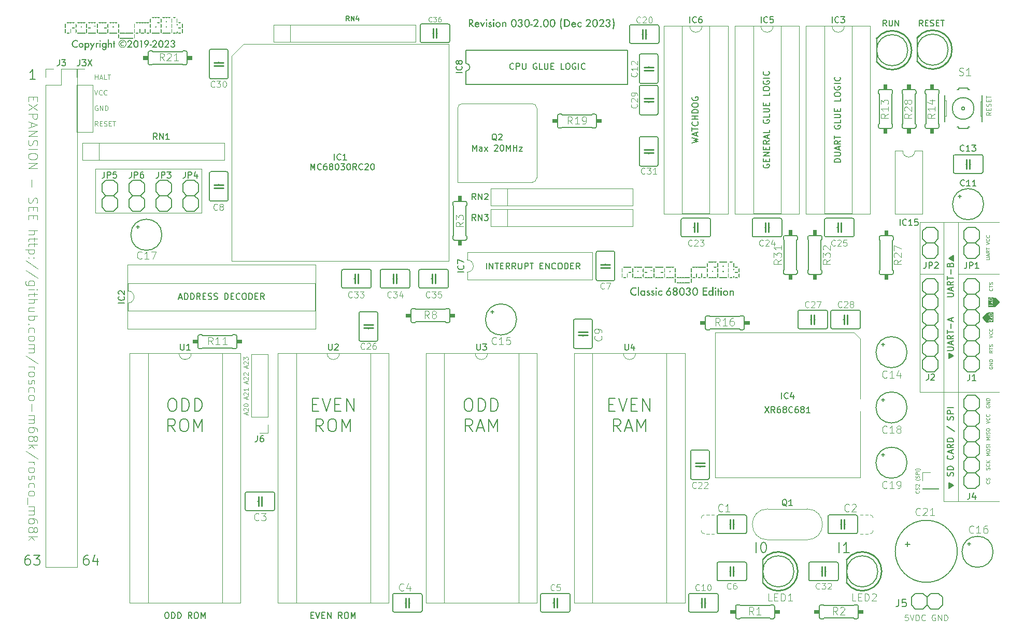
<source format=gbr>
G04 #@! TF.GenerationSoftware,KiCad,Pcbnew,7.0.9*
G04 #@! TF.CreationDate,2023-12-10T17:33:09+00:00*
G04 #@! TF.ProjectId,rosco_m68k,726f7363-6f5f-46d3-9638-6b2e6b696361,030-2.00*
G04 #@! TF.SameCoordinates,Original*
G04 #@! TF.FileFunction,Legend,Top*
G04 #@! TF.FilePolarity,Positive*
%FSLAX46Y46*%
G04 Gerber Fmt 4.6, Leading zero omitted, Abs format (unit mm)*
G04 Created by KiCad (PCBNEW 7.0.9) date 2023-12-10 17:33:09*
%MOMM*%
%LPD*%
G01*
G04 APERTURE LIST*
%ADD10C,0.120000*%
%ADD11C,0.134112*%
%ADD12C,0.081280*%
%ADD13C,0.142240*%
%ADD14C,0.150000*%
%ADD15C,0.100000*%
%ADD16C,0.174752*%
%ADD17C,0.113792*%
%ADD18C,0.134000*%
%ADD19C,0.250000*%
%ADD20C,0.120650*%
%ADD21C,0.127000*%
%ADD22C,0.152400*%
%ADD23C,0.050800*%
%ADD24C,0.254000*%
%ADD25C,0.203200*%
%ADD26C,0.002000*%
G04 APERTURE END LIST*
D10*
X218684000Y-97506000D02*
X214860000Y-97506000D01*
X80106500Y-80329000D02*
X80106500Y-87500000D01*
X214821000Y-89009000D02*
X214821000Y-116816000D01*
X218702000Y-97484000D02*
X218702000Y-89025000D01*
X218703000Y-97492000D02*
X218703000Y-116788000D01*
X221099000Y-97426000D02*
X221099000Y-116788000D01*
X227810000Y-89004000D02*
X214870000Y-89004000D01*
X97455500Y-80329000D02*
X80106500Y-80329000D01*
X221104000Y-116759000D02*
X221104000Y-134687000D01*
X221144000Y-97492000D02*
X227810000Y-97492000D01*
X227780000Y-101994999D02*
X227780000Y-102154999D01*
X227090000Y-102844999D01*
X226850000Y-102844999D01*
X226850000Y-101394999D01*
X227180000Y-101394999D01*
X227780000Y-101994999D01*
G36*
X227780000Y-101994999D02*
G01*
X227780000Y-102154999D01*
X227090000Y-102844999D01*
X226850000Y-102844999D01*
X226850000Y-101394999D01*
X227180000Y-101394999D01*
X227780000Y-101994999D01*
G37*
X214821000Y-116816000D02*
X227810000Y-116816000D01*
X218753000Y-134714000D02*
X227810000Y-134714000D01*
X80106500Y-87500000D02*
X97493500Y-87500000D01*
X221102000Y-97456000D02*
X221102000Y-89088000D01*
X218723000Y-116758000D02*
X218723000Y-134674000D01*
X226051000Y-105360999D02*
X225711000Y-105360999D01*
X225081000Y-104730999D01*
X225081000Y-104570999D01*
X225791000Y-103860999D01*
X226051000Y-103860999D01*
X226051000Y-105360999D01*
G36*
X226051000Y-105360999D02*
G01*
X225711000Y-105360999D01*
X225081000Y-104730999D01*
X225081000Y-104570999D01*
X225791000Y-103860999D01*
X226051000Y-103860999D01*
X226051000Y-105360999D01*
G37*
X97493500Y-87500000D02*
X97493500Y-80329000D01*
D11*
X69374951Y-143480545D02*
X69071602Y-143480545D01*
X69071602Y-143480545D02*
X68919928Y-143556382D01*
X68919928Y-143556382D02*
X68844091Y-143632219D01*
X68844091Y-143632219D02*
X68692416Y-143859730D01*
X68692416Y-143859730D02*
X68616579Y-144163079D01*
X68616579Y-144163079D02*
X68616579Y-144769776D01*
X68616579Y-144769776D02*
X68692416Y-144921450D01*
X68692416Y-144921450D02*
X68768253Y-144997288D01*
X68768253Y-144997288D02*
X68919928Y-145073125D01*
X68919928Y-145073125D02*
X69223276Y-145073125D01*
X69223276Y-145073125D02*
X69374951Y-144997288D01*
X69374951Y-144997288D02*
X69450788Y-144921450D01*
X69450788Y-144921450D02*
X69526625Y-144769776D01*
X69526625Y-144769776D02*
X69526625Y-144390590D01*
X69526625Y-144390590D02*
X69450788Y-144238916D01*
X69450788Y-144238916D02*
X69374951Y-144163079D01*
X69374951Y-144163079D02*
X69223276Y-144087242D01*
X69223276Y-144087242D02*
X68919928Y-144087242D01*
X68919928Y-144087242D02*
X68768253Y-144163079D01*
X68768253Y-144163079D02*
X68692416Y-144238916D01*
X68692416Y-144238916D02*
X68616579Y-144390590D01*
X70057485Y-143480545D02*
X71043368Y-143480545D01*
X71043368Y-143480545D02*
X70512508Y-144087242D01*
X70512508Y-144087242D02*
X70740019Y-144087242D01*
X70740019Y-144087242D02*
X70891694Y-144163079D01*
X70891694Y-144163079D02*
X70967531Y-144238916D01*
X70967531Y-144238916D02*
X71043368Y-144390590D01*
X71043368Y-144390590D02*
X71043368Y-144769776D01*
X71043368Y-144769776D02*
X70967531Y-144921450D01*
X70967531Y-144921450D02*
X70891694Y-144997288D01*
X70891694Y-144997288D02*
X70740019Y-145073125D01*
X70740019Y-145073125D02*
X70284996Y-145073125D01*
X70284996Y-145073125D02*
X70133322Y-144997288D01*
X70133322Y-144997288D02*
X70057485Y-144921450D01*
D12*
X225661543Y-95133622D02*
X226127020Y-95133622D01*
X226127020Y-95133622D02*
X226181782Y-95106241D01*
X226181782Y-95106241D02*
X226209163Y-95078860D01*
X226209163Y-95078860D02*
X226236543Y-95024098D01*
X226236543Y-95024098D02*
X226236543Y-94914574D01*
X226236543Y-94914574D02*
X226209163Y-94859812D01*
X226209163Y-94859812D02*
X226181782Y-94832431D01*
X226181782Y-94832431D02*
X226127020Y-94805050D01*
X226127020Y-94805050D02*
X225661543Y-94805050D01*
X226072258Y-94558622D02*
X226072258Y-94284812D01*
X226236543Y-94613384D02*
X225661543Y-94421717D01*
X225661543Y-94421717D02*
X226236543Y-94230050D01*
X226236543Y-93709812D02*
X225962734Y-93901479D01*
X226236543Y-94038384D02*
X225661543Y-94038384D01*
X225661543Y-94038384D02*
X225661543Y-93819336D01*
X225661543Y-93819336D02*
X225688924Y-93764574D01*
X225688924Y-93764574D02*
X225716305Y-93737193D01*
X225716305Y-93737193D02*
X225771067Y-93709812D01*
X225771067Y-93709812D02*
X225853210Y-93709812D01*
X225853210Y-93709812D02*
X225907972Y-93737193D01*
X225907972Y-93737193D02*
X225935353Y-93764574D01*
X225935353Y-93764574D02*
X225962734Y-93819336D01*
X225962734Y-93819336D02*
X225962734Y-94038384D01*
X225661543Y-93545527D02*
X225661543Y-93216955D01*
X226236543Y-93381241D02*
X225661543Y-93381241D01*
X225661543Y-92669337D02*
X226236543Y-92477670D01*
X226236543Y-92477670D02*
X225661543Y-92286003D01*
X226181782Y-91765765D02*
X226209163Y-91793146D01*
X226209163Y-91793146D02*
X226236543Y-91875289D01*
X226236543Y-91875289D02*
X226236543Y-91930051D01*
X226236543Y-91930051D02*
X226209163Y-92012194D01*
X226209163Y-92012194D02*
X226154401Y-92066956D01*
X226154401Y-92066956D02*
X226099639Y-92094337D01*
X226099639Y-92094337D02*
X225990115Y-92121718D01*
X225990115Y-92121718D02*
X225907972Y-92121718D01*
X225907972Y-92121718D02*
X225798448Y-92094337D01*
X225798448Y-92094337D02*
X225743686Y-92066956D01*
X225743686Y-92066956D02*
X225688924Y-92012194D01*
X225688924Y-92012194D02*
X225661543Y-91930051D01*
X225661543Y-91930051D02*
X225661543Y-91875289D01*
X225661543Y-91875289D02*
X225688924Y-91793146D01*
X225688924Y-91793146D02*
X225716305Y-91765765D01*
X226181782Y-91190765D02*
X226209163Y-91218146D01*
X226209163Y-91218146D02*
X226236543Y-91300289D01*
X226236543Y-91300289D02*
X226236543Y-91355051D01*
X226236543Y-91355051D02*
X226209163Y-91437194D01*
X226209163Y-91437194D02*
X226154401Y-91491956D01*
X226154401Y-91491956D02*
X226099639Y-91519337D01*
X226099639Y-91519337D02*
X225990115Y-91546718D01*
X225990115Y-91546718D02*
X225907972Y-91546718D01*
X225907972Y-91546718D02*
X225798448Y-91519337D01*
X225798448Y-91519337D02*
X225743686Y-91491956D01*
X225743686Y-91491956D02*
X225688924Y-91437194D01*
X225688924Y-91437194D02*
X225661543Y-91355051D01*
X225661543Y-91355051D02*
X225661543Y-91300289D01*
X225661543Y-91300289D02*
X225688924Y-91218146D01*
X225688924Y-91218146D02*
X225716305Y-91190765D01*
D13*
X201642744Y-143048890D02*
X201642744Y-141359790D01*
X203331844Y-143048890D02*
X202366644Y-143048890D01*
X202849244Y-143048890D02*
X202849244Y-141359790D01*
X202849244Y-141359790D02*
X202688377Y-141601090D01*
X202688377Y-141601090D02*
X202527511Y-141761957D01*
X202527511Y-141761957D02*
X202366644Y-141842390D01*
D12*
X225697159Y-119048095D02*
X225669778Y-119102857D01*
X225669778Y-119102857D02*
X225669778Y-119185000D01*
X225669778Y-119185000D02*
X225697159Y-119267143D01*
X225697159Y-119267143D02*
X225751921Y-119321905D01*
X225751921Y-119321905D02*
X225806683Y-119349286D01*
X225806683Y-119349286D02*
X225916207Y-119376667D01*
X225916207Y-119376667D02*
X225998350Y-119376667D01*
X225998350Y-119376667D02*
X226107874Y-119349286D01*
X226107874Y-119349286D02*
X226162636Y-119321905D01*
X226162636Y-119321905D02*
X226217398Y-119267143D01*
X226217398Y-119267143D02*
X226244778Y-119185000D01*
X226244778Y-119185000D02*
X226244778Y-119130238D01*
X226244778Y-119130238D02*
X226217398Y-119048095D01*
X226217398Y-119048095D02*
X226190017Y-119020714D01*
X226190017Y-119020714D02*
X225998350Y-119020714D01*
X225998350Y-119020714D02*
X225998350Y-119130238D01*
X226244778Y-118774286D02*
X225669778Y-118774286D01*
X225669778Y-118774286D02*
X226244778Y-118445714D01*
X226244778Y-118445714D02*
X225669778Y-118445714D01*
X226244778Y-118171905D02*
X225669778Y-118171905D01*
X225669778Y-118171905D02*
X225669778Y-118035000D01*
X225669778Y-118035000D02*
X225697159Y-117952857D01*
X225697159Y-117952857D02*
X225751921Y-117898095D01*
X225751921Y-117898095D02*
X225806683Y-117870714D01*
X225806683Y-117870714D02*
X225916207Y-117843333D01*
X225916207Y-117843333D02*
X225998350Y-117843333D01*
X225998350Y-117843333D02*
X226107874Y-117870714D01*
X226107874Y-117870714D02*
X226162636Y-117898095D01*
X226162636Y-117898095D02*
X226217398Y-117952857D01*
X226217398Y-117952857D02*
X226244778Y-118035000D01*
X226244778Y-118035000D02*
X226244778Y-118171905D01*
D14*
X219605033Y-131712714D02*
X219557414Y-131712714D01*
X219700271Y-131760333D02*
X219557414Y-131760333D01*
X219795509Y-131807952D02*
X219557414Y-131807952D01*
X219890747Y-131855571D02*
X219557414Y-131855571D01*
X219938366Y-131903190D02*
X219557414Y-131903190D01*
X220033604Y-131950809D02*
X219557414Y-131950809D01*
X220128842Y-131998428D02*
X219557414Y-131998428D01*
X220224080Y-132046047D02*
X219557414Y-132046047D01*
X220319319Y-132093666D02*
X219557414Y-132093666D01*
X220224080Y-132141285D02*
X219557414Y-132141285D01*
X220128842Y-132188904D02*
X219557414Y-132188904D01*
X220033604Y-132236523D02*
X219557414Y-132236523D01*
X219938366Y-132284142D02*
X219557414Y-132284142D01*
X219890747Y-132331761D02*
X219557414Y-132331761D01*
X219795509Y-132379380D02*
X219557414Y-132379380D01*
X219700271Y-132426999D02*
X219557414Y-132426999D01*
X219557414Y-132474618D02*
X220271700Y-132093666D01*
X220271700Y-132093666D02*
X219557414Y-131712714D01*
X219605033Y-132474618D02*
X219557414Y-132474618D01*
X220319319Y-132093666D02*
X219557414Y-132522237D01*
X219557414Y-132522237D02*
X219557414Y-131665094D01*
X219557414Y-131665094D02*
X220319319Y-132093666D01*
X220271700Y-130522237D02*
X220319319Y-130379380D01*
X220319319Y-130379380D02*
X220319319Y-130141285D01*
X220319319Y-130141285D02*
X220271700Y-130046047D01*
X220271700Y-130046047D02*
X220224080Y-129998428D01*
X220224080Y-129998428D02*
X220128842Y-129950809D01*
X220128842Y-129950809D02*
X220033604Y-129950809D01*
X220033604Y-129950809D02*
X219938366Y-129998428D01*
X219938366Y-129998428D02*
X219890747Y-130046047D01*
X219890747Y-130046047D02*
X219843128Y-130141285D01*
X219843128Y-130141285D02*
X219795509Y-130331761D01*
X219795509Y-130331761D02*
X219747890Y-130426999D01*
X219747890Y-130426999D02*
X219700271Y-130474618D01*
X219700271Y-130474618D02*
X219605033Y-130522237D01*
X219605033Y-130522237D02*
X219509795Y-130522237D01*
X219509795Y-130522237D02*
X219414557Y-130474618D01*
X219414557Y-130474618D02*
X219366938Y-130426999D01*
X219366938Y-130426999D02*
X219319319Y-130331761D01*
X219319319Y-130331761D02*
X219319319Y-130093666D01*
X219319319Y-130093666D02*
X219366938Y-129950809D01*
X220319319Y-129522237D02*
X219319319Y-129522237D01*
X219319319Y-129522237D02*
X219319319Y-129284142D01*
X219319319Y-129284142D02*
X219366938Y-129141285D01*
X219366938Y-129141285D02*
X219462176Y-129046047D01*
X219462176Y-129046047D02*
X219557414Y-128998428D01*
X219557414Y-128998428D02*
X219747890Y-128950809D01*
X219747890Y-128950809D02*
X219890747Y-128950809D01*
X219890747Y-128950809D02*
X220081223Y-128998428D01*
X220081223Y-128998428D02*
X220176461Y-129046047D01*
X220176461Y-129046047D02*
X220271700Y-129141285D01*
X220271700Y-129141285D02*
X220319319Y-129284142D01*
X220319319Y-129284142D02*
X220319319Y-129522237D01*
X220224080Y-127188904D02*
X220271700Y-127236523D01*
X220271700Y-127236523D02*
X220319319Y-127379380D01*
X220319319Y-127379380D02*
X220319319Y-127474618D01*
X220319319Y-127474618D02*
X220271700Y-127617475D01*
X220271700Y-127617475D02*
X220176461Y-127712713D01*
X220176461Y-127712713D02*
X220081223Y-127760332D01*
X220081223Y-127760332D02*
X219890747Y-127807951D01*
X219890747Y-127807951D02*
X219747890Y-127807951D01*
X219747890Y-127807951D02*
X219557414Y-127760332D01*
X219557414Y-127760332D02*
X219462176Y-127712713D01*
X219462176Y-127712713D02*
X219366938Y-127617475D01*
X219366938Y-127617475D02*
X219319319Y-127474618D01*
X219319319Y-127474618D02*
X219319319Y-127379380D01*
X219319319Y-127379380D02*
X219366938Y-127236523D01*
X219366938Y-127236523D02*
X219414557Y-127188904D01*
X220033604Y-126807951D02*
X220033604Y-126331761D01*
X220319319Y-126903189D02*
X219319319Y-126569856D01*
X219319319Y-126569856D02*
X220319319Y-126236523D01*
X220319319Y-125331761D02*
X219843128Y-125665094D01*
X220319319Y-125903189D02*
X219319319Y-125903189D01*
X219319319Y-125903189D02*
X219319319Y-125522237D01*
X219319319Y-125522237D02*
X219366938Y-125426999D01*
X219366938Y-125426999D02*
X219414557Y-125379380D01*
X219414557Y-125379380D02*
X219509795Y-125331761D01*
X219509795Y-125331761D02*
X219652652Y-125331761D01*
X219652652Y-125331761D02*
X219747890Y-125379380D01*
X219747890Y-125379380D02*
X219795509Y-125426999D01*
X219795509Y-125426999D02*
X219843128Y-125522237D01*
X219843128Y-125522237D02*
X219843128Y-125903189D01*
X220319319Y-124903189D02*
X219319319Y-124903189D01*
X219319319Y-124903189D02*
X219319319Y-124665094D01*
X219319319Y-124665094D02*
X219366938Y-124522237D01*
X219366938Y-124522237D02*
X219462176Y-124426999D01*
X219462176Y-124426999D02*
X219557414Y-124379380D01*
X219557414Y-124379380D02*
X219747890Y-124331761D01*
X219747890Y-124331761D02*
X219890747Y-124331761D01*
X219890747Y-124331761D02*
X220081223Y-124379380D01*
X220081223Y-124379380D02*
X220176461Y-124426999D01*
X220176461Y-124426999D02*
X220271700Y-124522237D01*
X220271700Y-124522237D02*
X220319319Y-124665094D01*
X220319319Y-124665094D02*
X220319319Y-124903189D01*
X219271700Y-122426999D02*
X220557414Y-123284141D01*
X220271700Y-121379379D02*
X220319319Y-121236522D01*
X220319319Y-121236522D02*
X220319319Y-120998427D01*
X220319319Y-120998427D02*
X220271700Y-120903189D01*
X220271700Y-120903189D02*
X220224080Y-120855570D01*
X220224080Y-120855570D02*
X220128842Y-120807951D01*
X220128842Y-120807951D02*
X220033604Y-120807951D01*
X220033604Y-120807951D02*
X219938366Y-120855570D01*
X219938366Y-120855570D02*
X219890747Y-120903189D01*
X219890747Y-120903189D02*
X219843128Y-120998427D01*
X219843128Y-120998427D02*
X219795509Y-121188903D01*
X219795509Y-121188903D02*
X219747890Y-121284141D01*
X219747890Y-121284141D02*
X219700271Y-121331760D01*
X219700271Y-121331760D02*
X219605033Y-121379379D01*
X219605033Y-121379379D02*
X219509795Y-121379379D01*
X219509795Y-121379379D02*
X219414557Y-121331760D01*
X219414557Y-121331760D02*
X219366938Y-121284141D01*
X219366938Y-121284141D02*
X219319319Y-121188903D01*
X219319319Y-121188903D02*
X219319319Y-120950808D01*
X219319319Y-120950808D02*
X219366938Y-120807951D01*
X220319319Y-120379379D02*
X219319319Y-120379379D01*
X219319319Y-120379379D02*
X219319319Y-119998427D01*
X219319319Y-119998427D02*
X219366938Y-119903189D01*
X219366938Y-119903189D02*
X219414557Y-119855570D01*
X219414557Y-119855570D02*
X219509795Y-119807951D01*
X219509795Y-119807951D02*
X219652652Y-119807951D01*
X219652652Y-119807951D02*
X219747890Y-119855570D01*
X219747890Y-119855570D02*
X219795509Y-119903189D01*
X219795509Y-119903189D02*
X219843128Y-119998427D01*
X219843128Y-119998427D02*
X219843128Y-120379379D01*
X220319319Y-119379379D02*
X219319319Y-119379379D01*
D15*
X104897478Y-112879857D02*
X104897478Y-112522715D01*
X105111764Y-112951286D02*
X104361764Y-112701286D01*
X104361764Y-112701286D02*
X105111764Y-112451286D01*
X104433192Y-112237000D02*
X104397478Y-112201286D01*
X104397478Y-112201286D02*
X104361764Y-112129858D01*
X104361764Y-112129858D02*
X104361764Y-111951286D01*
X104361764Y-111951286D02*
X104397478Y-111879858D01*
X104397478Y-111879858D02*
X104433192Y-111844143D01*
X104433192Y-111844143D02*
X104504621Y-111808429D01*
X104504621Y-111808429D02*
X104576050Y-111808429D01*
X104576050Y-111808429D02*
X104683192Y-111844143D01*
X104683192Y-111844143D02*
X105111764Y-112272715D01*
X105111764Y-112272715D02*
X105111764Y-111808429D01*
X104361764Y-111558429D02*
X104361764Y-111094143D01*
X104361764Y-111094143D02*
X104647478Y-111344143D01*
X104647478Y-111344143D02*
X104647478Y-111237000D01*
X104647478Y-111237000D02*
X104683192Y-111165572D01*
X104683192Y-111165572D02*
X104718907Y-111129857D01*
X104718907Y-111129857D02*
X104790335Y-111094143D01*
X104790335Y-111094143D02*
X104968907Y-111094143D01*
X104968907Y-111094143D02*
X105040335Y-111129857D01*
X105040335Y-111129857D02*
X105076050Y-111165572D01*
X105076050Y-111165572D02*
X105111764Y-111237000D01*
X105111764Y-111237000D02*
X105111764Y-111451286D01*
X105111764Y-111451286D02*
X105076050Y-111522714D01*
X105076050Y-111522714D02*
X105040335Y-111558429D01*
D14*
G36*
X174099412Y-99776625D02*
G01*
X173789834Y-100207713D01*
X173802027Y-100206149D01*
X173814604Y-100204662D01*
X173827162Y-100203350D01*
X173832882Y-100202828D01*
X173845275Y-100201712D01*
X173857627Y-100201041D01*
X173860970Y-100200997D01*
X173880722Y-100201478D01*
X173900139Y-100202924D01*
X173919219Y-100205333D01*
X173937963Y-100208705D01*
X173956371Y-100213042D01*
X173974442Y-100218342D01*
X173992177Y-100224605D01*
X174009576Y-100231832D01*
X174026638Y-100240023D01*
X174043365Y-100249177D01*
X174059754Y-100259295D01*
X174075808Y-100270377D01*
X174091525Y-100282422D01*
X174106906Y-100295431D01*
X174121950Y-100309403D01*
X174136659Y-100324339D01*
X174150596Y-100339724D01*
X174163635Y-100355499D01*
X174175774Y-100371666D01*
X174187015Y-100388224D01*
X174197356Y-100405173D01*
X174206797Y-100422513D01*
X174215340Y-100440245D01*
X174222983Y-100458367D01*
X174229727Y-100476881D01*
X174235572Y-100495786D01*
X174240518Y-100515082D01*
X174244564Y-100534770D01*
X174247712Y-100554848D01*
X174249960Y-100575318D01*
X174251308Y-100596179D01*
X174251758Y-100617431D01*
X174251255Y-100639900D01*
X174249745Y-100661972D01*
X174247229Y-100683644D01*
X174243706Y-100704919D01*
X174239176Y-100725795D01*
X174233640Y-100746273D01*
X174227098Y-100766353D01*
X174219549Y-100786034D01*
X174210993Y-100805317D01*
X174201431Y-100824202D01*
X174190862Y-100842689D01*
X174179287Y-100860777D01*
X174166705Y-100878466D01*
X174153116Y-100895758D01*
X174138521Y-100912651D01*
X174122920Y-100929146D01*
X174106690Y-100944784D01*
X174090057Y-100959414D01*
X174073021Y-100973034D01*
X174055581Y-100985646D01*
X174037739Y-100997248D01*
X174019494Y-101007842D01*
X174000845Y-101017427D01*
X173981793Y-101026003D01*
X173962339Y-101033570D01*
X173942481Y-101040128D01*
X173922220Y-101045677D01*
X173901556Y-101050217D01*
X173880489Y-101053749D01*
X173859018Y-101056271D01*
X173837145Y-101057784D01*
X173814869Y-101058289D01*
X173792791Y-101057790D01*
X173771058Y-101056295D01*
X173749667Y-101053802D01*
X173728620Y-101050313D01*
X173707917Y-101045826D01*
X173687557Y-101040343D01*
X173667541Y-101033862D01*
X173647868Y-101026385D01*
X173628538Y-101017910D01*
X173609552Y-101008439D01*
X173590909Y-100997970D01*
X173572610Y-100986504D01*
X173554655Y-100974042D01*
X173537042Y-100960582D01*
X173519774Y-100946126D01*
X173502848Y-100930672D01*
X173486914Y-100914498D01*
X173472008Y-100897957D01*
X173458130Y-100881048D01*
X173445280Y-100863772D01*
X173433458Y-100846129D01*
X173422663Y-100828119D01*
X173412897Y-100809741D01*
X173404159Y-100790996D01*
X173396449Y-100771883D01*
X173389767Y-100752403D01*
X173384113Y-100732556D01*
X173379487Y-100712342D01*
X173375889Y-100691760D01*
X173373319Y-100670811D01*
X173371777Y-100649495D01*
X173371299Y-100629337D01*
X173567878Y-100629337D01*
X173568155Y-100642531D01*
X173568985Y-100655474D01*
X173570368Y-100668167D01*
X173572305Y-100680609D01*
X173574795Y-100692801D01*
X173577839Y-100704743D01*
X173581436Y-100716434D01*
X173587868Y-100733501D01*
X173595546Y-100750004D01*
X173604469Y-100765944D01*
X173611110Y-100776257D01*
X173618303Y-100786320D01*
X173626050Y-100796133D01*
X173634351Y-100805695D01*
X173638709Y-100810382D01*
X173647688Y-100819403D01*
X173656917Y-100827842D01*
X173666397Y-100835699D01*
X173681086Y-100846393D01*
X173696339Y-100855777D01*
X173712156Y-100863852D01*
X173728536Y-100870618D01*
X173745479Y-100876074D01*
X173762986Y-100880221D01*
X173781057Y-100883058D01*
X173793417Y-100884222D01*
X173806027Y-100884804D01*
X173812426Y-100884877D01*
X173824829Y-100884586D01*
X173843004Y-100883058D01*
X173860664Y-100880221D01*
X173877809Y-100876074D01*
X173894438Y-100870618D01*
X173910553Y-100863852D01*
X173926152Y-100855777D01*
X173941236Y-100846393D01*
X173955804Y-100835699D01*
X173965231Y-100827842D01*
X173974428Y-100819403D01*
X173983396Y-100810382D01*
X173992084Y-100800850D01*
X174000212Y-100791105D01*
X174007779Y-100781148D01*
X174014785Y-100770979D01*
X174021231Y-100760598D01*
X174029849Y-100744627D01*
X174037206Y-100728179D01*
X174043302Y-100711254D01*
X174048136Y-100693851D01*
X174051709Y-100675970D01*
X174053391Y-100663784D01*
X174054512Y-100651386D01*
X174055073Y-100638775D01*
X174055143Y-100632390D01*
X174054866Y-100619012D01*
X174054036Y-100605896D01*
X174052652Y-100593042D01*
X174050716Y-100580451D01*
X174048226Y-100568122D01*
X174045182Y-100556055D01*
X174041585Y-100544251D01*
X174037435Y-100532709D01*
X174032731Y-100521429D01*
X174024638Y-100505002D01*
X174018552Y-100494378D01*
X174011911Y-100484017D01*
X174004717Y-100473918D01*
X173996970Y-100464082D01*
X173988670Y-100454508D01*
X173984312Y-100449819D01*
X173975229Y-100440687D01*
X173965918Y-100432145D01*
X173956377Y-100424191D01*
X173946607Y-100416827D01*
X173931523Y-100406885D01*
X173915924Y-100398269D01*
X173899810Y-100390979D01*
X173883180Y-100385013D01*
X173866036Y-100380374D01*
X173848376Y-100377060D01*
X173830201Y-100375072D01*
X173817798Y-100374483D01*
X173811510Y-100374409D01*
X173798886Y-100374700D01*
X173786504Y-100375573D01*
X173774366Y-100377028D01*
X173756615Y-100380302D01*
X173739411Y-100384885D01*
X173722755Y-100390777D01*
X173706646Y-100397979D01*
X173691084Y-100406491D01*
X173676070Y-100416312D01*
X173661603Y-100427442D01*
X173652263Y-100435590D01*
X173643166Y-100444320D01*
X173638709Y-100448903D01*
X173630131Y-100458338D01*
X173622108Y-100468018D01*
X173614637Y-100477944D01*
X173607720Y-100488115D01*
X173598382Y-100503834D01*
X173590289Y-100520104D01*
X173583441Y-100536928D01*
X173577839Y-100554304D01*
X173574795Y-100566196D01*
X173572305Y-100578333D01*
X173570368Y-100590715D01*
X173568985Y-100603344D01*
X173568155Y-100616218D01*
X173567878Y-100629337D01*
X173371299Y-100629337D01*
X173371263Y-100627811D01*
X173371761Y-100608158D01*
X173373257Y-100588355D01*
X173375749Y-100568402D01*
X173379239Y-100548298D01*
X173383725Y-100528045D01*
X173389209Y-100507641D01*
X173395689Y-100487086D01*
X173403167Y-100466382D01*
X173411641Y-100445527D01*
X173421113Y-100424522D01*
X173431582Y-100403366D01*
X173443047Y-100382061D01*
X173449154Y-100371351D01*
X173455510Y-100360605D01*
X173462115Y-100349820D01*
X173468969Y-100338999D01*
X173476073Y-100328139D01*
X173483426Y-100317242D01*
X173491028Y-100306307D01*
X173498880Y-100295335D01*
X173955003Y-99666715D01*
X174099412Y-99776625D01*
G37*
G36*
X174902526Y-99693388D02*
G01*
X174922715Y-99694636D01*
X174942473Y-99696717D01*
X174961799Y-99699631D01*
X174980693Y-99703377D01*
X174999156Y-99707955D01*
X175017186Y-99713366D01*
X175034785Y-99719609D01*
X175051953Y-99726685D01*
X175068688Y-99734593D01*
X175084992Y-99743333D01*
X175100865Y-99752906D01*
X175116305Y-99763312D01*
X175131314Y-99774549D01*
X175145891Y-99786620D01*
X175160036Y-99799522D01*
X175173530Y-99813015D01*
X175186154Y-99826933D01*
X175197907Y-99841275D01*
X175208789Y-99856042D01*
X175218801Y-99871233D01*
X175227942Y-99886849D01*
X175236213Y-99902889D01*
X175243613Y-99919354D01*
X175250142Y-99936243D01*
X175255801Y-99953558D01*
X175260590Y-99971296D01*
X175264507Y-99989459D01*
X175267554Y-100008047D01*
X175269731Y-100027059D01*
X175271037Y-100046496D01*
X175271472Y-100066358D01*
X175270885Y-100087220D01*
X175269125Y-100107597D01*
X175266191Y-100127491D01*
X175262084Y-100146901D01*
X175256803Y-100165826D01*
X175250349Y-100184267D01*
X175242721Y-100202224D01*
X175233920Y-100219696D01*
X175223945Y-100236685D01*
X175212796Y-100253189D01*
X175200475Y-100269209D01*
X175186979Y-100284745D01*
X175172310Y-100299797D01*
X175156468Y-100314364D01*
X175139452Y-100328448D01*
X175121263Y-100342047D01*
X175135848Y-100350470D01*
X175149838Y-100359596D01*
X175163233Y-100369425D01*
X175176031Y-100379957D01*
X175188234Y-100391192D01*
X175199841Y-100403130D01*
X175210853Y-100415771D01*
X175221269Y-100429116D01*
X175231089Y-100443163D01*
X175240313Y-100457913D01*
X175246132Y-100468137D01*
X175254371Y-100483838D01*
X175261799Y-100499915D01*
X175268417Y-100516367D01*
X175274224Y-100533195D01*
X175279222Y-100550399D01*
X175283409Y-100567979D01*
X175286785Y-100585934D01*
X175288586Y-100598112D01*
X175290027Y-100610458D01*
X175291107Y-100622971D01*
X175291827Y-100635650D01*
X175292188Y-100648497D01*
X175292233Y-100654983D01*
X175291789Y-100676831D01*
X175290458Y-100698183D01*
X175288240Y-100719039D01*
X175285134Y-100739399D01*
X175281142Y-100759263D01*
X175276261Y-100778631D01*
X175270494Y-100797502D01*
X175263839Y-100815878D01*
X175256297Y-100833757D01*
X175247868Y-100851140D01*
X175238552Y-100868028D01*
X175228348Y-100884419D01*
X175217257Y-100900313D01*
X175205278Y-100915712D01*
X175192413Y-100930615D01*
X175178660Y-100945021D01*
X175164215Y-100958737D01*
X175149274Y-100971568D01*
X175133837Y-100983515D01*
X175117904Y-100994576D01*
X175101475Y-101004752D01*
X175084550Y-101014044D01*
X175067129Y-101022450D01*
X175049211Y-101029972D01*
X175030797Y-101036609D01*
X175011888Y-101042361D01*
X174992482Y-101047228D01*
X174972580Y-101051210D01*
X174952182Y-101054307D01*
X174931287Y-101056519D01*
X174909897Y-101057846D01*
X174888011Y-101058289D01*
X174865591Y-101057848D01*
X174843670Y-101056524D01*
X174822248Y-101054318D01*
X174801324Y-101051229D01*
X174780898Y-101047257D01*
X174760971Y-101042404D01*
X174741543Y-101036667D01*
X174722613Y-101030048D01*
X174704181Y-101022547D01*
X174686248Y-101014163D01*
X174668813Y-101004897D01*
X174651877Y-100994748D01*
X174635440Y-100983716D01*
X174619501Y-100971802D01*
X174604061Y-100959006D01*
X174589119Y-100945327D01*
X174574737Y-100930979D01*
X174561283Y-100916175D01*
X174548758Y-100900916D01*
X174537160Y-100885201D01*
X174526490Y-100869031D01*
X174516747Y-100852405D01*
X174507933Y-100835323D01*
X174500046Y-100817786D01*
X174493087Y-100799793D01*
X174487057Y-100781345D01*
X174481953Y-100762441D01*
X174477778Y-100743082D01*
X174474531Y-100723267D01*
X174472211Y-100702997D01*
X174470819Y-100682271D01*
X174470355Y-100661089D01*
X174470408Y-100656509D01*
X174666971Y-100656509D01*
X174667516Y-100673907D01*
X174669150Y-100690838D01*
X174671873Y-100707302D01*
X174675686Y-100723299D01*
X174680589Y-100738830D01*
X174686581Y-100753893D01*
X174693662Y-100768489D01*
X174701833Y-100782619D01*
X174711093Y-100796282D01*
X174721443Y-100809477D01*
X174728948Y-100818015D01*
X174740973Y-100829964D01*
X174753466Y-100840737D01*
X174766426Y-100850336D01*
X174779852Y-100858759D01*
X174793746Y-100866006D01*
X174808106Y-100872079D01*
X174822933Y-100876976D01*
X174838227Y-100880698D01*
X174853988Y-100883244D01*
X174870216Y-100884615D01*
X174881294Y-100884877D01*
X174897721Y-100884297D01*
X174913687Y-100882558D01*
X174929192Y-100879660D01*
X174944234Y-100875603D01*
X174958816Y-100870387D01*
X174972935Y-100864011D01*
X174986593Y-100856476D01*
X174999790Y-100847782D01*
X175012525Y-100837929D01*
X175024799Y-100826917D01*
X175032725Y-100818931D01*
X175043964Y-100806164D01*
X175054098Y-100792935D01*
X175063127Y-100779244D01*
X175071050Y-100765093D01*
X175077867Y-100750479D01*
X175083579Y-100735404D01*
X175088186Y-100719868D01*
X175091686Y-100703870D01*
X175094082Y-100687410D01*
X175095371Y-100670489D01*
X175095617Y-100658952D01*
X175095064Y-100641567D01*
X175093406Y-100624677D01*
X175090642Y-100608280D01*
X175086773Y-100592377D01*
X175081798Y-100576967D01*
X175075718Y-100562051D01*
X175068532Y-100547629D01*
X175060240Y-100533701D01*
X175050843Y-100520267D01*
X175040340Y-100507326D01*
X175032725Y-100498973D01*
X175020759Y-100487188D01*
X175008331Y-100476562D01*
X174995442Y-100467095D01*
X174982092Y-100458787D01*
X174968280Y-100451639D01*
X174954006Y-100445650D01*
X174939271Y-100440820D01*
X174924075Y-100437149D01*
X174908417Y-100434637D01*
X174892297Y-100433285D01*
X174881294Y-100433027D01*
X174865022Y-100433607D01*
X174849180Y-100435346D01*
X174833767Y-100438244D01*
X174818783Y-100442301D01*
X174804229Y-100447517D01*
X174790104Y-100453893D01*
X174776408Y-100461428D01*
X174763142Y-100470122D01*
X174750305Y-100479975D01*
X174737897Y-100490987D01*
X174729863Y-100498973D01*
X174718624Y-100511563D01*
X174708490Y-100524604D01*
X174699461Y-100538096D01*
X174691538Y-100552038D01*
X174684721Y-100566432D01*
X174679009Y-100581276D01*
X174674403Y-100596571D01*
X174670902Y-100612317D01*
X174668506Y-100628513D01*
X174667217Y-100645161D01*
X174666971Y-100656509D01*
X174470408Y-100656509D01*
X174470515Y-100647309D01*
X174470993Y-100633789D01*
X174471791Y-100620530D01*
X174472908Y-100607532D01*
X174474343Y-100594794D01*
X174476098Y-100582317D01*
X174478171Y-100570100D01*
X174483276Y-100546449D01*
X174489656Y-100523840D01*
X174497313Y-100502273D01*
X174506245Y-100481748D01*
X174516454Y-100462266D01*
X174527938Y-100443826D01*
X174540699Y-100426429D01*
X174554736Y-100410074D01*
X174570049Y-100394761D01*
X174586638Y-100380490D01*
X174604503Y-100367262D01*
X174623644Y-100355076D01*
X174633693Y-100349374D01*
X174616132Y-100336260D01*
X174599704Y-100322565D01*
X174584409Y-100308287D01*
X174570247Y-100293427D01*
X174557218Y-100277986D01*
X174545322Y-100261962D01*
X174534559Y-100245356D01*
X174524928Y-100228169D01*
X174516431Y-100210399D01*
X174509067Y-100192047D01*
X174502836Y-100173114D01*
X174497737Y-100153598D01*
X174493772Y-100133501D01*
X174490940Y-100112821D01*
X174489240Y-100091560D01*
X174488674Y-100069716D01*
X174488875Y-100060557D01*
X174685289Y-100060557D01*
X174685786Y-100076118D01*
X174687275Y-100091201D01*
X174689757Y-100105806D01*
X174693232Y-100119934D01*
X174697700Y-100133584D01*
X174703160Y-100146756D01*
X174709614Y-100159451D01*
X174717060Y-100171668D01*
X174725499Y-100183408D01*
X174734931Y-100194670D01*
X174741770Y-100201912D01*
X174752687Y-100212224D01*
X174764028Y-100221522D01*
X174775792Y-100229806D01*
X174787981Y-100237075D01*
X174800593Y-100243330D01*
X174813630Y-100248570D01*
X174827090Y-100252796D01*
X174840975Y-100256008D01*
X174855283Y-100258206D01*
X174870016Y-100259389D01*
X174880073Y-100259615D01*
X174894872Y-100259108D01*
X174909275Y-100257586D01*
X174923280Y-100255050D01*
X174936888Y-100251500D01*
X174950099Y-100246936D01*
X174962913Y-100241357D01*
X174975329Y-100234764D01*
X174987349Y-100227157D01*
X174998971Y-100218536D01*
X175010197Y-100208900D01*
X175017459Y-100201912D01*
X175027717Y-100190835D01*
X175036965Y-100179355D01*
X175045205Y-100167472D01*
X175052436Y-100155187D01*
X175058658Y-100142499D01*
X175063870Y-100129409D01*
X175068074Y-100115916D01*
X175071269Y-100102021D01*
X175073455Y-100087723D01*
X175074632Y-100073023D01*
X175074856Y-100062999D01*
X175074352Y-100048033D01*
X175072839Y-100033476D01*
X175070316Y-100019325D01*
X175066785Y-100005583D01*
X175062245Y-99992249D01*
X175056696Y-99979322D01*
X175050138Y-99966804D01*
X175042571Y-99954693D01*
X175033995Y-99942990D01*
X175024410Y-99931695D01*
X175017459Y-99924392D01*
X175006499Y-99914025D01*
X174995141Y-99904678D01*
X174983386Y-99896351D01*
X174971235Y-99889043D01*
X174958686Y-99882755D01*
X174945739Y-99877487D01*
X174932396Y-99873238D01*
X174918656Y-99870009D01*
X174904518Y-99867800D01*
X174889983Y-99866610D01*
X174880073Y-99866384D01*
X174865219Y-99866894D01*
X174850767Y-99868423D01*
X174836718Y-99870972D01*
X174823072Y-99874541D01*
X174809828Y-99879130D01*
X174796986Y-99884738D01*
X174784547Y-99891366D01*
X174772511Y-99899013D01*
X174760877Y-99907680D01*
X174749645Y-99917367D01*
X174742381Y-99924392D01*
X174732178Y-99935393D01*
X174722979Y-99946760D01*
X174714783Y-99958491D01*
X174707591Y-99970588D01*
X174701402Y-99983049D01*
X174696217Y-99995875D01*
X174692035Y-100009067D01*
X174688857Y-100022623D01*
X174686683Y-100036544D01*
X174685512Y-100050830D01*
X174685289Y-100060557D01*
X174488875Y-100060557D01*
X174489111Y-100049810D01*
X174490424Y-100030318D01*
X174492613Y-100011237D01*
X174495677Y-99992570D01*
X174499616Y-99974315D01*
X174504430Y-99956472D01*
X174510120Y-99939043D01*
X174516685Y-99922025D01*
X174524126Y-99905421D01*
X174532442Y-99889229D01*
X174541633Y-99873450D01*
X174551700Y-99858083D01*
X174562642Y-99843129D01*
X174574459Y-99828588D01*
X174587152Y-99814460D01*
X174600720Y-99800744D01*
X174615056Y-99787693D01*
X174629824Y-99775484D01*
X174645024Y-99764118D01*
X174660655Y-99753593D01*
X174676718Y-99743911D01*
X174693213Y-99735070D01*
X174710139Y-99727071D01*
X174727497Y-99719914D01*
X174745287Y-99713600D01*
X174763509Y-99708127D01*
X174782162Y-99703496D01*
X174801247Y-99699707D01*
X174820764Y-99696760D01*
X174840713Y-99694655D01*
X174861093Y-99693392D01*
X174881905Y-99692971D01*
X174902526Y-99693388D01*
G37*
G36*
X176003410Y-99693637D02*
G01*
X176026302Y-99695633D01*
X176048757Y-99698961D01*
X176070776Y-99703619D01*
X176092358Y-99709608D01*
X176113504Y-99716928D01*
X176134213Y-99725579D01*
X176154486Y-99735561D01*
X176174323Y-99746874D01*
X176193722Y-99759518D01*
X176212686Y-99773493D01*
X176231213Y-99788799D01*
X176240313Y-99796951D01*
X176249303Y-99805435D01*
X176258185Y-99814253D01*
X176266957Y-99823403D01*
X176275620Y-99832886D01*
X176284175Y-99842701D01*
X176292620Y-99852850D01*
X176300956Y-99863331D01*
X176310047Y-99875219D01*
X176318849Y-99887373D01*
X176327363Y-99899795D01*
X176335588Y-99912485D01*
X176343525Y-99925441D01*
X176351173Y-99938664D01*
X176358533Y-99952155D01*
X176365604Y-99965913D01*
X176372386Y-99979938D01*
X176378880Y-99994230D01*
X176385085Y-100008789D01*
X176391001Y-100023615D01*
X176396629Y-100038709D01*
X176401968Y-100054069D01*
X176407019Y-100069697D01*
X176411781Y-100085592D01*
X176416254Y-100101754D01*
X176420439Y-100118183D01*
X176424335Y-100134879D01*
X176427943Y-100151843D01*
X176431262Y-100169073D01*
X176434292Y-100186571D01*
X176437034Y-100204336D01*
X176439487Y-100222368D01*
X176441652Y-100240667D01*
X176443528Y-100259233D01*
X176445115Y-100278067D01*
X176446414Y-100297167D01*
X176447424Y-100316535D01*
X176448145Y-100336170D01*
X176448578Y-100356072D01*
X176448723Y-100376241D01*
X176448578Y-100396335D01*
X176448145Y-100416165D01*
X176447424Y-100435731D01*
X176446414Y-100455033D01*
X176445115Y-100474071D01*
X176443528Y-100492844D01*
X176441652Y-100511353D01*
X176439487Y-100529599D01*
X176437034Y-100547580D01*
X176434292Y-100565296D01*
X176431262Y-100582749D01*
X176427943Y-100599938D01*
X176424335Y-100616862D01*
X176420439Y-100633522D01*
X176416254Y-100649918D01*
X176411781Y-100666050D01*
X176407019Y-100681918D01*
X176401968Y-100697521D01*
X176396629Y-100712861D01*
X176391001Y-100727936D01*
X176385085Y-100742747D01*
X176378880Y-100757294D01*
X176372386Y-100771577D01*
X176365604Y-100785596D01*
X176358533Y-100799350D01*
X176351173Y-100812840D01*
X176343525Y-100826067D01*
X176335588Y-100839028D01*
X176327363Y-100851726D01*
X176318849Y-100864160D01*
X176310047Y-100876329D01*
X176300956Y-100888235D01*
X176292621Y-100898697D01*
X176284178Y-100908827D01*
X176275629Y-100918625D01*
X176266971Y-100928091D01*
X176258207Y-100937225D01*
X176249335Y-100946027D01*
X176240356Y-100954496D01*
X176222076Y-100970439D01*
X176203367Y-100985053D01*
X176184228Y-100998338D01*
X176164660Y-101010295D01*
X176144663Y-101020924D01*
X176124236Y-101030223D01*
X176103380Y-101038195D01*
X176082095Y-101044837D01*
X176060380Y-101050152D01*
X176038236Y-101054137D01*
X176015663Y-101056794D01*
X175992660Y-101058123D01*
X175980997Y-101058289D01*
X175957736Y-101057625D01*
X175934892Y-101055632D01*
X175912465Y-101052310D01*
X175890456Y-101047661D01*
X175868864Y-101041682D01*
X175847690Y-101034375D01*
X175826932Y-101025740D01*
X175806593Y-101015775D01*
X175786671Y-101004483D01*
X175767166Y-100991862D01*
X175748078Y-100977912D01*
X175729408Y-100962634D01*
X175720230Y-100954496D01*
X175711156Y-100946027D01*
X175702186Y-100937225D01*
X175693320Y-100928091D01*
X175684559Y-100918625D01*
X175675903Y-100908827D01*
X175667350Y-100898697D01*
X175658902Y-100888235D01*
X175649792Y-100876321D01*
X175640972Y-100864125D01*
X175632440Y-100851649D01*
X175624198Y-100838890D01*
X175616245Y-100825850D01*
X175608581Y-100812529D01*
X175601206Y-100798926D01*
X175594121Y-100785042D01*
X175587324Y-100770877D01*
X175580817Y-100756430D01*
X175574599Y-100741701D01*
X175568671Y-100726691D01*
X175563031Y-100711400D01*
X175557681Y-100695827D01*
X175552620Y-100679972D01*
X175547848Y-100663837D01*
X175543365Y-100647420D01*
X175539172Y-100630721D01*
X175535268Y-100613741D01*
X175531653Y-100596479D01*
X175528327Y-100578936D01*
X175525290Y-100561112D01*
X175522543Y-100543006D01*
X175520084Y-100524618D01*
X175517915Y-100505949D01*
X175516036Y-100486999D01*
X175514445Y-100467767D01*
X175513144Y-100448254D01*
X175512131Y-100428460D01*
X175511408Y-100408384D01*
X175510975Y-100388026D01*
X175510839Y-100368608D01*
X175707445Y-100368608D01*
X175707521Y-100382502D01*
X175707746Y-100396247D01*
X175708122Y-100409843D01*
X175708648Y-100423291D01*
X175709324Y-100436590D01*
X175710150Y-100449741D01*
X175711127Y-100462744D01*
X175712254Y-100475598D01*
X175713531Y-100488304D01*
X175714959Y-100500861D01*
X175716537Y-100513269D01*
X175718265Y-100525529D01*
X175720143Y-100537641D01*
X175724350Y-100561419D01*
X175729159Y-100584603D01*
X175734569Y-100607193D01*
X175740579Y-100629189D01*
X175747191Y-100650592D01*
X175754404Y-100671400D01*
X175762218Y-100691614D01*
X175770633Y-100711235D01*
X175779649Y-100730261D01*
X175784382Y-100739552D01*
X175794088Y-100757150D01*
X175804127Y-100773612D01*
X175814496Y-100788940D01*
X175825197Y-100803131D01*
X175836230Y-100816188D01*
X175847594Y-100828109D01*
X175859290Y-100838895D01*
X175871317Y-100848545D01*
X175883676Y-100857060D01*
X175896366Y-100864440D01*
X175909388Y-100870685D01*
X175922742Y-100875794D01*
X175936427Y-100879767D01*
X175950443Y-100882606D01*
X175964791Y-100884309D01*
X175979471Y-100884877D01*
X175994043Y-100884309D01*
X176008298Y-100882606D01*
X176022236Y-100879767D01*
X176035857Y-100875794D01*
X176049160Y-100870685D01*
X176062146Y-100864440D01*
X176074815Y-100857060D01*
X176087167Y-100848545D01*
X176099201Y-100838895D01*
X176110918Y-100828109D01*
X176122318Y-100816188D01*
X176133401Y-100803131D01*
X176144167Y-100788940D01*
X176154615Y-100773612D01*
X176164746Y-100757150D01*
X176174560Y-100739552D01*
X176183950Y-100721245D01*
X176192735Y-100702348D01*
X176200914Y-100682862D01*
X176208487Y-100662787D01*
X176215454Y-100642123D01*
X176221815Y-100620870D01*
X176227571Y-100599028D01*
X176232720Y-100576596D01*
X176237264Y-100553576D01*
X176241202Y-100529966D01*
X176244534Y-100505767D01*
X176245973Y-100493447D01*
X176247260Y-100480979D01*
X176248396Y-100468364D01*
X176249381Y-100455602D01*
X176250214Y-100442692D01*
X176250895Y-100429636D01*
X176251425Y-100416431D01*
X176251804Y-100403080D01*
X176252031Y-100389581D01*
X176252107Y-100375935D01*
X176252031Y-100362251D01*
X176251804Y-100348713D01*
X176251425Y-100335322D01*
X176250895Y-100322078D01*
X176250214Y-100308980D01*
X176249381Y-100296029D01*
X176248396Y-100283225D01*
X176247260Y-100270568D01*
X176245973Y-100258057D01*
X176244534Y-100245692D01*
X176242944Y-100233475D01*
X176239309Y-100209480D01*
X176235068Y-100186072D01*
X176230221Y-100163250D01*
X176224769Y-100141016D01*
X176218710Y-100119368D01*
X176212046Y-100098307D01*
X176204776Y-100077832D01*
X176196900Y-100057945D01*
X176188418Y-100038644D01*
X176179331Y-100019929D01*
X176174560Y-100010792D01*
X176164746Y-99993305D01*
X176154615Y-99976947D01*
X176144167Y-99961716D01*
X176133401Y-99947614D01*
X176122318Y-99934639D01*
X176110918Y-99922793D01*
X176099201Y-99912076D01*
X176087167Y-99902486D01*
X176074815Y-99894025D01*
X176062146Y-99886691D01*
X176049160Y-99880486D01*
X176035857Y-99875409D01*
X176022236Y-99871461D01*
X176008298Y-99868640D01*
X175994043Y-99866948D01*
X175979471Y-99866384D01*
X175964973Y-99866948D01*
X175950787Y-99868640D01*
X175936913Y-99871461D01*
X175923352Y-99875409D01*
X175910104Y-99880486D01*
X175897168Y-99886691D01*
X175884544Y-99894025D01*
X175872233Y-99902486D01*
X175860234Y-99912076D01*
X175848548Y-99922793D01*
X175837174Y-99934639D01*
X175826113Y-99947614D01*
X175815364Y-99961716D01*
X175804928Y-99976947D01*
X175794804Y-99993305D01*
X175784993Y-100010792D01*
X175775602Y-100028970D01*
X175766817Y-100047706D01*
X175758639Y-100066999D01*
X175751066Y-100086851D01*
X175744099Y-100107261D01*
X175737737Y-100128229D01*
X175731982Y-100149756D01*
X175726832Y-100171840D01*
X175722288Y-100194483D01*
X175718351Y-100217683D01*
X175715018Y-100241442D01*
X175712292Y-100265759D01*
X175711156Y-100278127D01*
X175710172Y-100290634D01*
X175709339Y-100303281D01*
X175708657Y-100316067D01*
X175708127Y-100328993D01*
X175707748Y-100342059D01*
X175707521Y-100355264D01*
X175707445Y-100368608D01*
X175510839Y-100368608D01*
X175510830Y-100367387D01*
X175510975Y-100347763D01*
X175511408Y-100328388D01*
X175512131Y-100309263D01*
X175513144Y-100290388D01*
X175514445Y-100271763D01*
X175516036Y-100253388D01*
X175517915Y-100235263D01*
X175520084Y-100217388D01*
X175522543Y-100199762D01*
X175525290Y-100182386D01*
X175528327Y-100165260D01*
X175531653Y-100148384D01*
X175535268Y-100131758D01*
X175539172Y-100115382D01*
X175543365Y-100099255D01*
X175547848Y-100083378D01*
X175552620Y-100067752D01*
X175557681Y-100052375D01*
X175563031Y-100037247D01*
X175568671Y-100022370D01*
X175574599Y-100007743D01*
X175580817Y-99993365D01*
X175587324Y-99979237D01*
X175594121Y-99965359D01*
X175601206Y-99951731D01*
X175608581Y-99938353D01*
X175616245Y-99925225D01*
X175624198Y-99912346D01*
X175632440Y-99899718D01*
X175640972Y-99887339D01*
X175649792Y-99875210D01*
X175658902Y-99863331D01*
X175667238Y-99852850D01*
X175675684Y-99842701D01*
X175684240Y-99832886D01*
X175692905Y-99823403D01*
X175701680Y-99814253D01*
X175710565Y-99805435D01*
X175719560Y-99796951D01*
X175728664Y-99788799D01*
X175747202Y-99773493D01*
X175766178Y-99759518D01*
X175785594Y-99746874D01*
X175805448Y-99735561D01*
X175825741Y-99725579D01*
X175846473Y-99716928D01*
X175867644Y-99709608D01*
X175889254Y-99703619D01*
X175911302Y-99698961D01*
X175933790Y-99695633D01*
X175956716Y-99693637D01*
X175980082Y-99692971D01*
X176003410Y-99693637D01*
G37*
G36*
X176971402Y-100430585D02*
G01*
X176971402Y-100257172D01*
X176986690Y-100257059D01*
X177001336Y-100256719D01*
X177015341Y-100256153D01*
X177028704Y-100255360D01*
X177041425Y-100254340D01*
X177059304Y-100252386D01*
X177075740Y-100249921D01*
X177090731Y-100246947D01*
X177104280Y-100243464D01*
X177116384Y-100239470D01*
X177130278Y-100233352D01*
X177139014Y-100228169D01*
X177152709Y-100218061D01*
X177165056Y-100206859D01*
X177176057Y-100194563D01*
X177185711Y-100181171D01*
X177194018Y-100166684D01*
X177200977Y-100151103D01*
X177206590Y-100134427D01*
X177210856Y-100116656D01*
X177212951Y-100104201D01*
X177214448Y-100091259D01*
X177215346Y-100077830D01*
X177215645Y-100063915D01*
X177215154Y-100047885D01*
X177213681Y-100032424D01*
X177211226Y-100017531D01*
X177207788Y-100003208D01*
X177203369Y-99989453D01*
X177197967Y-99976267D01*
X177191584Y-99963650D01*
X177184218Y-99951602D01*
X177175870Y-99940122D01*
X177166540Y-99929212D01*
X177159775Y-99922254D01*
X177149126Y-99912270D01*
X177137904Y-99903267D01*
X177126107Y-99895247D01*
X177113736Y-99888208D01*
X177100790Y-99882152D01*
X177087271Y-99877078D01*
X177073177Y-99872986D01*
X177058509Y-99869876D01*
X177043267Y-99867748D01*
X177027450Y-99866602D01*
X177016587Y-99866384D01*
X177001568Y-99866751D01*
X176987192Y-99867854D01*
X176973461Y-99869692D01*
X176960373Y-99872266D01*
X176947930Y-99875574D01*
X176936130Y-99879618D01*
X176921399Y-99886153D01*
X176907813Y-99893996D01*
X176895372Y-99903145D01*
X176889581Y-99908210D01*
X176879162Y-99919655D01*
X176871799Y-99929433D01*
X176864823Y-99940237D01*
X176858232Y-99952067D01*
X176852029Y-99964921D01*
X176846211Y-99978800D01*
X176840780Y-99993704D01*
X176835735Y-100009633D01*
X176831077Y-100026587D01*
X176828186Y-100038459D01*
X176825467Y-100050787D01*
X176627020Y-100050787D01*
X176631127Y-100028010D01*
X176635740Y-100006008D01*
X176640859Y-99984781D01*
X176646483Y-99964329D01*
X176652613Y-99944652D01*
X176659248Y-99925751D01*
X176666390Y-99907625D01*
X176674037Y-99890274D01*
X176682189Y-99873698D01*
X176690847Y-99857897D01*
X176700011Y-99842872D01*
X176709681Y-99828622D01*
X176719856Y-99815147D01*
X176730537Y-99802447D01*
X176741723Y-99790522D01*
X176753415Y-99779372D01*
X176765659Y-99768910D01*
X176778498Y-99759122D01*
X176791934Y-99750010D01*
X176805966Y-99741572D01*
X176820594Y-99733809D01*
X176835819Y-99726722D01*
X176851640Y-99720309D01*
X176868057Y-99714572D01*
X176885070Y-99709509D01*
X176902680Y-99705122D01*
X176920886Y-99701409D01*
X176939689Y-99698371D01*
X176959088Y-99696009D01*
X176979082Y-99694321D01*
X176999674Y-99693309D01*
X177020861Y-99692971D01*
X177042249Y-99693377D01*
X177063136Y-99694593D01*
X177083523Y-99696621D01*
X177103408Y-99699459D01*
X177122792Y-99703108D01*
X177141676Y-99707569D01*
X177160058Y-99712840D01*
X177177940Y-99718922D01*
X177195321Y-99725815D01*
X177212201Y-99733520D01*
X177228580Y-99742035D01*
X177244458Y-99751361D01*
X177259835Y-99761498D01*
X177274712Y-99772446D01*
X177289087Y-99784205D01*
X177302962Y-99796775D01*
X177316197Y-99809794D01*
X177328579Y-99823284D01*
X177340106Y-99837243D01*
X177350780Y-99851672D01*
X177360600Y-99866571D01*
X177369566Y-99881940D01*
X177377678Y-99897779D01*
X177384936Y-99914088D01*
X177391340Y-99930866D01*
X177396890Y-99948115D01*
X177401587Y-99965833D01*
X177405429Y-99984021D01*
X177408418Y-100002679D01*
X177410553Y-100021807D01*
X177411834Y-100041405D01*
X177412261Y-100061473D01*
X177411689Y-100083979D01*
X177409976Y-100105856D01*
X177407119Y-100127104D01*
X177403121Y-100147721D01*
X177397979Y-100167709D01*
X177391695Y-100187067D01*
X177384269Y-100205796D01*
X177375700Y-100223894D01*
X177365989Y-100241363D01*
X177355135Y-100258203D01*
X177343139Y-100274412D01*
X177330000Y-100289993D01*
X177315719Y-100304943D01*
X177300295Y-100319264D01*
X177283729Y-100332954D01*
X177266020Y-100346016D01*
X177285947Y-100358468D01*
X177304589Y-100371857D01*
X177321944Y-100386183D01*
X177338015Y-100401447D01*
X177352799Y-100417649D01*
X177366298Y-100434788D01*
X177378511Y-100452864D01*
X177389439Y-100471877D01*
X177399081Y-100491828D01*
X177407438Y-100512716D01*
X177414509Y-100534542D01*
X177420294Y-100557305D01*
X177424793Y-100581005D01*
X177426561Y-100593207D01*
X177428008Y-100605643D01*
X177429132Y-100618313D01*
X177429936Y-100631218D01*
X177430418Y-100644357D01*
X177430579Y-100657731D01*
X177430112Y-100679537D01*
X177428714Y-100700840D01*
X177426382Y-100721640D01*
X177423118Y-100741937D01*
X177418921Y-100761731D01*
X177413792Y-100781021D01*
X177407730Y-100799808D01*
X177400735Y-100818091D01*
X177392808Y-100835872D01*
X177383948Y-100853149D01*
X177374156Y-100869923D01*
X177363431Y-100886193D01*
X177351773Y-100901960D01*
X177339183Y-100917224D01*
X177325660Y-100931985D01*
X177311205Y-100946243D01*
X177296059Y-100959811D01*
X177280388Y-100972503D01*
X177264193Y-100984321D01*
X177247473Y-100995263D01*
X177230228Y-101005329D01*
X177212458Y-101014521D01*
X177194164Y-101022837D01*
X177175345Y-101030277D01*
X177156001Y-101036843D01*
X177136133Y-101042532D01*
X177115739Y-101047347D01*
X177094821Y-101051286D01*
X177073378Y-101054350D01*
X177051411Y-101056538D01*
X177028919Y-101057851D01*
X177005902Y-101058289D01*
X176991176Y-101058121D01*
X176976689Y-101057617D01*
X176962441Y-101056778D01*
X176948433Y-101055603D01*
X176934664Y-101054092D01*
X176921133Y-101052246D01*
X176907842Y-101050064D01*
X176894790Y-101047546D01*
X176881977Y-101044692D01*
X176869403Y-101041503D01*
X176857069Y-101037978D01*
X176844973Y-101034117D01*
X176833117Y-101029921D01*
X176821499Y-101025389D01*
X176810121Y-101020521D01*
X176798982Y-101015317D01*
X176788082Y-101009778D01*
X176766999Y-100997692D01*
X176746873Y-100984264D01*
X176727703Y-100969492D01*
X176709490Y-100953378D01*
X176700742Y-100944817D01*
X176692233Y-100935921D01*
X176683964Y-100926689D01*
X176675933Y-100917121D01*
X176668142Y-100907217D01*
X176660589Y-100896978D01*
X176653276Y-100886403D01*
X176644652Y-100872405D01*
X176636639Y-100857430D01*
X176629239Y-100841479D01*
X176622450Y-100824550D01*
X176618264Y-100812722D01*
X176614350Y-100800460D01*
X176610708Y-100787764D01*
X176607337Y-100774633D01*
X176604239Y-100761069D01*
X176601412Y-100747070D01*
X176598858Y-100732637D01*
X176596575Y-100717771D01*
X176594565Y-100702470D01*
X176592826Y-100686734D01*
X176785167Y-100686734D01*
X176788465Y-100704369D01*
X176792519Y-100721210D01*
X176797331Y-100737256D01*
X176802898Y-100752508D01*
X176809223Y-100766966D01*
X176816304Y-100780630D01*
X176824142Y-100793499D01*
X176832737Y-100805574D01*
X176842089Y-100816855D01*
X176852197Y-100827341D01*
X176859356Y-100833891D01*
X176870718Y-100843003D01*
X176882708Y-100851218D01*
X176895326Y-100858537D01*
X176908572Y-100864960D01*
X176922445Y-100870487D01*
X176936947Y-100875118D01*
X176952077Y-100878852D01*
X176967834Y-100881690D01*
X176984219Y-100883632D01*
X177001233Y-100884677D01*
X177012923Y-100884877D01*
X177030554Y-100884310D01*
X177047610Y-100882612D01*
X177064092Y-100879781D01*
X177080000Y-100875818D01*
X177095333Y-100870722D01*
X177110092Y-100864494D01*
X177124277Y-100857134D01*
X177137888Y-100848641D01*
X177150925Y-100839016D01*
X177163387Y-100828258D01*
X177171376Y-100820457D01*
X177182561Y-100807787D01*
X177192646Y-100794504D01*
X177201631Y-100780610D01*
X177209515Y-100766104D01*
X177216299Y-100750986D01*
X177221984Y-100735256D01*
X177226568Y-100718915D01*
X177230052Y-100701962D01*
X177232435Y-100684396D01*
X177233719Y-100666220D01*
X177233963Y-100653762D01*
X177233598Y-100637311D01*
X177232504Y-100621466D01*
X177230679Y-100606227D01*
X177228124Y-100591594D01*
X177224840Y-100577567D01*
X177220826Y-100564146D01*
X177216082Y-100551330D01*
X177210608Y-100539120D01*
X177204404Y-100527516D01*
X177197470Y-100516518D01*
X177189806Y-100506126D01*
X177181413Y-100496340D01*
X177172290Y-100487159D01*
X177162436Y-100478584D01*
X177151853Y-100470615D01*
X177140540Y-100463252D01*
X177129768Y-100457414D01*
X177117943Y-100452150D01*
X177105067Y-100447461D01*
X177091138Y-100443346D01*
X177076158Y-100439804D01*
X177060126Y-100436838D01*
X177043042Y-100434445D01*
X177024907Y-100432627D01*
X177012232Y-100431733D01*
X176999089Y-100431095D01*
X176985480Y-100430712D01*
X176971402Y-100430585D01*
G37*
G36*
X178162517Y-99693637D02*
G01*
X178185408Y-99695633D01*
X178207864Y-99698961D01*
X178229883Y-99703619D01*
X178251465Y-99709608D01*
X178272611Y-99716928D01*
X178293320Y-99725579D01*
X178313593Y-99735561D01*
X178333429Y-99746874D01*
X178352829Y-99759518D01*
X178371793Y-99773493D01*
X178390320Y-99788799D01*
X178399419Y-99796951D01*
X178408410Y-99805435D01*
X178417292Y-99814253D01*
X178426064Y-99823403D01*
X178434727Y-99832886D01*
X178443281Y-99842701D01*
X178451726Y-99852850D01*
X178460062Y-99863331D01*
X178469153Y-99875219D01*
X178477956Y-99887373D01*
X178486470Y-99899795D01*
X178494695Y-99912485D01*
X178502632Y-99925441D01*
X178510280Y-99938664D01*
X178517640Y-99952155D01*
X178524710Y-99965913D01*
X178531493Y-99979938D01*
X178537986Y-99994230D01*
X178544191Y-100008789D01*
X178550108Y-100023615D01*
X178555736Y-100038709D01*
X178561075Y-100054069D01*
X178566126Y-100069697D01*
X178570888Y-100085592D01*
X178575361Y-100101754D01*
X178579546Y-100118183D01*
X178583442Y-100134879D01*
X178587050Y-100151843D01*
X178590369Y-100169073D01*
X178593399Y-100186571D01*
X178596141Y-100204336D01*
X178598594Y-100222368D01*
X178600758Y-100240667D01*
X178602634Y-100259233D01*
X178604222Y-100278067D01*
X178605520Y-100297167D01*
X178606531Y-100316535D01*
X178607252Y-100336170D01*
X178607685Y-100356072D01*
X178607829Y-100376241D01*
X178607685Y-100396335D01*
X178607252Y-100416165D01*
X178606531Y-100435731D01*
X178605520Y-100455033D01*
X178604222Y-100474071D01*
X178602634Y-100492844D01*
X178600758Y-100511353D01*
X178598594Y-100529599D01*
X178596141Y-100547580D01*
X178593399Y-100565296D01*
X178590369Y-100582749D01*
X178587050Y-100599938D01*
X178583442Y-100616862D01*
X178579546Y-100633522D01*
X178575361Y-100649918D01*
X178570888Y-100666050D01*
X178566126Y-100681918D01*
X178561075Y-100697521D01*
X178555736Y-100712861D01*
X178550108Y-100727936D01*
X178544191Y-100742747D01*
X178537986Y-100757294D01*
X178531493Y-100771577D01*
X178524710Y-100785596D01*
X178517640Y-100799350D01*
X178510280Y-100812840D01*
X178502632Y-100826067D01*
X178494695Y-100839028D01*
X178486470Y-100851726D01*
X178477956Y-100864160D01*
X178469153Y-100876329D01*
X178460062Y-100888235D01*
X178451727Y-100898697D01*
X178443285Y-100908827D01*
X178434735Y-100918625D01*
X178426078Y-100928091D01*
X178417314Y-100937225D01*
X178408442Y-100946027D01*
X178399463Y-100954496D01*
X178381183Y-100970439D01*
X178362474Y-100985053D01*
X178343335Y-100998338D01*
X178323767Y-101010295D01*
X178303770Y-101020924D01*
X178283343Y-101030223D01*
X178262487Y-101038195D01*
X178241201Y-101044837D01*
X178219487Y-101050152D01*
X178197343Y-101054137D01*
X178174769Y-101056794D01*
X178151767Y-101058123D01*
X178140104Y-101058289D01*
X178116843Y-101057625D01*
X178093999Y-101055632D01*
X178071572Y-101052310D01*
X178049563Y-101047661D01*
X178027971Y-101041682D01*
X178006796Y-101034375D01*
X177986039Y-101025740D01*
X177965700Y-101015775D01*
X177945777Y-101004483D01*
X177926272Y-100991862D01*
X177907185Y-100977912D01*
X177888515Y-100962634D01*
X177879337Y-100954496D01*
X177870262Y-100946027D01*
X177861293Y-100937225D01*
X177852427Y-100928091D01*
X177843666Y-100918625D01*
X177835009Y-100908827D01*
X177826457Y-100898697D01*
X177818009Y-100888235D01*
X177808899Y-100876321D01*
X177800078Y-100864125D01*
X177791547Y-100851649D01*
X177783305Y-100838890D01*
X177775351Y-100825850D01*
X177767688Y-100812529D01*
X177760313Y-100798926D01*
X177753227Y-100785042D01*
X177746431Y-100770877D01*
X177739924Y-100756430D01*
X177733706Y-100741701D01*
X177727777Y-100726691D01*
X177722138Y-100711400D01*
X177716788Y-100695827D01*
X177711727Y-100679972D01*
X177706955Y-100663837D01*
X177702472Y-100647420D01*
X177698279Y-100630721D01*
X177694374Y-100613741D01*
X177690759Y-100596479D01*
X177687434Y-100578936D01*
X177684397Y-100561112D01*
X177681649Y-100543006D01*
X177679191Y-100524618D01*
X177677022Y-100505949D01*
X177675142Y-100486999D01*
X177673552Y-100467767D01*
X177672250Y-100448254D01*
X177671238Y-100428460D01*
X177670515Y-100408384D01*
X177670081Y-100388026D01*
X177669946Y-100368608D01*
X177866552Y-100368608D01*
X177866627Y-100382502D01*
X177866853Y-100396247D01*
X177867228Y-100409843D01*
X177867754Y-100423291D01*
X177868431Y-100436590D01*
X177869257Y-100449741D01*
X177870234Y-100462744D01*
X177871361Y-100475598D01*
X177872638Y-100488304D01*
X177874066Y-100500861D01*
X177875643Y-100513269D01*
X177877371Y-100525529D01*
X177879250Y-100537641D01*
X177883457Y-100561419D01*
X177888266Y-100584603D01*
X177893675Y-100607193D01*
X177899686Y-100629189D01*
X177906298Y-100650592D01*
X177913511Y-100671400D01*
X177921324Y-100691614D01*
X177929739Y-100711235D01*
X177938755Y-100730261D01*
X177943489Y-100739552D01*
X177953195Y-100757150D01*
X177963233Y-100773612D01*
X177973603Y-100788940D01*
X177984304Y-100803131D01*
X177995337Y-100816188D01*
X178006701Y-100828109D01*
X178018397Y-100838895D01*
X178030424Y-100848545D01*
X178042783Y-100857060D01*
X178055473Y-100864440D01*
X178068495Y-100870685D01*
X178081848Y-100875794D01*
X178095533Y-100879767D01*
X178109550Y-100882606D01*
X178123898Y-100884309D01*
X178138578Y-100884877D01*
X178153150Y-100884309D01*
X178167405Y-100882606D01*
X178181343Y-100879767D01*
X178194963Y-100875794D01*
X178208267Y-100870685D01*
X178221253Y-100864440D01*
X178233922Y-100857060D01*
X178246274Y-100848545D01*
X178258308Y-100838895D01*
X178270025Y-100828109D01*
X178281425Y-100816188D01*
X178292508Y-100803131D01*
X178303273Y-100788940D01*
X178313722Y-100773612D01*
X178323853Y-100757150D01*
X178333667Y-100739552D01*
X178343057Y-100721245D01*
X178351842Y-100702348D01*
X178360021Y-100682862D01*
X178367594Y-100662787D01*
X178374561Y-100642123D01*
X178380922Y-100620870D01*
X178386677Y-100599028D01*
X178391827Y-100576596D01*
X178396371Y-100553576D01*
X178400309Y-100529966D01*
X178403641Y-100505767D01*
X178405080Y-100493447D01*
X178406367Y-100480979D01*
X178407503Y-100468364D01*
X178408488Y-100455602D01*
X178409321Y-100442692D01*
X178410002Y-100429636D01*
X178410532Y-100416431D01*
X178410911Y-100403080D01*
X178411138Y-100389581D01*
X178411214Y-100375935D01*
X178411138Y-100362251D01*
X178410911Y-100348713D01*
X178410532Y-100335322D01*
X178410002Y-100322078D01*
X178409321Y-100308980D01*
X178408488Y-100296029D01*
X178407503Y-100283225D01*
X178406367Y-100270568D01*
X178405080Y-100258057D01*
X178403641Y-100245692D01*
X178402051Y-100233475D01*
X178398415Y-100209480D01*
X178394175Y-100186072D01*
X178389328Y-100163250D01*
X178383875Y-100141016D01*
X178377817Y-100119368D01*
X178371153Y-100098307D01*
X178363883Y-100077832D01*
X178356007Y-100057945D01*
X178347525Y-100038644D01*
X178338438Y-100019929D01*
X178333667Y-100010792D01*
X178323853Y-99993305D01*
X178313722Y-99976947D01*
X178303273Y-99961716D01*
X178292508Y-99947614D01*
X178281425Y-99934639D01*
X178270025Y-99922793D01*
X178258308Y-99912076D01*
X178246274Y-99902486D01*
X178233922Y-99894025D01*
X178221253Y-99886691D01*
X178208267Y-99880486D01*
X178194963Y-99875409D01*
X178181343Y-99871461D01*
X178167405Y-99868640D01*
X178153150Y-99866948D01*
X178138578Y-99866384D01*
X178124079Y-99866948D01*
X178109893Y-99868640D01*
X178096020Y-99871461D01*
X178082459Y-99875409D01*
X178069211Y-99880486D01*
X178056275Y-99886691D01*
X178043651Y-99894025D01*
X178031340Y-99902486D01*
X178019341Y-99912076D01*
X178007655Y-99922793D01*
X177996281Y-99934639D01*
X177985220Y-99947614D01*
X177974471Y-99961716D01*
X177964035Y-99976947D01*
X177953911Y-99993305D01*
X177944099Y-100010792D01*
X177934709Y-100028970D01*
X177925924Y-100047706D01*
X177917745Y-100066999D01*
X177910172Y-100086851D01*
X177903205Y-100107261D01*
X177896844Y-100128229D01*
X177891089Y-100149756D01*
X177885939Y-100171840D01*
X177881395Y-100194483D01*
X177877457Y-100217683D01*
X177874125Y-100241442D01*
X177871399Y-100265759D01*
X177870263Y-100278127D01*
X177869279Y-100290634D01*
X177868445Y-100303281D01*
X177867764Y-100316067D01*
X177867234Y-100328993D01*
X177866855Y-100342059D01*
X177866628Y-100355264D01*
X177866552Y-100368608D01*
X177669946Y-100368608D01*
X177669937Y-100367387D01*
X177670081Y-100347763D01*
X177670515Y-100328388D01*
X177671238Y-100309263D01*
X177672250Y-100290388D01*
X177673552Y-100271763D01*
X177675142Y-100253388D01*
X177677022Y-100235263D01*
X177679191Y-100217388D01*
X177681649Y-100199762D01*
X177684397Y-100182386D01*
X177687434Y-100165260D01*
X177690759Y-100148384D01*
X177694374Y-100131758D01*
X177698279Y-100115382D01*
X177702472Y-100099255D01*
X177706955Y-100083378D01*
X177711727Y-100067752D01*
X177716788Y-100052375D01*
X177722138Y-100037247D01*
X177727777Y-100022370D01*
X177733706Y-100007743D01*
X177739924Y-99993365D01*
X177746431Y-99979237D01*
X177753227Y-99965359D01*
X177760313Y-99951731D01*
X177767688Y-99938353D01*
X177775351Y-99925225D01*
X177783305Y-99912346D01*
X177791547Y-99899718D01*
X177800078Y-99887339D01*
X177808899Y-99875210D01*
X177818009Y-99863331D01*
X177826345Y-99852850D01*
X177834791Y-99842701D01*
X177843347Y-99832886D01*
X177852012Y-99823403D01*
X177860787Y-99814253D01*
X177869672Y-99805435D01*
X177878667Y-99796951D01*
X177887771Y-99788799D01*
X177906308Y-99773493D01*
X177925285Y-99759518D01*
X177944700Y-99746874D01*
X177964555Y-99735561D01*
X177984848Y-99725579D01*
X178005580Y-99716928D01*
X178026751Y-99709608D01*
X178048361Y-99703619D01*
X178070409Y-99698961D01*
X178092897Y-99695633D01*
X178115823Y-99693637D01*
X178139188Y-99692971D01*
X178162517Y-99693637D01*
G37*
G36*
X180100153Y-99905463D02*
G01*
X179564040Y-99905463D01*
X179564040Y-100218094D01*
X180080614Y-100218094D01*
X180080614Y-100413488D01*
X179564040Y-100413488D01*
X179564040Y-100843355D01*
X180100153Y-100843355D01*
X180100153Y-101038750D01*
X179367425Y-101038750D01*
X179367425Y-99710068D01*
X180100153Y-99710068D01*
X180100153Y-99905463D01*
G37*
G36*
X181119867Y-101038750D02*
G01*
X180923251Y-101038750D01*
X180923251Y-100948074D01*
X180909129Y-100961421D01*
X180894772Y-100973906D01*
X180880182Y-100985530D01*
X180865358Y-100996293D01*
X180850301Y-101006195D01*
X180835009Y-101015236D01*
X180819484Y-101023416D01*
X180803725Y-101030735D01*
X180787732Y-101037193D01*
X180771506Y-101042790D01*
X180755046Y-101047526D01*
X180738352Y-101051401D01*
X180721424Y-101054414D01*
X180704263Y-101056567D01*
X180686868Y-101057858D01*
X180669239Y-101058289D01*
X180648359Y-101057801D01*
X180627928Y-101056338D01*
X180607944Y-101053899D01*
X180588410Y-101050485D01*
X180569324Y-101046095D01*
X180550686Y-101040729D01*
X180532496Y-101034388D01*
X180514755Y-101027072D01*
X180497463Y-101018780D01*
X180480619Y-101009512D01*
X180464223Y-100999269D01*
X180448275Y-100988050D01*
X180432777Y-100975856D01*
X180417726Y-100962686D01*
X180403124Y-100948541D01*
X180388970Y-100933420D01*
X180375587Y-100917260D01*
X180363067Y-100900609D01*
X180351411Y-100883467D01*
X180340618Y-100865833D01*
X180330688Y-100847708D01*
X180321622Y-100829092D01*
X180313420Y-100809984D01*
X180306080Y-100790385D01*
X180299605Y-100770295D01*
X180293992Y-100749713D01*
X180289243Y-100728640D01*
X180285358Y-100707075D01*
X180282336Y-100685020D01*
X180280177Y-100662472D01*
X180278882Y-100639434D01*
X180278450Y-100615904D01*
X180278467Y-100614988D01*
X180475066Y-100614988D01*
X180475312Y-100629736D01*
X180476049Y-100644135D01*
X180477277Y-100658186D01*
X180478997Y-100671889D01*
X180481208Y-100685244D01*
X180483910Y-100698250D01*
X180487104Y-100710908D01*
X180490789Y-100723218D01*
X180494965Y-100735180D01*
X180499633Y-100746793D01*
X180504792Y-100758059D01*
X180510443Y-100768976D01*
X180516585Y-100779544D01*
X180526719Y-100794745D01*
X180537958Y-100809161D01*
X180546180Y-100818330D01*
X180559005Y-100830974D01*
X180572420Y-100842287D01*
X180586425Y-100852269D01*
X180601020Y-100860920D01*
X180616206Y-100868240D01*
X180631982Y-100874229D01*
X180648349Y-100878887D01*
X180665306Y-100882215D01*
X180682853Y-100884211D01*
X180700990Y-100884877D01*
X180713961Y-100884590D01*
X180726617Y-100883732D01*
X180738958Y-100882301D01*
X180756879Y-100879081D01*
X180774092Y-100874573D01*
X180790596Y-100868777D01*
X180806392Y-100861693D01*
X180821479Y-100853321D01*
X180835858Y-100843661D01*
X180849529Y-100832713D01*
X180862491Y-100820477D01*
X180870739Y-100811604D01*
X180878540Y-100801979D01*
X180885837Y-100792036D01*
X180892632Y-100781772D01*
X180898923Y-100771189D01*
X180904710Y-100760286D01*
X180909995Y-100749064D01*
X180914776Y-100737522D01*
X180919054Y-100725661D01*
X180922828Y-100713480D01*
X180926099Y-100700979D01*
X180928867Y-100688158D01*
X180931132Y-100675018D01*
X180932894Y-100661559D01*
X180934152Y-100647780D01*
X180934907Y-100633681D01*
X180935158Y-100619262D01*
X180934907Y-100604807D01*
X180934152Y-100590674D01*
X180932894Y-100576862D01*
X180931132Y-100563373D01*
X180928867Y-100550205D01*
X180926099Y-100537360D01*
X180922828Y-100524837D01*
X180919054Y-100512635D01*
X180914776Y-100500756D01*
X180909995Y-100489198D01*
X180904710Y-100477963D01*
X180898923Y-100467050D01*
X180892632Y-100456458D01*
X180885837Y-100446189D01*
X180878540Y-100436241D01*
X180870739Y-100426616D01*
X180858265Y-100413358D01*
X180845115Y-100401403D01*
X180831289Y-100390753D01*
X180816786Y-100381407D01*
X180801608Y-100373365D01*
X180785753Y-100366627D01*
X180769222Y-100361194D01*
X180752014Y-100357064D01*
X180734131Y-100354238D01*
X180721833Y-100353079D01*
X180709234Y-100352500D01*
X180702822Y-100352427D01*
X180684789Y-100353087D01*
X180667324Y-100355067D01*
X180650428Y-100358368D01*
X180634100Y-100362989D01*
X180618342Y-100368930D01*
X180603153Y-100376191D01*
X180588532Y-100384772D01*
X180574480Y-100394673D01*
X180560997Y-100405895D01*
X180548083Y-100418437D01*
X180539790Y-100427532D01*
X180531952Y-100437137D01*
X180524620Y-100447023D01*
X180517794Y-100457192D01*
X180511473Y-100467641D01*
X180502940Y-100483843D01*
X180497884Y-100494996D01*
X180493333Y-100506431D01*
X180489288Y-100518147D01*
X180485748Y-100530144D01*
X180482714Y-100542423D01*
X180480186Y-100554983D01*
X180478163Y-100567825D01*
X180476646Y-100580949D01*
X180475635Y-100594353D01*
X180475129Y-100608040D01*
X180475066Y-100614988D01*
X180278467Y-100614988D01*
X180278882Y-100592864D01*
X180280177Y-100570304D01*
X180282336Y-100548223D01*
X180285358Y-100526622D01*
X180289243Y-100505500D01*
X180293992Y-100484857D01*
X180299605Y-100464694D01*
X180306080Y-100445010D01*
X180313420Y-100425806D01*
X180321622Y-100407081D01*
X180330688Y-100388836D01*
X180340618Y-100371070D01*
X180351411Y-100353783D01*
X180363067Y-100336976D01*
X180375587Y-100320648D01*
X180388970Y-100304800D01*
X180402893Y-100289568D01*
X180417259Y-100275319D01*
X180432068Y-100262052D01*
X180447321Y-100249769D01*
X180463018Y-100238468D01*
X180479159Y-100228149D01*
X180495743Y-100218814D01*
X180512771Y-100210461D01*
X180530242Y-100203091D01*
X180548157Y-100196703D01*
X180566516Y-100191298D01*
X180585319Y-100186876D01*
X180604565Y-100183437D01*
X180624254Y-100180980D01*
X180644388Y-100179506D01*
X180664965Y-100179015D01*
X180682896Y-100179482D01*
X180700590Y-100180885D01*
X180718045Y-100183222D01*
X180735261Y-100186495D01*
X180752239Y-100190702D01*
X180768978Y-100195845D01*
X180785478Y-100201922D01*
X180801741Y-100208934D01*
X180817764Y-100216882D01*
X180833549Y-100225764D01*
X180849096Y-100235582D01*
X180864404Y-100246334D01*
X180879474Y-100258022D01*
X180894305Y-100270644D01*
X180908897Y-100284201D01*
X180923251Y-100298694D01*
X180923251Y-99592832D01*
X181119867Y-99592832D01*
X181119867Y-101038750D01*
G37*
G36*
X181563168Y-100198554D02*
G01*
X181563168Y-101038750D01*
X181366552Y-101038750D01*
X181366552Y-100198554D01*
X181563168Y-100198554D01*
G37*
G36*
X181347013Y-99855393D02*
G01*
X181347595Y-99842790D01*
X181349341Y-99830625D01*
X181353160Y-99816037D01*
X181358798Y-99802134D01*
X181366255Y-99788917D01*
X181373530Y-99778837D01*
X181381968Y-99769197D01*
X181384260Y-99766855D01*
X181393872Y-99758125D01*
X181403933Y-99750559D01*
X181414442Y-99744157D01*
X181428209Y-99737792D01*
X181442677Y-99733245D01*
X181454755Y-99730917D01*
X181467282Y-99729753D01*
X181473714Y-99729608D01*
X181486675Y-99730190D01*
X181499149Y-99731936D01*
X181511137Y-99734846D01*
X181525438Y-99740120D01*
X181536331Y-99745649D01*
X181546738Y-99752342D01*
X181556658Y-99760198D01*
X181563778Y-99766855D01*
X181572508Y-99776200D01*
X181580074Y-99786070D01*
X181587894Y-99799145D01*
X181593896Y-99813040D01*
X181597388Y-99824747D01*
X181599716Y-99836978D01*
X181600880Y-99849734D01*
X181601025Y-99856309D01*
X181600443Y-99869337D01*
X181598697Y-99881859D01*
X181595788Y-99893875D01*
X181590513Y-99908185D01*
X181583420Y-99921705D01*
X181576437Y-99931951D01*
X181568289Y-99941692D01*
X181563778Y-99946373D01*
X181554438Y-99955103D01*
X181544582Y-99962669D01*
X181531538Y-99970489D01*
X181517689Y-99976491D01*
X181503035Y-99980674D01*
X181490733Y-99982711D01*
X181477915Y-99983584D01*
X181474630Y-99983620D01*
X181461664Y-99983043D01*
X181449175Y-99981312D01*
X181437163Y-99978425D01*
X181425628Y-99974385D01*
X181414571Y-99969190D01*
X181403990Y-99962841D01*
X181393886Y-99955337D01*
X181384260Y-99946679D01*
X181375530Y-99937105D01*
X181367964Y-99927006D01*
X181361562Y-99916382D01*
X181356325Y-99905234D01*
X181352251Y-99893561D01*
X181349341Y-99881363D01*
X181347595Y-99868640D01*
X181347013Y-99855393D01*
G37*
G36*
X181997920Y-100374409D02*
G01*
X181997920Y-101038750D01*
X181801305Y-101038750D01*
X181801305Y-100374409D01*
X181723147Y-100374409D01*
X181723147Y-100200997D01*
X181801305Y-100200997D01*
X181801305Y-99885923D01*
X181997920Y-99885923D01*
X181997920Y-100200997D01*
X182153014Y-100200997D01*
X182153014Y-100374409D01*
X181997920Y-100374409D01*
G37*
G36*
X182475415Y-100198554D02*
G01*
X182475415Y-101038750D01*
X182278799Y-101038750D01*
X182278799Y-100198554D01*
X182475415Y-100198554D01*
G37*
G36*
X182259260Y-99855393D02*
G01*
X182259842Y-99842790D01*
X182261588Y-99830625D01*
X182265407Y-99816037D01*
X182271045Y-99802134D01*
X182278502Y-99788917D01*
X182285777Y-99778837D01*
X182294215Y-99769197D01*
X182296507Y-99766855D01*
X182306119Y-99758125D01*
X182316180Y-99750559D01*
X182326689Y-99744157D01*
X182340456Y-99737792D01*
X182354924Y-99733245D01*
X182367002Y-99730917D01*
X182379529Y-99729753D01*
X182385961Y-99729608D01*
X182398922Y-99730190D01*
X182411396Y-99731936D01*
X182423384Y-99734846D01*
X182437685Y-99740120D01*
X182448578Y-99745649D01*
X182458985Y-99752342D01*
X182468905Y-99760198D01*
X182476025Y-99766855D01*
X182484755Y-99776200D01*
X182492321Y-99786070D01*
X182500141Y-99799145D01*
X182506143Y-99813040D01*
X182509635Y-99824747D01*
X182511963Y-99836978D01*
X182513127Y-99849734D01*
X182513272Y-99856309D01*
X182512690Y-99869337D01*
X182510944Y-99881859D01*
X182508035Y-99893875D01*
X182502760Y-99908185D01*
X182495667Y-99921705D01*
X182488684Y-99931951D01*
X182480536Y-99941692D01*
X182476025Y-99946373D01*
X182466685Y-99955103D01*
X182456829Y-99962669D01*
X182443785Y-99970489D01*
X182429936Y-99976491D01*
X182415282Y-99980674D01*
X182402980Y-99982711D01*
X182390162Y-99983584D01*
X182386877Y-99983620D01*
X182373911Y-99983043D01*
X182361422Y-99981312D01*
X182349410Y-99978425D01*
X182337876Y-99974385D01*
X182326818Y-99969190D01*
X182316237Y-99962841D01*
X182306133Y-99955337D01*
X182296507Y-99946679D01*
X182287777Y-99937105D01*
X182280211Y-99927006D01*
X182273809Y-99916382D01*
X182268572Y-99905234D01*
X182264498Y-99893561D01*
X182261588Y-99881363D01*
X182259842Y-99868640D01*
X182259260Y-99855393D01*
G37*
G36*
X183136980Y-100179512D02*
G01*
X183159414Y-100181004D01*
X183181411Y-100183490D01*
X183202972Y-100186972D01*
X183224097Y-100191447D01*
X183244785Y-100196918D01*
X183265036Y-100203383D01*
X183284851Y-100210843D01*
X183304229Y-100219297D01*
X183323171Y-100228746D01*
X183341677Y-100239189D01*
X183359746Y-100250627D01*
X183377378Y-100263060D01*
X183394574Y-100276488D01*
X183411334Y-100290910D01*
X183427657Y-100306326D01*
X183443073Y-100322504D01*
X183457495Y-100339132D01*
X183470923Y-100356211D01*
X183483355Y-100373741D01*
X183494794Y-100391722D01*
X183505237Y-100410153D01*
X183514686Y-100429036D01*
X183523140Y-100448369D01*
X183530600Y-100468153D01*
X183537065Y-100488387D01*
X183542535Y-100509073D01*
X183547011Y-100530209D01*
X183550492Y-100551796D01*
X183552979Y-100573834D01*
X183554471Y-100596323D01*
X183554968Y-100619262D01*
X183554467Y-100642382D01*
X183552965Y-100665029D01*
X183550460Y-100687204D01*
X183546954Y-100708907D01*
X183542446Y-100730138D01*
X183536936Y-100750896D01*
X183530425Y-100771182D01*
X183522911Y-100790996D01*
X183514396Y-100810337D01*
X183504879Y-100829206D01*
X183494361Y-100847603D01*
X183482840Y-100865528D01*
X183470318Y-100882980D01*
X183456794Y-100899960D01*
X183442268Y-100916468D01*
X183426741Y-100932504D01*
X183410444Y-100947736D01*
X183393687Y-100961985D01*
X183376469Y-100975251D01*
X183358792Y-100987535D01*
X183340653Y-100998836D01*
X183322055Y-101009154D01*
X183302996Y-101018490D01*
X183283477Y-101026843D01*
X183263497Y-101034213D01*
X183243058Y-101040600D01*
X183222157Y-101046005D01*
X183200797Y-101050427D01*
X183178976Y-101053867D01*
X183156695Y-101056324D01*
X183133953Y-101057798D01*
X183110751Y-101058289D01*
X183087785Y-101057788D01*
X183065290Y-101056285D01*
X183043267Y-101053781D01*
X183021717Y-101050275D01*
X183000639Y-101045767D01*
X182980034Y-101040257D01*
X182959901Y-101033745D01*
X182940239Y-101026232D01*
X182921051Y-101017717D01*
X182902334Y-101008200D01*
X182884090Y-100997681D01*
X182866318Y-100986161D01*
X182849018Y-100973639D01*
X182832191Y-100960115D01*
X182815835Y-100945589D01*
X182799952Y-100930061D01*
X182784758Y-100914008D01*
X182770543Y-100897446D01*
X182757309Y-100880377D01*
X182745055Y-100862799D01*
X182733781Y-100844714D01*
X182723488Y-100826120D01*
X182714175Y-100807018D01*
X182705843Y-100787408D01*
X182698490Y-100767291D01*
X182692118Y-100746665D01*
X182686727Y-100725531D01*
X182682315Y-100703889D01*
X182678884Y-100681739D01*
X182676433Y-100659081D01*
X182674963Y-100635915D01*
X182674530Y-100614988D01*
X182871088Y-100614988D01*
X182871346Y-100630318D01*
X182872119Y-100645242D01*
X182873407Y-100659760D01*
X182875210Y-100673874D01*
X182877528Y-100687581D01*
X182880362Y-100700883D01*
X182883711Y-100713780D01*
X182887575Y-100726271D01*
X182891954Y-100738357D01*
X182896848Y-100750037D01*
X182902258Y-100761312D01*
X182908183Y-100772181D01*
X182914623Y-100782645D01*
X182921578Y-100792703D01*
X182932977Y-100807031D01*
X182937034Y-100811604D01*
X182945598Y-100820477D01*
X182959074Y-100832713D01*
X182973308Y-100843661D01*
X182988298Y-100853321D01*
X183004044Y-100861693D01*
X183020548Y-100868777D01*
X183037808Y-100874573D01*
X183049735Y-100877721D01*
X183061998Y-100880297D01*
X183074598Y-100882301D01*
X183087534Y-100883732D01*
X183100806Y-100884590D01*
X183114415Y-100884877D01*
X183128131Y-100884594D01*
X183141496Y-100883746D01*
X183154511Y-100882333D01*
X183167175Y-100880354D01*
X183179489Y-100877810D01*
X183191452Y-100874701D01*
X183208739Y-100868978D01*
X183225237Y-100861982D01*
X183240946Y-100853715D01*
X183255866Y-100844176D01*
X183269997Y-100833365D01*
X183283340Y-100821282D01*
X183291796Y-100812520D01*
X183299856Y-100803285D01*
X183307396Y-100793672D01*
X183317730Y-100778541D01*
X183323970Y-100767979D01*
X183329689Y-100757038D01*
X183334889Y-100745718D01*
X183339569Y-100734019D01*
X183343729Y-100721940D01*
X183347368Y-100709482D01*
X183350488Y-100696645D01*
X183353088Y-100683429D01*
X183355168Y-100669833D01*
X183356728Y-100655859D01*
X183357768Y-100641505D01*
X183358288Y-100626771D01*
X183358353Y-100619262D01*
X183358093Y-100604303D01*
X183357313Y-100589724D01*
X183356013Y-100575528D01*
X183354193Y-100561713D01*
X183351853Y-100548279D01*
X183348993Y-100535228D01*
X183345613Y-100522558D01*
X183341714Y-100510269D01*
X183337294Y-100498362D01*
X183332354Y-100486837D01*
X183326894Y-100475693D01*
X183320915Y-100464931D01*
X183314415Y-100454551D01*
X183307396Y-100444552D01*
X183299856Y-100434935D01*
X183291796Y-100425700D01*
X183283232Y-100416827D01*
X183269756Y-100404591D01*
X183255523Y-100393643D01*
X183240533Y-100383983D01*
X183224786Y-100375611D01*
X183208283Y-100368527D01*
X183191022Y-100362731D01*
X183179095Y-100359583D01*
X183166832Y-100357007D01*
X183154232Y-100355003D01*
X183141296Y-100353572D01*
X183128024Y-100352713D01*
X183114415Y-100352427D01*
X183100990Y-100352713D01*
X183087887Y-100353572D01*
X183075106Y-100355003D01*
X183062647Y-100357007D01*
X183050510Y-100359583D01*
X183038695Y-100362731D01*
X183021576Y-100368527D01*
X183005182Y-100375611D01*
X182989512Y-100383983D01*
X182974567Y-100393643D01*
X182960346Y-100404591D01*
X182946850Y-100416827D01*
X182938255Y-100425700D01*
X182930121Y-100435026D01*
X182922513Y-100444686D01*
X182915429Y-100454680D01*
X182908869Y-100465008D01*
X182902835Y-100475670D01*
X182897325Y-100486665D01*
X182892340Y-100497995D01*
X182887880Y-100509658D01*
X182883944Y-100521656D01*
X182880534Y-100533987D01*
X182877647Y-100546653D01*
X182875286Y-100559652D01*
X182873450Y-100572985D01*
X182872138Y-100586652D01*
X182871351Y-100600653D01*
X182871088Y-100614988D01*
X182674530Y-100614988D01*
X182674473Y-100612240D01*
X182674972Y-100589934D01*
X182676471Y-100568048D01*
X182678970Y-100546581D01*
X182682468Y-100525534D01*
X182686965Y-100504907D01*
X182692462Y-100484700D01*
X182698958Y-100464912D01*
X182706453Y-100445545D01*
X182714948Y-100426597D01*
X182724442Y-100408069D01*
X182734936Y-100389960D01*
X182746429Y-100372272D01*
X182758921Y-100355003D01*
X182772413Y-100338154D01*
X182786904Y-100321725D01*
X182802395Y-100305716D01*
X182818603Y-100290373D01*
X182835248Y-100276020D01*
X182852330Y-100262657D01*
X182869848Y-100250284D01*
X182887802Y-100238901D01*
X182906193Y-100228507D01*
X182925021Y-100219104D01*
X182944285Y-100210690D01*
X182963985Y-100203266D01*
X182984122Y-100196832D01*
X183004695Y-100191388D01*
X183025705Y-100186933D01*
X183047152Y-100183469D01*
X183069035Y-100180994D01*
X183091354Y-100179510D01*
X183114110Y-100179015D01*
X183136980Y-100179512D01*
G37*
G36*
X183765017Y-100198554D02*
G01*
X183961632Y-100198554D01*
X183961632Y-100277628D01*
X183974402Y-100265686D01*
X183987369Y-100254515D01*
X184000534Y-100244115D01*
X184013897Y-100234485D01*
X184027458Y-100225625D01*
X184041217Y-100217535D01*
X184055173Y-100210216D01*
X184069328Y-100203668D01*
X184083681Y-100197890D01*
X184098232Y-100192882D01*
X184112981Y-100188645D01*
X184127928Y-100185178D01*
X184143072Y-100182482D01*
X184158415Y-100180556D01*
X184173956Y-100179400D01*
X184189694Y-100179015D01*
X184207721Y-100179374D01*
X184225243Y-100180451D01*
X184242259Y-100182245D01*
X184258769Y-100184758D01*
X184274774Y-100187989D01*
X184290273Y-100191938D01*
X184305266Y-100196604D01*
X184319754Y-100201989D01*
X184333736Y-100208091D01*
X184347212Y-100214912D01*
X184360182Y-100222450D01*
X184372647Y-100230706D01*
X184384607Y-100239681D01*
X184396060Y-100249373D01*
X184407008Y-100259783D01*
X184417451Y-100270911D01*
X184425991Y-100281067D01*
X184433980Y-100291996D01*
X184441418Y-100303698D01*
X184448305Y-100316172D01*
X184454642Y-100329420D01*
X184460427Y-100343440D01*
X184465661Y-100358233D01*
X184470345Y-100373798D01*
X184474477Y-100390137D01*
X184478058Y-100407248D01*
X184481089Y-100425132D01*
X184483568Y-100443789D01*
X184485496Y-100463219D01*
X184486874Y-100483421D01*
X184487700Y-100504397D01*
X184487976Y-100526145D01*
X184487976Y-101038750D01*
X184291360Y-101038750D01*
X184291360Y-100571330D01*
X184291227Y-100556172D01*
X184290826Y-100541610D01*
X184290158Y-100527645D01*
X184289223Y-100514276D01*
X184288021Y-100501503D01*
X184286552Y-100489327D01*
X184283847Y-100472181D01*
X184280541Y-100456376D01*
X184276634Y-100441913D01*
X184272126Y-100428791D01*
X184267017Y-100417011D01*
X184259270Y-100403392D01*
X184257166Y-100400360D01*
X184248064Y-100389126D01*
X184237245Y-100379389D01*
X184224709Y-100371151D01*
X184210455Y-100364410D01*
X184198637Y-100360338D01*
X184185854Y-100357108D01*
X184172105Y-100354721D01*
X184157389Y-100353176D01*
X184141708Y-100352474D01*
X184136266Y-100352427D01*
X184118840Y-100352985D01*
X184102395Y-100354660D01*
X184086933Y-100357450D01*
X184072453Y-100361357D01*
X184058955Y-100366380D01*
X184046439Y-100372520D01*
X184034905Y-100379776D01*
X184024353Y-100388148D01*
X184014784Y-100397636D01*
X184006196Y-100408240D01*
X184001017Y-100415930D01*
X183993978Y-100428489D01*
X183987632Y-100442696D01*
X183981978Y-100458550D01*
X183977017Y-100476051D01*
X183974094Y-100488634D01*
X183971479Y-100501950D01*
X183969171Y-100515997D01*
X183967171Y-100530777D01*
X183965479Y-100546289D01*
X183964094Y-100562533D01*
X183963017Y-100579510D01*
X183962248Y-100597219D01*
X183961786Y-100615660D01*
X183961632Y-100634833D01*
X183961632Y-101038750D01*
X183765017Y-101038750D01*
X183765017Y-100198554D01*
G37*
D11*
G36*
X141406751Y-55838915D02*
G01*
X141422734Y-55839206D01*
X141438433Y-55839690D01*
X141453848Y-55840369D01*
X141468978Y-55841241D01*
X141483823Y-55842307D01*
X141498385Y-55843566D01*
X141512661Y-55845020D01*
X141526654Y-55846667D01*
X141540362Y-55848508D01*
X141553785Y-55850543D01*
X141566924Y-55852772D01*
X141579779Y-55855194D01*
X141592349Y-55857810D01*
X141604635Y-55860620D01*
X141616636Y-55863624D01*
X141639786Y-55870213D01*
X141661797Y-55877578D01*
X141682671Y-55885717D01*
X141702408Y-55894632D01*
X141721006Y-55904322D01*
X141738467Y-55914787D01*
X141754790Y-55926027D01*
X141769975Y-55938042D01*
X141785577Y-55952057D01*
X141800172Y-55966626D01*
X141813760Y-55981748D01*
X141826342Y-55997424D01*
X141837917Y-56013652D01*
X141848486Y-56030435D01*
X141858048Y-56047770D01*
X141866604Y-56065659D01*
X141874153Y-56084101D01*
X141880695Y-56103097D01*
X141886231Y-56122646D01*
X141890761Y-56142748D01*
X141894284Y-56163404D01*
X141896800Y-56184613D01*
X141898310Y-56206375D01*
X141898813Y-56228691D01*
X141898500Y-56246204D01*
X141897559Y-56263405D01*
X141895990Y-56280293D01*
X141893795Y-56296869D01*
X141890972Y-56313133D01*
X141887522Y-56329083D01*
X141883444Y-56344722D01*
X141878739Y-56360048D01*
X141873407Y-56375061D01*
X141867448Y-56389763D01*
X141860861Y-56404151D01*
X141853647Y-56418227D01*
X141845806Y-56431991D01*
X141837337Y-56445442D01*
X141828242Y-56458581D01*
X141818518Y-56471407D01*
X141808281Y-56483792D01*
X141797643Y-56495607D01*
X141786605Y-56506852D01*
X141775165Y-56517527D01*
X141763325Y-56527632D01*
X141751084Y-56537167D01*
X141738443Y-56546132D01*
X141725401Y-56554526D01*
X141711958Y-56562351D01*
X141698114Y-56569605D01*
X141683870Y-56576290D01*
X141669225Y-56582404D01*
X141654179Y-56587949D01*
X141638733Y-56592923D01*
X141622886Y-56597327D01*
X141606638Y-56601161D01*
X142014829Y-57167500D01*
X141769670Y-57167500D01*
X141389262Y-56620396D01*
X141352930Y-56620396D01*
X141352930Y-57167500D01*
X141156315Y-57167500D01*
X141156315Y-56034213D01*
X141352930Y-56034213D01*
X141352930Y-56446983D01*
X141416739Y-56446983D01*
X141434301Y-56446775D01*
X141451306Y-56446151D01*
X141467753Y-56445110D01*
X141483643Y-56443653D01*
X141498976Y-56441780D01*
X141513750Y-56439491D01*
X141527967Y-56436786D01*
X141541627Y-56433664D01*
X141554729Y-56430126D01*
X141567274Y-56426172D01*
X141579261Y-56421802D01*
X141590690Y-56417016D01*
X141611877Y-56406194D01*
X141630833Y-56393708D01*
X141647559Y-56379556D01*
X141662055Y-56363740D01*
X141674321Y-56346259D01*
X141684357Y-56327113D01*
X141692162Y-56306303D01*
X141697737Y-56283827D01*
X141701083Y-56259687D01*
X141701919Y-56246992D01*
X141702198Y-56233881D01*
X141701926Y-56221597D01*
X141699756Y-56198198D01*
X141695415Y-56176360D01*
X141688903Y-56156081D01*
X141680221Y-56137362D01*
X141669369Y-56120203D01*
X141656346Y-56104604D01*
X141641152Y-56090564D01*
X141623788Y-56078085D01*
X141604253Y-56067166D01*
X141582548Y-56057806D01*
X141570881Y-56053712D01*
X141558672Y-56050007D01*
X141545920Y-56046692D01*
X141532626Y-56043767D01*
X141518789Y-56041232D01*
X141504409Y-56039087D01*
X141489487Y-56037333D01*
X141474022Y-56035968D01*
X141458014Y-56034993D01*
X141441464Y-56034408D01*
X141424371Y-56034213D01*
X141352930Y-56034213D01*
X141156315Y-56034213D01*
X141156315Y-55838818D01*
X141390483Y-55838818D01*
X141406751Y-55838915D01*
G37*
G36*
X142528507Y-56308226D02*
G01*
X142550655Y-56309611D01*
X142572203Y-56311918D01*
X142593150Y-56315149D01*
X142613495Y-56319303D01*
X142633240Y-56324380D01*
X142652383Y-56330380D01*
X142670926Y-56337303D01*
X142688867Y-56345149D01*
X142706208Y-56353918D01*
X142722947Y-56363610D01*
X142739085Y-56374225D01*
X142754622Y-56385764D01*
X142769558Y-56398225D01*
X142783893Y-56411610D01*
X142797627Y-56425917D01*
X142810493Y-56440889D01*
X142822528Y-56456572D01*
X142833734Y-56472965D01*
X142844109Y-56490069D01*
X142853655Y-56507884D01*
X142862370Y-56526410D01*
X142870256Y-56545646D01*
X142877311Y-56565594D01*
X142883536Y-56586252D01*
X142888932Y-56607620D01*
X142893497Y-56629700D01*
X142897232Y-56652491D01*
X142900137Y-56675992D01*
X142902212Y-56700204D01*
X142902939Y-56712576D01*
X142903457Y-56725127D01*
X142903769Y-56737855D01*
X142903872Y-56750760D01*
X142903872Y-56796250D01*
X142304562Y-56796250D01*
X142305754Y-56808607D01*
X142308294Y-56826538D01*
X142311736Y-56843744D01*
X142316080Y-56860226D01*
X142321325Y-56875983D01*
X142327471Y-56891016D01*
X142334520Y-56905325D01*
X142342469Y-56918909D01*
X142351321Y-56931768D01*
X142361074Y-56943903D01*
X142371728Y-56955314D01*
X142383126Y-56965735D01*
X142395109Y-56975131D01*
X142407677Y-56983502D01*
X142420830Y-56990848D01*
X142434568Y-56997169D01*
X142448890Y-57002465D01*
X142463798Y-57006736D01*
X142479291Y-57009982D01*
X142495368Y-57012203D01*
X142512031Y-57013399D01*
X142523464Y-57013627D01*
X142536808Y-57013334D01*
X142549707Y-57012457D01*
X142562161Y-57010994D01*
X142578072Y-57008134D01*
X142593192Y-57004235D01*
X142607520Y-56999295D01*
X142621056Y-56993315D01*
X142633800Y-56986296D01*
X142642838Y-56980348D01*
X142654640Y-56971075D01*
X142666842Y-56960046D01*
X142676257Y-56950622D01*
X142685898Y-56940211D01*
X142695763Y-56928812D01*
X142705855Y-56916425D01*
X142716171Y-56903052D01*
X142726713Y-56888691D01*
X142733866Y-56878568D01*
X142741119Y-56868006D01*
X142748473Y-56857006D01*
X142911505Y-56945239D01*
X142904369Y-56957099D01*
X142897158Y-56968637D01*
X142889872Y-56979853D01*
X142882511Y-56990748D01*
X142875074Y-57001320D01*
X142867563Y-57011570D01*
X142859976Y-57021499D01*
X142852314Y-57031105D01*
X142841982Y-57043413D01*
X142831516Y-57055148D01*
X142820959Y-57066272D01*
X142810202Y-57076901D01*
X142799244Y-57087033D01*
X142788086Y-57096669D01*
X142776728Y-57105809D01*
X142765169Y-57114453D01*
X142753410Y-57122601D01*
X142741451Y-57130252D01*
X142729272Y-57137336D01*
X142716855Y-57143934D01*
X142704199Y-57150045D01*
X142691305Y-57155669D01*
X142678172Y-57160807D01*
X142664801Y-57165458D01*
X142651191Y-57169622D01*
X142637342Y-57173300D01*
X142623303Y-57176520D01*
X142608968Y-57179311D01*
X142594338Y-57181672D01*
X142579411Y-57183604D01*
X142564189Y-57185107D01*
X142548671Y-57186180D01*
X142532857Y-57186824D01*
X142516748Y-57187039D01*
X142493641Y-57186571D01*
X142471109Y-57185169D01*
X142449153Y-57182831D01*
X142427771Y-57179559D01*
X142406964Y-57175352D01*
X142386731Y-57170209D01*
X142367074Y-57164132D01*
X142347991Y-57157119D01*
X142329483Y-57149172D01*
X142311550Y-57140289D01*
X142294192Y-57130472D01*
X142277409Y-57119719D01*
X142261200Y-57108032D01*
X142245566Y-57095410D01*
X142230508Y-57081852D01*
X142216024Y-57067360D01*
X142202308Y-57051980D01*
X142189476Y-57035990D01*
X142177530Y-57019389D01*
X142166469Y-57002178D01*
X142156293Y-56984356D01*
X142147001Y-56965923D01*
X142138595Y-56946880D01*
X142131073Y-56927226D01*
X142124436Y-56906961D01*
X142118684Y-56886086D01*
X142113817Y-56864600D01*
X142109835Y-56842504D01*
X142106738Y-56819797D01*
X142104526Y-56796479D01*
X142103198Y-56772551D01*
X142102756Y-56748012D01*
X142102863Y-56735740D01*
X142103719Y-56711638D01*
X142105432Y-56688125D01*
X142108001Y-56665201D01*
X142111426Y-56642866D01*
X142112003Y-56639935D01*
X142317384Y-56639935D01*
X142705425Y-56639935D01*
X142699942Y-56620710D01*
X142693566Y-56602726D01*
X142686298Y-56585982D01*
X142678139Y-56570478D01*
X142669087Y-56556215D01*
X142659143Y-56543192D01*
X142648307Y-56531409D01*
X142636579Y-56520867D01*
X142623959Y-56511564D01*
X142610447Y-56503502D01*
X142596043Y-56496681D01*
X142580747Y-56491099D01*
X142564559Y-56486758D01*
X142547478Y-56483658D01*
X142529506Y-56481797D01*
X142510642Y-56481177D01*
X142497522Y-56481574D01*
X142484724Y-56482766D01*
X142472248Y-56484751D01*
X142460095Y-56487531D01*
X142448263Y-56491105D01*
X142444391Y-56492473D01*
X142433020Y-56496938D01*
X142420244Y-56503016D01*
X142407993Y-56510028D01*
X142396268Y-56517976D01*
X142388215Y-56524225D01*
X142377583Y-56533598D01*
X142368982Y-56542306D01*
X142360854Y-56551637D01*
X142353197Y-56561590D01*
X142346013Y-56572166D01*
X142344862Y-56573989D01*
X142338407Y-56585145D01*
X142332554Y-56596859D01*
X142327302Y-56609130D01*
X142322651Y-56621960D01*
X142318601Y-56635348D01*
X142317384Y-56639935D01*
X142112003Y-56639935D01*
X142115707Y-56621120D01*
X142120845Y-56599964D01*
X142126839Y-56579396D01*
X142133689Y-56559418D01*
X142141396Y-56540029D01*
X142149958Y-56521229D01*
X142159378Y-56503018D01*
X142169653Y-56485396D01*
X142180785Y-56468364D01*
X142192773Y-56451920D01*
X142205617Y-56436066D01*
X142212360Y-56428360D01*
X142226493Y-56413756D01*
X142241187Y-56400095D01*
X142256442Y-56387376D01*
X142272257Y-56375599D01*
X142288632Y-56364765D01*
X142305568Y-56354872D01*
X142323065Y-56345922D01*
X142341122Y-56337913D01*
X142359739Y-56330847D01*
X142378917Y-56324723D01*
X142398656Y-56319542D01*
X142418955Y-56315302D01*
X142439815Y-56312004D01*
X142461235Y-56309649D01*
X142483215Y-56308236D01*
X142505757Y-56307765D01*
X142528507Y-56308226D01*
G37*
G36*
X143187194Y-56327304D02*
G01*
X143402433Y-56797166D01*
X143617062Y-56327304D01*
X143833217Y-56327304D01*
X143400907Y-57221233D01*
X142971955Y-56327304D01*
X143187194Y-56327304D01*
G37*
G36*
X144155617Y-56327304D02*
G01*
X144155617Y-57167500D01*
X143959002Y-57167500D01*
X143959002Y-56327304D01*
X144155617Y-56327304D01*
G37*
G36*
X143939462Y-55984143D02*
G01*
X143940044Y-55971540D01*
X143941790Y-55959375D01*
X143945609Y-55944787D01*
X143951247Y-55930884D01*
X143958704Y-55917667D01*
X143965979Y-55907587D01*
X143974418Y-55897947D01*
X143976709Y-55895605D01*
X143986321Y-55886875D01*
X143996382Y-55879309D01*
X144006891Y-55872907D01*
X144020658Y-55866542D01*
X144035126Y-55861995D01*
X144047205Y-55859667D01*
X144059731Y-55858503D01*
X144066163Y-55858358D01*
X144079124Y-55858940D01*
X144091599Y-55860686D01*
X144103587Y-55863596D01*
X144117887Y-55868870D01*
X144128780Y-55874399D01*
X144139187Y-55881092D01*
X144149107Y-55888948D01*
X144156228Y-55895605D01*
X144164957Y-55904950D01*
X144172523Y-55914820D01*
X144180344Y-55927895D01*
X144186345Y-55941790D01*
X144189837Y-55953497D01*
X144192165Y-55965728D01*
X144193329Y-55978484D01*
X144193475Y-55985059D01*
X144192893Y-55998087D01*
X144191147Y-56010609D01*
X144188237Y-56022625D01*
X144182963Y-56036935D01*
X144175870Y-56050455D01*
X144168886Y-56060701D01*
X144160738Y-56070442D01*
X144156228Y-56075123D01*
X144146887Y-56083853D01*
X144137032Y-56091419D01*
X144123988Y-56099239D01*
X144110139Y-56105241D01*
X144095485Y-56109424D01*
X144083182Y-56111461D01*
X144070364Y-56112334D01*
X144067079Y-56112370D01*
X144054113Y-56111793D01*
X144041624Y-56110062D01*
X144029613Y-56107175D01*
X144018078Y-56103135D01*
X144007020Y-56097940D01*
X143996439Y-56091591D01*
X143986336Y-56084087D01*
X143976709Y-56075429D01*
X143967979Y-56065855D01*
X143960414Y-56055756D01*
X143954012Y-56045132D01*
X143948774Y-56033984D01*
X143944700Y-56022311D01*
X143941790Y-56010113D01*
X143940044Y-55997390D01*
X143939462Y-55984143D01*
G37*
G36*
X144888040Y-56472934D02*
G01*
X144728977Y-56557808D01*
X144721663Y-56544113D01*
X144714033Y-56531766D01*
X144706086Y-56520765D01*
X144697822Y-56511111D01*
X144686311Y-56500335D01*
X144674237Y-56491953D01*
X144661600Y-56485967D01*
X144648401Y-56482374D01*
X144634638Y-56481177D01*
X144621682Y-56482265D01*
X144609680Y-56485528D01*
X144598632Y-56490966D01*
X144588538Y-56498579D01*
X144580256Y-56507910D01*
X144573768Y-56519913D01*
X144570514Y-56531920D01*
X144569609Y-56543459D01*
X144572337Y-56558328D01*
X144578448Y-56570201D01*
X144588050Y-56582055D01*
X144597544Y-56590934D01*
X144609002Y-56599801D01*
X144622424Y-56608658D01*
X144637810Y-56617504D01*
X144649159Y-56623395D01*
X144661380Y-56629282D01*
X144674475Y-56635164D01*
X144681350Y-56638103D01*
X144700227Y-56646305D01*
X144718315Y-56654423D01*
X144735614Y-56662457D01*
X144752123Y-56670408D01*
X144767843Y-56678276D01*
X144782773Y-56686060D01*
X144796913Y-56693760D01*
X144810264Y-56701377D01*
X144822826Y-56708911D01*
X144834598Y-56716361D01*
X144845580Y-56723728D01*
X144855774Y-56731011D01*
X144869583Y-56741779D01*
X144881616Y-56752359D01*
X144888651Y-56759309D01*
X144898199Y-56770013D01*
X144906808Y-56781405D01*
X144914478Y-56793484D01*
X144921209Y-56806249D01*
X144927000Y-56819702D01*
X144931853Y-56833841D01*
X144935766Y-56848667D01*
X144938740Y-56864180D01*
X144940775Y-56880381D01*
X144941870Y-56897268D01*
X144942079Y-56908907D01*
X144941733Y-56923755D01*
X144940696Y-56938302D01*
X144938966Y-56952549D01*
X144936545Y-56966495D01*
X144933433Y-56980141D01*
X144929628Y-56993486D01*
X144925132Y-57006531D01*
X144919945Y-57019275D01*
X144914065Y-57031718D01*
X144907494Y-57043861D01*
X144900231Y-57055704D01*
X144892276Y-57067245D01*
X144883630Y-57078487D01*
X144874292Y-57089428D01*
X144864262Y-57100068D01*
X144853541Y-57110408D01*
X144842641Y-57119687D01*
X144831464Y-57128368D01*
X144820010Y-57136450D01*
X144808280Y-57143934D01*
X144796273Y-57150819D01*
X144783989Y-57157105D01*
X144771429Y-57162792D01*
X144758592Y-57167881D01*
X144745478Y-57172371D01*
X144732087Y-57176263D01*
X144718420Y-57179555D01*
X144704477Y-57182249D01*
X144690256Y-57184345D01*
X144675759Y-57185842D01*
X144660985Y-57186740D01*
X144645935Y-57187039D01*
X144633002Y-57186838D01*
X144620308Y-57186235D01*
X144607853Y-57185230D01*
X144595636Y-57183824D01*
X144571918Y-57179805D01*
X144549153Y-57174178D01*
X144527343Y-57166944D01*
X144506487Y-57158102D01*
X144486585Y-57147652D01*
X144467637Y-57135595D01*
X144449643Y-57121931D01*
X144432604Y-57106658D01*
X144416518Y-57089778D01*
X144401386Y-57071291D01*
X144387209Y-57051196D01*
X144380478Y-57040545D01*
X144373985Y-57029493D01*
X144367732Y-57018039D01*
X144361716Y-57006182D01*
X144355939Y-56993924D01*
X144350401Y-56981264D01*
X144511296Y-56905549D01*
X144517568Y-56916331D01*
X144525496Y-56929521D01*
X144532928Y-56941356D01*
X144539864Y-56951837D01*
X144547837Y-56963032D01*
X144556380Y-56973672D01*
X144563808Y-56981264D01*
X144575115Y-56990587D01*
X144587093Y-56998330D01*
X144599742Y-57004493D01*
X144613062Y-57009076D01*
X144627053Y-57012078D01*
X144641714Y-57013500D01*
X144647766Y-57013627D01*
X144665226Y-57012848D01*
X144680968Y-57010514D01*
X144694993Y-57006623D01*
X144707301Y-57001176D01*
X144717891Y-56994172D01*
X144726764Y-56985613D01*
X144733919Y-56975496D01*
X144739357Y-56963824D01*
X144743078Y-56950595D01*
X144745082Y-56935810D01*
X144745464Y-56925088D01*
X144744295Y-56912375D01*
X144740789Y-56899882D01*
X144734945Y-56887608D01*
X144726764Y-56875553D01*
X144716245Y-56863718D01*
X144706822Y-56854985D01*
X144696084Y-56846376D01*
X144684032Y-56837891D01*
X144670664Y-56829528D01*
X144658094Y-56823280D01*
X144645495Y-56817090D01*
X144632866Y-56810958D01*
X144620208Y-56804885D01*
X144612962Y-56801441D01*
X144600243Y-56795401D01*
X144587467Y-56789302D01*
X144574631Y-56783146D01*
X144563583Y-56777822D01*
X144554344Y-56773353D01*
X144539151Y-56765682D01*
X144524827Y-56758011D01*
X144511373Y-56750340D01*
X144498788Y-56742670D01*
X144487072Y-56734999D01*
X144476226Y-56727328D01*
X144466250Y-56719657D01*
X144454300Y-56709430D01*
X144443896Y-56699202D01*
X144437107Y-56691531D01*
X144429359Y-56681537D01*
X144422374Y-56671016D01*
X144416150Y-56659970D01*
X144410689Y-56648398D01*
X144405989Y-56636299D01*
X144402052Y-56623675D01*
X144398877Y-56610525D01*
X144396463Y-56596849D01*
X144394812Y-56582647D01*
X144393923Y-56567919D01*
X144393754Y-56557808D01*
X144394042Y-56544407D01*
X144394908Y-56531299D01*
X144396351Y-56518485D01*
X144398372Y-56505964D01*
X144400969Y-56493736D01*
X144404144Y-56481802D01*
X144407896Y-56470161D01*
X144414606Y-56453250D01*
X144422615Y-56436999D01*
X144431922Y-56421408D01*
X144442528Y-56406477D01*
X144450321Y-56396889D01*
X144458690Y-56387596D01*
X144467637Y-56378595D01*
X144477190Y-56370018D01*
X144486995Y-56361994D01*
X144497054Y-56354524D01*
X144507365Y-56347607D01*
X144517929Y-56341243D01*
X144528746Y-56335433D01*
X144539815Y-56330176D01*
X144551138Y-56325472D01*
X144562713Y-56321322D01*
X144574541Y-56317725D01*
X144586622Y-56314682D01*
X144598956Y-56312192D01*
X144611543Y-56310255D01*
X144624382Y-56308871D01*
X144637474Y-56308041D01*
X144650819Y-56307765D01*
X144670422Y-56308410D01*
X144689388Y-56310345D01*
X144707717Y-56313571D01*
X144725409Y-56318088D01*
X144742464Y-56323894D01*
X144758883Y-56330992D01*
X144774664Y-56339379D01*
X144789809Y-56349057D01*
X144804317Y-56360025D01*
X144818188Y-56372284D01*
X144831422Y-56385833D01*
X144844019Y-56400672D01*
X144855980Y-56416802D01*
X144867304Y-56434222D01*
X144877990Y-56452933D01*
X144888040Y-56472934D01*
G37*
G36*
X145299895Y-56327304D02*
G01*
X145299895Y-57167500D01*
X145103279Y-57167500D01*
X145103279Y-56327304D01*
X145299895Y-56327304D01*
G37*
G36*
X145083740Y-55984143D02*
G01*
X145084322Y-55971540D01*
X145086068Y-55959375D01*
X145089887Y-55944787D01*
X145095525Y-55930884D01*
X145102982Y-55917667D01*
X145110257Y-55907587D01*
X145118695Y-55897947D01*
X145120987Y-55895605D01*
X145130599Y-55886875D01*
X145140660Y-55879309D01*
X145151169Y-55872907D01*
X145164936Y-55866542D01*
X145179404Y-55861995D01*
X145191482Y-55859667D01*
X145204009Y-55858503D01*
X145210441Y-55858358D01*
X145223402Y-55858940D01*
X145235876Y-55860686D01*
X145247864Y-55863596D01*
X145262165Y-55868870D01*
X145273058Y-55874399D01*
X145283465Y-55881092D01*
X145293385Y-55888948D01*
X145300505Y-55895605D01*
X145309235Y-55904950D01*
X145316801Y-55914820D01*
X145324621Y-55927895D01*
X145330623Y-55941790D01*
X145334115Y-55953497D01*
X145336443Y-55965728D01*
X145337607Y-55978484D01*
X145337752Y-55985059D01*
X145337170Y-55998087D01*
X145335425Y-56010609D01*
X145332515Y-56022625D01*
X145327240Y-56036935D01*
X145320147Y-56050455D01*
X145313164Y-56060701D01*
X145305016Y-56070442D01*
X145300505Y-56075123D01*
X145291165Y-56083853D01*
X145281309Y-56091419D01*
X145268265Y-56099239D01*
X145254417Y-56105241D01*
X145239763Y-56109424D01*
X145227460Y-56111461D01*
X145214642Y-56112334D01*
X145211357Y-56112370D01*
X145198391Y-56111793D01*
X145185902Y-56110062D01*
X145173890Y-56107175D01*
X145162356Y-56103135D01*
X145151298Y-56097940D01*
X145140717Y-56091591D01*
X145130614Y-56084087D01*
X145120987Y-56075429D01*
X145112257Y-56065855D01*
X145104691Y-56055756D01*
X145098290Y-56045132D01*
X145093052Y-56033984D01*
X145088978Y-56022311D01*
X145086068Y-56010113D01*
X145084322Y-55997390D01*
X145083740Y-55984143D01*
G37*
G36*
X145961460Y-56308262D02*
G01*
X145983894Y-56309754D01*
X146005891Y-56312240D01*
X146027452Y-56315722D01*
X146048577Y-56320197D01*
X146069265Y-56325668D01*
X146089516Y-56332133D01*
X146109331Y-56339593D01*
X146128709Y-56348047D01*
X146147651Y-56357496D01*
X146166157Y-56367939D01*
X146184226Y-56379377D01*
X146201858Y-56391810D01*
X146219054Y-56405238D01*
X146235814Y-56419660D01*
X146252137Y-56435076D01*
X146267553Y-56451254D01*
X146281975Y-56467882D01*
X146295403Y-56484961D01*
X146307835Y-56502491D01*
X146319274Y-56520472D01*
X146329717Y-56538903D01*
X146339166Y-56557786D01*
X146347620Y-56577119D01*
X146355080Y-56596903D01*
X146361545Y-56617137D01*
X146367015Y-56637823D01*
X146371491Y-56658959D01*
X146374972Y-56680546D01*
X146377459Y-56702584D01*
X146378951Y-56725073D01*
X146379448Y-56748012D01*
X146378947Y-56771132D01*
X146377445Y-56793779D01*
X146374940Y-56815954D01*
X146371434Y-56837657D01*
X146366926Y-56858888D01*
X146361416Y-56879646D01*
X146354905Y-56899932D01*
X146347391Y-56919746D01*
X146338876Y-56939087D01*
X146329359Y-56957956D01*
X146318841Y-56976353D01*
X146307320Y-56994278D01*
X146294798Y-57011730D01*
X146281274Y-57028710D01*
X146266748Y-57045218D01*
X146251221Y-57061254D01*
X146234924Y-57076486D01*
X146218167Y-57090735D01*
X146200949Y-57104001D01*
X146183272Y-57116285D01*
X146165133Y-57127586D01*
X146146535Y-57137904D01*
X146127476Y-57147240D01*
X146107957Y-57155593D01*
X146087978Y-57162963D01*
X146067538Y-57169350D01*
X146046638Y-57174755D01*
X146025277Y-57179177D01*
X146003456Y-57182617D01*
X145981175Y-57185074D01*
X145958433Y-57186548D01*
X145935232Y-57187039D01*
X145912265Y-57186538D01*
X145889770Y-57185035D01*
X145867748Y-57182531D01*
X145846197Y-57179025D01*
X145825120Y-57174517D01*
X145804514Y-57169007D01*
X145784381Y-57162495D01*
X145764719Y-57154982D01*
X145745531Y-57146467D01*
X145726814Y-57136950D01*
X145708570Y-57126431D01*
X145690798Y-57114911D01*
X145673498Y-57102389D01*
X145656671Y-57088865D01*
X145640315Y-57074339D01*
X145624433Y-57058811D01*
X145609238Y-57042758D01*
X145595023Y-57026196D01*
X145581789Y-57009127D01*
X145569535Y-56991549D01*
X145558262Y-56973464D01*
X145547968Y-56954870D01*
X145538655Y-56935768D01*
X145530323Y-56916158D01*
X145522970Y-56896041D01*
X145516598Y-56875415D01*
X145511207Y-56854281D01*
X145506795Y-56832639D01*
X145503364Y-56810489D01*
X145500913Y-56787831D01*
X145499443Y-56764665D01*
X145499010Y-56743738D01*
X145695568Y-56743738D01*
X145695826Y-56759068D01*
X145696599Y-56773992D01*
X145697887Y-56788510D01*
X145699690Y-56802624D01*
X145702008Y-56816331D01*
X145704842Y-56829633D01*
X145708191Y-56842530D01*
X145712055Y-56855021D01*
X145716434Y-56867107D01*
X145721328Y-56878787D01*
X145726738Y-56890062D01*
X145732663Y-56900931D01*
X145739103Y-56911395D01*
X145746058Y-56921453D01*
X145757457Y-56935781D01*
X145761514Y-56940354D01*
X145770078Y-56949227D01*
X145783554Y-56961463D01*
X145797788Y-56972411D01*
X145812778Y-56982071D01*
X145828524Y-56990443D01*
X145845028Y-56997527D01*
X145862288Y-57003323D01*
X145874215Y-57006471D01*
X145886478Y-57009047D01*
X145899078Y-57011051D01*
X145912014Y-57012482D01*
X145925287Y-57013340D01*
X145938895Y-57013627D01*
X145952611Y-57013344D01*
X145965977Y-57012496D01*
X145978991Y-57011083D01*
X145991655Y-57009104D01*
X146003969Y-57006560D01*
X146015932Y-57003451D01*
X146033219Y-56997728D01*
X146049717Y-56990732D01*
X146065426Y-56982465D01*
X146080346Y-56972926D01*
X146094477Y-56962115D01*
X146107820Y-56950032D01*
X146116277Y-56941270D01*
X146124336Y-56932035D01*
X146131876Y-56922422D01*
X146142210Y-56907291D01*
X146148450Y-56896729D01*
X146154169Y-56885788D01*
X146159369Y-56874468D01*
X146164049Y-56862769D01*
X146168209Y-56850690D01*
X146171848Y-56838232D01*
X146174968Y-56825395D01*
X146177568Y-56812179D01*
X146179648Y-56798583D01*
X146181208Y-56784609D01*
X146182248Y-56770255D01*
X146182768Y-56755521D01*
X146182833Y-56748012D01*
X146182573Y-56733053D01*
X146181793Y-56718474D01*
X146180493Y-56704278D01*
X146178673Y-56690463D01*
X146176333Y-56677029D01*
X146173473Y-56663978D01*
X146170093Y-56651308D01*
X146166194Y-56639019D01*
X146161774Y-56627112D01*
X146156834Y-56615587D01*
X146151375Y-56604443D01*
X146145395Y-56593681D01*
X146138895Y-56583301D01*
X146131876Y-56573302D01*
X146124336Y-56563685D01*
X146116277Y-56554450D01*
X146107713Y-56545577D01*
X146094236Y-56533341D01*
X146080003Y-56522393D01*
X146065013Y-56512733D01*
X146049266Y-56504361D01*
X146032763Y-56497277D01*
X146015503Y-56491481D01*
X146003575Y-56488333D01*
X145991312Y-56485757D01*
X145978712Y-56483753D01*
X145965776Y-56482322D01*
X145952504Y-56481463D01*
X145938895Y-56481177D01*
X145925470Y-56481463D01*
X145912367Y-56482322D01*
X145899586Y-56483753D01*
X145887127Y-56485757D01*
X145874990Y-56488333D01*
X145863175Y-56491481D01*
X145846056Y-56497277D01*
X145829662Y-56504361D01*
X145813992Y-56512733D01*
X145799047Y-56522393D01*
X145784826Y-56533341D01*
X145771330Y-56545577D01*
X145762735Y-56554450D01*
X145754602Y-56563776D01*
X145746993Y-56573436D01*
X145739909Y-56583430D01*
X145733350Y-56593758D01*
X145727315Y-56604420D01*
X145721805Y-56615415D01*
X145716820Y-56626745D01*
X145712360Y-56638408D01*
X145708424Y-56650406D01*
X145705014Y-56662737D01*
X145702127Y-56675403D01*
X145699766Y-56688402D01*
X145697930Y-56701735D01*
X145696618Y-56715402D01*
X145695831Y-56729403D01*
X145695568Y-56743738D01*
X145499010Y-56743738D01*
X145498953Y-56740990D01*
X145499452Y-56718684D01*
X145500952Y-56696798D01*
X145503450Y-56675331D01*
X145506948Y-56654284D01*
X145511445Y-56633657D01*
X145516942Y-56613450D01*
X145523438Y-56593662D01*
X145530933Y-56574295D01*
X145539428Y-56555347D01*
X145548922Y-56536819D01*
X145559416Y-56518710D01*
X145570909Y-56501022D01*
X145583401Y-56483753D01*
X145596893Y-56466904D01*
X145611384Y-56450475D01*
X145626875Y-56434466D01*
X145643083Y-56419123D01*
X145659728Y-56404770D01*
X145676810Y-56391407D01*
X145694328Y-56379034D01*
X145712282Y-56367651D01*
X145730673Y-56357257D01*
X145749501Y-56347854D01*
X145768765Y-56339440D01*
X145788465Y-56332016D01*
X145808602Y-56325582D01*
X145829176Y-56320138D01*
X145850185Y-56315683D01*
X145871632Y-56312219D01*
X145893515Y-56309744D01*
X145915834Y-56308260D01*
X145938590Y-56307765D01*
X145961460Y-56308262D01*
G37*
G36*
X146589497Y-56327304D02*
G01*
X146786113Y-56327304D01*
X146786113Y-56406378D01*
X146798882Y-56394436D01*
X146811849Y-56383265D01*
X146825014Y-56372865D01*
X146838377Y-56363235D01*
X146851938Y-56354375D01*
X146865697Y-56346285D01*
X146879654Y-56338966D01*
X146893808Y-56332418D01*
X146908161Y-56326640D01*
X146922712Y-56321632D01*
X146937461Y-56317395D01*
X146952408Y-56313928D01*
X146967552Y-56311232D01*
X146982895Y-56309306D01*
X146998436Y-56308150D01*
X147014174Y-56307765D01*
X147032202Y-56308124D01*
X147049723Y-56309201D01*
X147066739Y-56310995D01*
X147083249Y-56313508D01*
X147099254Y-56316739D01*
X147114753Y-56320688D01*
X147129746Y-56325354D01*
X147144234Y-56330739D01*
X147158216Y-56336841D01*
X147171692Y-56343662D01*
X147184662Y-56351200D01*
X147197127Y-56359456D01*
X147209087Y-56368431D01*
X147220540Y-56378123D01*
X147231488Y-56388533D01*
X147241931Y-56399661D01*
X147250471Y-56409817D01*
X147258460Y-56420746D01*
X147265898Y-56432448D01*
X147272786Y-56444922D01*
X147279122Y-56458170D01*
X147284907Y-56472190D01*
X147290141Y-56486983D01*
X147294825Y-56502548D01*
X147298957Y-56518887D01*
X147302538Y-56535998D01*
X147305569Y-56553882D01*
X147308048Y-56572539D01*
X147309976Y-56591969D01*
X147311354Y-56612171D01*
X147312180Y-56633147D01*
X147312456Y-56654895D01*
X147312456Y-57167500D01*
X147115840Y-57167500D01*
X147115840Y-56700080D01*
X147115707Y-56684922D01*
X147115306Y-56670360D01*
X147114638Y-56656395D01*
X147113703Y-56643026D01*
X147112501Y-56630253D01*
X147111032Y-56618077D01*
X147108327Y-56600931D01*
X147105021Y-56585126D01*
X147101114Y-56570663D01*
X147096606Y-56557541D01*
X147091497Y-56545761D01*
X147083750Y-56532142D01*
X147081646Y-56529110D01*
X147072545Y-56517876D01*
X147061725Y-56508139D01*
X147049189Y-56499901D01*
X147034935Y-56493160D01*
X147023118Y-56489088D01*
X147010334Y-56485858D01*
X146996585Y-56483471D01*
X146981869Y-56481926D01*
X146966188Y-56481224D01*
X146960746Y-56481177D01*
X146943320Y-56481735D01*
X146926875Y-56483410D01*
X146911413Y-56486200D01*
X146896933Y-56490107D01*
X146883435Y-56495130D01*
X146870919Y-56501270D01*
X146859385Y-56508526D01*
X146848833Y-56516898D01*
X146839264Y-56526386D01*
X146830676Y-56536990D01*
X146825497Y-56544680D01*
X146818458Y-56557239D01*
X146812112Y-56571446D01*
X146806458Y-56587300D01*
X146801497Y-56604801D01*
X146798574Y-56617384D01*
X146795959Y-56630700D01*
X146793651Y-56644747D01*
X146791651Y-56659527D01*
X146789959Y-56675039D01*
X146788574Y-56691283D01*
X146787497Y-56708260D01*
X146786728Y-56725969D01*
X146786266Y-56744410D01*
X146786113Y-56763583D01*
X146786113Y-57167500D01*
X146589497Y-57167500D01*
X146589497Y-56327304D01*
G37*
G36*
X148541428Y-55822387D02*
G01*
X148564320Y-55824383D01*
X148586775Y-55827711D01*
X148608794Y-55832369D01*
X148630376Y-55838358D01*
X148651522Y-55845678D01*
X148672231Y-55854329D01*
X148692504Y-55864311D01*
X148712341Y-55875624D01*
X148731741Y-55888268D01*
X148750704Y-55902243D01*
X148769231Y-55917549D01*
X148778331Y-55925701D01*
X148787321Y-55934185D01*
X148796203Y-55943003D01*
X148804975Y-55952153D01*
X148813639Y-55961636D01*
X148822193Y-55971451D01*
X148830638Y-55981600D01*
X148838974Y-55992081D01*
X148848065Y-56003969D01*
X148856867Y-56016123D01*
X148865381Y-56028545D01*
X148873607Y-56041235D01*
X148881543Y-56054191D01*
X148889191Y-56067414D01*
X148896551Y-56080905D01*
X148903622Y-56094663D01*
X148910404Y-56108688D01*
X148916898Y-56122980D01*
X148923103Y-56137539D01*
X148929019Y-56152365D01*
X148934647Y-56167459D01*
X148939986Y-56182819D01*
X148945037Y-56198447D01*
X148949799Y-56214342D01*
X148954272Y-56230504D01*
X148958457Y-56246933D01*
X148962353Y-56263629D01*
X148965961Y-56280593D01*
X148969280Y-56297823D01*
X148972310Y-56315321D01*
X148975052Y-56333086D01*
X148977505Y-56351118D01*
X148979670Y-56369417D01*
X148981546Y-56387983D01*
X148983133Y-56406817D01*
X148984432Y-56425917D01*
X148985442Y-56445285D01*
X148986163Y-56464920D01*
X148986596Y-56484822D01*
X148986741Y-56504991D01*
X148986596Y-56525085D01*
X148986163Y-56544915D01*
X148985442Y-56564481D01*
X148984432Y-56583783D01*
X148983133Y-56602821D01*
X148981546Y-56621594D01*
X148979670Y-56640103D01*
X148977505Y-56658349D01*
X148975052Y-56676330D01*
X148972310Y-56694046D01*
X148969280Y-56711499D01*
X148965961Y-56728688D01*
X148962353Y-56745612D01*
X148958457Y-56762272D01*
X148954272Y-56778668D01*
X148949799Y-56794800D01*
X148945037Y-56810668D01*
X148939986Y-56826271D01*
X148934647Y-56841611D01*
X148929019Y-56856686D01*
X148923103Y-56871497D01*
X148916898Y-56886044D01*
X148910404Y-56900327D01*
X148903622Y-56914346D01*
X148896551Y-56928100D01*
X148889191Y-56941590D01*
X148881543Y-56954817D01*
X148873607Y-56967778D01*
X148865381Y-56980476D01*
X148856867Y-56992910D01*
X148848065Y-57005079D01*
X148838974Y-57016985D01*
X148830639Y-57027447D01*
X148822196Y-57037577D01*
X148813647Y-57047375D01*
X148804990Y-57056841D01*
X148796225Y-57065975D01*
X148787354Y-57074777D01*
X148778375Y-57083246D01*
X148760094Y-57099189D01*
X148741385Y-57113803D01*
X148722246Y-57127088D01*
X148702678Y-57139045D01*
X148682681Y-57149674D01*
X148662254Y-57158973D01*
X148641398Y-57166945D01*
X148620113Y-57173587D01*
X148598398Y-57178902D01*
X148576254Y-57182887D01*
X148553681Y-57185544D01*
X148530678Y-57186873D01*
X148519016Y-57187039D01*
X148495754Y-57186375D01*
X148472910Y-57184382D01*
X148450483Y-57181060D01*
X148428474Y-57176411D01*
X148406882Y-57170432D01*
X148385708Y-57163125D01*
X148364951Y-57154490D01*
X148344611Y-57144525D01*
X148324689Y-57133233D01*
X148305184Y-57120612D01*
X148286096Y-57106662D01*
X148267426Y-57091384D01*
X148258248Y-57083246D01*
X148249174Y-57074777D01*
X148240204Y-57065975D01*
X148231339Y-57056841D01*
X148222577Y-57047375D01*
X148213921Y-57037577D01*
X148205368Y-57027447D01*
X148196920Y-57016985D01*
X148187810Y-57005071D01*
X148178990Y-56992875D01*
X148170458Y-56980399D01*
X148162216Y-56967640D01*
X148154263Y-56954600D01*
X148146599Y-56941279D01*
X148139224Y-56927676D01*
X148132139Y-56913792D01*
X148125342Y-56899627D01*
X148118835Y-56885180D01*
X148112617Y-56870451D01*
X148106689Y-56855441D01*
X148101049Y-56840150D01*
X148095699Y-56824577D01*
X148090638Y-56808722D01*
X148085866Y-56792587D01*
X148081383Y-56776170D01*
X148077190Y-56759471D01*
X148073286Y-56742491D01*
X148069671Y-56725229D01*
X148066345Y-56707686D01*
X148063308Y-56689862D01*
X148060561Y-56671756D01*
X148058103Y-56653368D01*
X148055934Y-56634699D01*
X148054054Y-56615749D01*
X148052463Y-56596517D01*
X148051162Y-56577004D01*
X148050149Y-56557210D01*
X148049426Y-56537134D01*
X148048993Y-56516776D01*
X148048857Y-56497358D01*
X148245464Y-56497358D01*
X148245539Y-56511252D01*
X148245764Y-56524997D01*
X148246140Y-56538593D01*
X148246666Y-56552041D01*
X148247342Y-56565340D01*
X148248168Y-56578491D01*
X148249145Y-56591494D01*
X148250272Y-56604348D01*
X148251549Y-56617054D01*
X148252977Y-56629611D01*
X148254555Y-56642019D01*
X148256283Y-56654279D01*
X148258161Y-56666391D01*
X148262369Y-56690169D01*
X148267177Y-56713353D01*
X148272587Y-56735943D01*
X148278597Y-56757939D01*
X148285209Y-56779342D01*
X148292422Y-56800150D01*
X148300236Y-56820364D01*
X148308651Y-56839985D01*
X148317667Y-56859011D01*
X148322400Y-56868302D01*
X148332107Y-56885900D01*
X148342145Y-56902362D01*
X148352514Y-56917690D01*
X148363215Y-56931881D01*
X148374248Y-56944938D01*
X148385612Y-56956859D01*
X148397308Y-56967645D01*
X148409335Y-56977295D01*
X148421694Y-56985810D01*
X148434384Y-56993190D01*
X148447406Y-56999435D01*
X148460760Y-57004544D01*
X148474445Y-57008517D01*
X148488461Y-57011356D01*
X148502809Y-57013059D01*
X148517489Y-57013627D01*
X148532061Y-57013059D01*
X148546316Y-57011356D01*
X148560254Y-57008517D01*
X148573875Y-57004544D01*
X148587178Y-56999435D01*
X148600164Y-56993190D01*
X148612833Y-56985810D01*
X148625185Y-56977295D01*
X148637219Y-56967645D01*
X148648937Y-56956859D01*
X148660337Y-56944938D01*
X148671419Y-56931881D01*
X148682185Y-56917690D01*
X148692633Y-56902362D01*
X148702764Y-56885900D01*
X148712578Y-56868302D01*
X148721968Y-56849995D01*
X148730753Y-56831098D01*
X148738932Y-56811612D01*
X148746505Y-56791537D01*
X148753472Y-56770873D01*
X148759833Y-56749620D01*
X148765589Y-56727778D01*
X148770738Y-56705346D01*
X148775282Y-56682326D01*
X148779220Y-56658716D01*
X148782552Y-56634517D01*
X148783991Y-56622197D01*
X148785278Y-56609729D01*
X148786414Y-56597114D01*
X148787399Y-56584352D01*
X148788232Y-56571442D01*
X148788913Y-56558386D01*
X148789444Y-56545181D01*
X148789822Y-56531830D01*
X148790049Y-56518331D01*
X148790125Y-56504685D01*
X148790049Y-56491001D01*
X148789822Y-56477463D01*
X148789444Y-56464072D01*
X148788913Y-56450828D01*
X148788232Y-56437730D01*
X148787399Y-56424779D01*
X148786414Y-56411975D01*
X148785278Y-56399318D01*
X148783991Y-56386807D01*
X148782552Y-56374442D01*
X148780962Y-56362225D01*
X148777327Y-56338230D01*
X148773086Y-56314822D01*
X148768239Y-56292000D01*
X148762787Y-56269766D01*
X148756728Y-56248118D01*
X148750064Y-56227057D01*
X148742794Y-56206582D01*
X148734918Y-56186695D01*
X148726437Y-56167394D01*
X148717349Y-56148679D01*
X148712578Y-56139542D01*
X148702764Y-56122055D01*
X148692633Y-56105697D01*
X148682185Y-56090466D01*
X148671419Y-56076364D01*
X148660337Y-56063389D01*
X148648937Y-56051543D01*
X148637219Y-56040826D01*
X148625185Y-56031236D01*
X148612833Y-56022775D01*
X148600164Y-56015441D01*
X148587178Y-56009236D01*
X148573875Y-56004159D01*
X148560254Y-56000211D01*
X148546316Y-55997390D01*
X148532061Y-55995698D01*
X148517489Y-55995134D01*
X148502991Y-55995698D01*
X148488805Y-55997390D01*
X148474931Y-56000211D01*
X148461370Y-56004159D01*
X148448122Y-56009236D01*
X148435186Y-56015441D01*
X148422562Y-56022775D01*
X148410251Y-56031236D01*
X148398252Y-56040826D01*
X148386566Y-56051543D01*
X148375193Y-56063389D01*
X148364131Y-56076364D01*
X148353382Y-56090466D01*
X148342946Y-56105697D01*
X148332822Y-56122055D01*
X148323011Y-56139542D01*
X148313620Y-56157720D01*
X148304836Y-56176456D01*
X148296657Y-56195749D01*
X148289084Y-56215601D01*
X148282117Y-56236011D01*
X148275755Y-56256979D01*
X148270000Y-56278506D01*
X148264850Y-56300590D01*
X148260307Y-56323233D01*
X148256369Y-56346433D01*
X148253037Y-56370192D01*
X148250310Y-56394509D01*
X148249174Y-56406877D01*
X148248190Y-56419384D01*
X148247357Y-56432031D01*
X148246675Y-56444817D01*
X148246145Y-56457743D01*
X148245766Y-56470809D01*
X148245539Y-56484014D01*
X148245464Y-56497358D01*
X148048857Y-56497358D01*
X148048848Y-56496137D01*
X148048993Y-56476513D01*
X148049426Y-56457138D01*
X148050149Y-56438013D01*
X148051162Y-56419138D01*
X148052463Y-56400513D01*
X148054054Y-56382138D01*
X148055934Y-56364013D01*
X148058103Y-56346138D01*
X148060561Y-56328512D01*
X148063308Y-56311136D01*
X148066345Y-56294010D01*
X148069671Y-56277134D01*
X148073286Y-56260508D01*
X148077190Y-56244132D01*
X148081383Y-56228005D01*
X148085866Y-56212128D01*
X148090638Y-56196502D01*
X148095699Y-56181125D01*
X148101049Y-56165997D01*
X148106689Y-56151120D01*
X148112617Y-56136493D01*
X148118835Y-56122115D01*
X148125342Y-56107987D01*
X148132139Y-56094109D01*
X148139224Y-56080481D01*
X148146599Y-56067103D01*
X148154263Y-56053975D01*
X148162216Y-56041096D01*
X148170458Y-56028468D01*
X148178990Y-56016089D01*
X148187810Y-56003960D01*
X148196920Y-55992081D01*
X148205257Y-55981600D01*
X148213702Y-55971451D01*
X148222258Y-55961636D01*
X148230923Y-55952153D01*
X148239699Y-55943003D01*
X148248583Y-55934185D01*
X148257578Y-55925701D01*
X148266682Y-55917549D01*
X148285220Y-55902243D01*
X148304196Y-55888268D01*
X148323612Y-55875624D01*
X148343466Y-55864311D01*
X148363759Y-55854329D01*
X148384491Y-55845678D01*
X148405662Y-55838358D01*
X148427272Y-55832369D01*
X148449320Y-55827711D01*
X148471808Y-55824383D01*
X148494734Y-55822387D01*
X148518100Y-55821721D01*
X148541428Y-55822387D01*
G37*
G36*
X149509420Y-56559335D02*
G01*
X149509420Y-56385922D01*
X149524708Y-56385809D01*
X149539354Y-56385469D01*
X149553359Y-56384903D01*
X149566722Y-56384110D01*
X149579443Y-56383090D01*
X149597322Y-56381136D01*
X149613758Y-56378671D01*
X149628750Y-56375697D01*
X149642298Y-56372214D01*
X149654402Y-56368220D01*
X149668296Y-56362102D01*
X149677032Y-56356919D01*
X149690727Y-56346811D01*
X149703075Y-56335609D01*
X149714075Y-56323313D01*
X149723729Y-56309921D01*
X149732036Y-56295434D01*
X149738995Y-56279853D01*
X149744608Y-56263177D01*
X149748874Y-56245406D01*
X149750969Y-56232951D01*
X149752466Y-56220009D01*
X149753364Y-56206580D01*
X149753663Y-56192665D01*
X149753172Y-56176635D01*
X149751699Y-56161174D01*
X149749244Y-56146281D01*
X149745806Y-56131958D01*
X149741387Y-56118203D01*
X149735985Y-56105017D01*
X149729602Y-56092400D01*
X149722236Y-56080352D01*
X149713888Y-56068872D01*
X149704558Y-56057962D01*
X149697793Y-56051004D01*
X149687144Y-56041020D01*
X149675922Y-56032017D01*
X149664125Y-56023997D01*
X149651754Y-56016958D01*
X149638808Y-56010902D01*
X149625289Y-56005828D01*
X149611195Y-56001736D01*
X149596527Y-55998626D01*
X149581285Y-55996498D01*
X149565469Y-55995352D01*
X149554605Y-55995134D01*
X149539586Y-55995501D01*
X149525210Y-55996604D01*
X149511479Y-55998442D01*
X149498391Y-56001016D01*
X149485948Y-56004324D01*
X149474148Y-56008368D01*
X149459417Y-56014903D01*
X149445831Y-56022746D01*
X149433390Y-56031895D01*
X149427599Y-56036960D01*
X149417180Y-56048405D01*
X149409817Y-56058183D01*
X149402841Y-56068987D01*
X149396250Y-56080817D01*
X149390047Y-56093671D01*
X149384229Y-56107550D01*
X149378798Y-56122454D01*
X149373753Y-56138383D01*
X149369095Y-56155337D01*
X149366204Y-56167209D01*
X149363485Y-56179537D01*
X149165038Y-56179537D01*
X149169145Y-56156760D01*
X149173758Y-56134758D01*
X149178877Y-56113531D01*
X149184501Y-56093079D01*
X149190631Y-56073402D01*
X149197266Y-56054501D01*
X149204408Y-56036375D01*
X149212055Y-56019024D01*
X149220207Y-56002448D01*
X149228865Y-55986647D01*
X149238029Y-55971622D01*
X149247699Y-55957372D01*
X149257874Y-55943897D01*
X149268555Y-55931197D01*
X149279741Y-55919272D01*
X149291434Y-55908122D01*
X149303677Y-55897660D01*
X149316516Y-55887872D01*
X149329952Y-55878760D01*
X149343984Y-55870322D01*
X149358612Y-55862559D01*
X149373837Y-55855472D01*
X149389658Y-55849059D01*
X149406075Y-55843322D01*
X149423089Y-55838259D01*
X149440698Y-55833872D01*
X149458904Y-55830159D01*
X149477707Y-55827121D01*
X149497106Y-55824759D01*
X149517101Y-55823071D01*
X149537692Y-55822059D01*
X149558879Y-55821721D01*
X149580267Y-55822127D01*
X149601154Y-55823343D01*
X149621541Y-55825371D01*
X149641426Y-55828209D01*
X149660810Y-55831858D01*
X149679694Y-55836319D01*
X149698076Y-55841590D01*
X149715958Y-55847672D01*
X149733339Y-55854565D01*
X149750219Y-55862270D01*
X149766598Y-55870785D01*
X149782476Y-55880111D01*
X149797853Y-55890248D01*
X149812730Y-55901196D01*
X149827105Y-55912955D01*
X149840980Y-55925525D01*
X149854215Y-55938544D01*
X149866597Y-55952034D01*
X149878124Y-55965993D01*
X149888798Y-55980422D01*
X149898618Y-55995321D01*
X149907584Y-56010690D01*
X149915696Y-56026529D01*
X149922954Y-56042838D01*
X149929358Y-56059616D01*
X149934909Y-56076865D01*
X149939605Y-56094583D01*
X149943447Y-56112771D01*
X149946436Y-56131429D01*
X149948571Y-56150557D01*
X149949852Y-56170155D01*
X149950279Y-56190223D01*
X149949707Y-56212729D01*
X149947994Y-56234606D01*
X149945137Y-56255854D01*
X149941139Y-56276471D01*
X149935997Y-56296459D01*
X149929714Y-56315817D01*
X149922287Y-56334546D01*
X149913719Y-56352644D01*
X149904007Y-56370113D01*
X149893153Y-56386953D01*
X149881157Y-56403162D01*
X149868018Y-56418743D01*
X149853737Y-56433693D01*
X149838313Y-56448014D01*
X149821747Y-56461704D01*
X149804038Y-56474766D01*
X149823965Y-56487218D01*
X149842607Y-56500607D01*
X149859962Y-56514933D01*
X149876033Y-56530197D01*
X149890817Y-56546399D01*
X149904316Y-56563538D01*
X149916529Y-56581614D01*
X149927457Y-56600627D01*
X149937099Y-56620578D01*
X149945456Y-56641466D01*
X149952527Y-56663292D01*
X149958312Y-56686055D01*
X149962812Y-56709755D01*
X149964579Y-56721957D01*
X149966026Y-56734393D01*
X149967151Y-56747063D01*
X149967954Y-56759968D01*
X149968436Y-56773107D01*
X149968597Y-56786481D01*
X149968131Y-56808287D01*
X149966732Y-56829590D01*
X149964400Y-56850390D01*
X149961136Y-56870687D01*
X149956939Y-56890481D01*
X149951810Y-56909771D01*
X149945748Y-56928558D01*
X149938753Y-56946841D01*
X149930826Y-56964622D01*
X149921966Y-56981899D01*
X149912174Y-56998673D01*
X149901449Y-57014943D01*
X149889792Y-57030710D01*
X149877201Y-57045974D01*
X149863679Y-57060735D01*
X149849223Y-57074993D01*
X149834077Y-57088561D01*
X149818407Y-57101253D01*
X149802211Y-57113071D01*
X149785491Y-57124013D01*
X149768246Y-57134079D01*
X149750477Y-57143271D01*
X149732182Y-57151587D01*
X149713363Y-57159027D01*
X149694019Y-57165593D01*
X149674151Y-57171282D01*
X149653757Y-57176097D01*
X149632839Y-57180036D01*
X149611396Y-57183100D01*
X149589429Y-57185288D01*
X149566937Y-57186601D01*
X149543920Y-57187039D01*
X149529194Y-57186871D01*
X149514707Y-57186367D01*
X149500459Y-57185528D01*
X149486451Y-57184353D01*
X149472682Y-57182842D01*
X149459151Y-57180996D01*
X149445860Y-57178814D01*
X149432808Y-57176296D01*
X149419995Y-57173442D01*
X149407421Y-57170253D01*
X149395087Y-57166728D01*
X149382991Y-57162867D01*
X149371135Y-57158671D01*
X149359517Y-57154139D01*
X149348139Y-57149271D01*
X149337000Y-57144067D01*
X149326100Y-57138528D01*
X149305017Y-57126442D01*
X149284891Y-57113014D01*
X149265722Y-57098242D01*
X149247508Y-57082128D01*
X149238760Y-57073567D01*
X149230251Y-57064671D01*
X149221982Y-57055439D01*
X149213951Y-57045871D01*
X149206160Y-57035967D01*
X149198607Y-57025728D01*
X149191294Y-57015153D01*
X149182670Y-57001155D01*
X149174657Y-56986180D01*
X149167257Y-56970229D01*
X149160468Y-56953300D01*
X149156282Y-56941472D01*
X149152368Y-56929210D01*
X149148726Y-56916514D01*
X149145355Y-56903383D01*
X149142257Y-56889819D01*
X149139431Y-56875820D01*
X149136876Y-56861387D01*
X149134593Y-56846521D01*
X149132583Y-56831220D01*
X149130844Y-56815484D01*
X149323185Y-56815484D01*
X149326483Y-56833119D01*
X149330537Y-56849960D01*
X149335349Y-56866006D01*
X149340917Y-56881258D01*
X149347241Y-56895716D01*
X149354323Y-56909380D01*
X149362161Y-56922249D01*
X149370755Y-56934324D01*
X149380107Y-56945605D01*
X149390215Y-56956091D01*
X149397374Y-56962641D01*
X149408736Y-56971753D01*
X149420726Y-56979968D01*
X149433344Y-56987287D01*
X149446590Y-56993710D01*
X149460463Y-56999237D01*
X149474965Y-57003868D01*
X149490095Y-57007602D01*
X149505852Y-57010440D01*
X149522237Y-57012382D01*
X149539251Y-57013427D01*
X149550942Y-57013627D01*
X149568572Y-57013060D01*
X149585628Y-57011362D01*
X149602110Y-57008531D01*
X149618018Y-57004568D01*
X149633351Y-56999472D01*
X149648110Y-56993244D01*
X149662295Y-56985884D01*
X149675906Y-56977391D01*
X149688943Y-56967766D01*
X149701405Y-56957008D01*
X149709394Y-56949207D01*
X149720579Y-56936537D01*
X149730664Y-56923254D01*
X149739649Y-56909360D01*
X149747533Y-56894854D01*
X149754318Y-56879736D01*
X149760002Y-56864006D01*
X149764586Y-56847665D01*
X149768070Y-56830712D01*
X149770453Y-56813146D01*
X149771737Y-56794970D01*
X149771981Y-56782512D01*
X149771616Y-56766061D01*
X149770522Y-56750216D01*
X149768697Y-56734977D01*
X149766142Y-56720344D01*
X149762858Y-56706317D01*
X149758844Y-56692896D01*
X149754100Y-56680080D01*
X149748626Y-56667870D01*
X149742422Y-56656266D01*
X149735488Y-56645268D01*
X149727824Y-56634876D01*
X149719431Y-56625090D01*
X149710308Y-56615909D01*
X149700454Y-56607334D01*
X149689871Y-56599365D01*
X149678558Y-56592002D01*
X149667786Y-56586164D01*
X149655961Y-56580900D01*
X149643085Y-56576211D01*
X149629157Y-56572096D01*
X149614176Y-56568554D01*
X149598144Y-56565588D01*
X149581060Y-56563195D01*
X149562925Y-56561377D01*
X149550250Y-56560483D01*
X149537108Y-56559845D01*
X149523498Y-56559462D01*
X149509420Y-56559335D01*
G37*
G36*
X150700535Y-55822387D02*
G01*
X150723427Y-55824383D01*
X150745882Y-55827711D01*
X150767901Y-55832369D01*
X150789483Y-55838358D01*
X150810629Y-55845678D01*
X150831338Y-55854329D01*
X150851611Y-55864311D01*
X150871447Y-55875624D01*
X150890847Y-55888268D01*
X150909811Y-55902243D01*
X150928338Y-55917549D01*
X150937437Y-55925701D01*
X150946428Y-55934185D01*
X150955310Y-55943003D01*
X150964082Y-55952153D01*
X150972745Y-55961636D01*
X150981299Y-55971451D01*
X150989745Y-55981600D01*
X150998080Y-55992081D01*
X151007172Y-56003969D01*
X151015974Y-56016123D01*
X151024488Y-56028545D01*
X151032713Y-56041235D01*
X151040650Y-56054191D01*
X151048298Y-56067414D01*
X151055658Y-56080905D01*
X151062728Y-56094663D01*
X151069511Y-56108688D01*
X151076004Y-56122980D01*
X151082209Y-56137539D01*
X151088126Y-56152365D01*
X151093754Y-56167459D01*
X151099093Y-56182819D01*
X151104144Y-56198447D01*
X151108906Y-56214342D01*
X151113379Y-56230504D01*
X151117564Y-56246933D01*
X151121460Y-56263629D01*
X151125068Y-56280593D01*
X151128387Y-56297823D01*
X151131417Y-56315321D01*
X151134159Y-56333086D01*
X151136612Y-56351118D01*
X151138776Y-56369417D01*
X151140652Y-56387983D01*
X151142240Y-56406817D01*
X151143539Y-56425917D01*
X151144549Y-56445285D01*
X151145270Y-56464920D01*
X151145703Y-56484822D01*
X151145847Y-56504991D01*
X151145703Y-56525085D01*
X151145270Y-56544915D01*
X151144549Y-56564481D01*
X151143539Y-56583783D01*
X151142240Y-56602821D01*
X151140652Y-56621594D01*
X151138776Y-56640103D01*
X151136612Y-56658349D01*
X151134159Y-56676330D01*
X151131417Y-56694046D01*
X151128387Y-56711499D01*
X151125068Y-56728688D01*
X151121460Y-56745612D01*
X151117564Y-56762272D01*
X151113379Y-56778668D01*
X151108906Y-56794800D01*
X151104144Y-56810668D01*
X151099093Y-56826271D01*
X151093754Y-56841611D01*
X151088126Y-56856686D01*
X151082209Y-56871497D01*
X151076004Y-56886044D01*
X151069511Y-56900327D01*
X151062728Y-56914346D01*
X151055658Y-56928100D01*
X151048298Y-56941590D01*
X151040650Y-56954817D01*
X151032713Y-56967778D01*
X151024488Y-56980476D01*
X151015974Y-56992910D01*
X151007172Y-57005079D01*
X150998080Y-57016985D01*
X150989745Y-57027447D01*
X150981303Y-57037577D01*
X150972753Y-57047375D01*
X150964096Y-57056841D01*
X150955332Y-57065975D01*
X150946460Y-57074777D01*
X150937481Y-57083246D01*
X150919201Y-57099189D01*
X150900492Y-57113803D01*
X150881353Y-57127088D01*
X150861785Y-57139045D01*
X150841788Y-57149674D01*
X150821361Y-57158973D01*
X150800505Y-57166945D01*
X150779220Y-57173587D01*
X150757505Y-57178902D01*
X150735361Y-57182887D01*
X150712787Y-57185544D01*
X150689785Y-57186873D01*
X150678122Y-57187039D01*
X150654861Y-57186375D01*
X150632017Y-57184382D01*
X150609590Y-57181060D01*
X150587581Y-57176411D01*
X150565989Y-57170432D01*
X150544814Y-57163125D01*
X150524057Y-57154490D01*
X150503718Y-57144525D01*
X150483795Y-57133233D01*
X150464291Y-57120612D01*
X150445203Y-57106662D01*
X150426533Y-57091384D01*
X150417355Y-57083246D01*
X150408280Y-57074777D01*
X150399311Y-57065975D01*
X150390445Y-57056841D01*
X150381684Y-57047375D01*
X150373027Y-57037577D01*
X150364475Y-57027447D01*
X150356027Y-57016985D01*
X150346917Y-57005071D01*
X150338096Y-56992875D01*
X150329565Y-56980399D01*
X150321323Y-56967640D01*
X150313370Y-56954600D01*
X150305706Y-56941279D01*
X150298331Y-56927676D01*
X150291245Y-56913792D01*
X150284449Y-56899627D01*
X150277942Y-56885180D01*
X150271724Y-56870451D01*
X150265796Y-56855441D01*
X150260156Y-56840150D01*
X150254806Y-56824577D01*
X150249745Y-56808722D01*
X150244973Y-56792587D01*
X150240490Y-56776170D01*
X150236297Y-56759471D01*
X150232393Y-56742491D01*
X150228777Y-56725229D01*
X150225452Y-56707686D01*
X150222415Y-56689862D01*
X150219668Y-56671756D01*
X150217209Y-56653368D01*
X150215040Y-56634699D01*
X150213161Y-56615749D01*
X150211570Y-56596517D01*
X150210268Y-56577004D01*
X150209256Y-56557210D01*
X150208533Y-56537134D01*
X150208099Y-56516776D01*
X150207964Y-56497358D01*
X150404570Y-56497358D01*
X150404645Y-56511252D01*
X150404871Y-56524997D01*
X150405247Y-56538593D01*
X150405772Y-56552041D01*
X150406449Y-56565340D01*
X150407275Y-56578491D01*
X150408252Y-56591494D01*
X150409379Y-56604348D01*
X150410656Y-56617054D01*
X150412084Y-56629611D01*
X150413661Y-56642019D01*
X150415390Y-56654279D01*
X150417268Y-56666391D01*
X150421475Y-56690169D01*
X150426284Y-56713353D01*
X150431693Y-56735943D01*
X150437704Y-56757939D01*
X150444316Y-56779342D01*
X150451529Y-56800150D01*
X150459343Y-56820364D01*
X150467757Y-56839985D01*
X150476773Y-56859011D01*
X150481507Y-56868302D01*
X150491213Y-56885900D01*
X150501251Y-56902362D01*
X150511621Y-56917690D01*
X150522322Y-56931881D01*
X150533355Y-56944938D01*
X150544719Y-56956859D01*
X150556415Y-56967645D01*
X150568442Y-56977295D01*
X150580801Y-56985810D01*
X150593491Y-56993190D01*
X150606513Y-56999435D01*
X150619867Y-57004544D01*
X150633552Y-57008517D01*
X150647568Y-57011356D01*
X150661916Y-57013059D01*
X150676596Y-57013627D01*
X150691168Y-57013059D01*
X150705423Y-57011356D01*
X150719361Y-57008517D01*
X150732982Y-57004544D01*
X150746285Y-56999435D01*
X150759271Y-56993190D01*
X150771940Y-56985810D01*
X150784292Y-56977295D01*
X150796326Y-56967645D01*
X150808043Y-56956859D01*
X150819443Y-56944938D01*
X150830526Y-56931881D01*
X150841292Y-56917690D01*
X150851740Y-56902362D01*
X150861871Y-56885900D01*
X150871685Y-56868302D01*
X150881075Y-56849995D01*
X150889860Y-56831098D01*
X150898039Y-56811612D01*
X150905612Y-56791537D01*
X150912579Y-56770873D01*
X150918940Y-56749620D01*
X150924695Y-56727778D01*
X150929845Y-56705346D01*
X150934389Y-56682326D01*
X150938327Y-56658716D01*
X150941659Y-56634517D01*
X150943098Y-56622197D01*
X150944385Y-56609729D01*
X150945521Y-56597114D01*
X150946506Y-56584352D01*
X150947339Y-56571442D01*
X150948020Y-56558386D01*
X150948550Y-56545181D01*
X150948929Y-56531830D01*
X150949156Y-56518331D01*
X150949232Y-56504685D01*
X150949156Y-56491001D01*
X150948929Y-56477463D01*
X150948550Y-56464072D01*
X150948020Y-56450828D01*
X150947339Y-56437730D01*
X150946506Y-56424779D01*
X150945521Y-56411975D01*
X150944385Y-56399318D01*
X150943098Y-56386807D01*
X150941659Y-56374442D01*
X150940069Y-56362225D01*
X150936434Y-56338230D01*
X150932193Y-56314822D01*
X150927346Y-56292000D01*
X150921893Y-56269766D01*
X150915835Y-56248118D01*
X150909171Y-56227057D01*
X150901901Y-56206582D01*
X150894025Y-56186695D01*
X150885543Y-56167394D01*
X150876456Y-56148679D01*
X150871685Y-56139542D01*
X150861871Y-56122055D01*
X150851740Y-56105697D01*
X150841292Y-56090466D01*
X150830526Y-56076364D01*
X150819443Y-56063389D01*
X150808043Y-56051543D01*
X150796326Y-56040826D01*
X150784292Y-56031236D01*
X150771940Y-56022775D01*
X150759271Y-56015441D01*
X150746285Y-56009236D01*
X150732982Y-56004159D01*
X150719361Y-56000211D01*
X150705423Y-55997390D01*
X150691168Y-55995698D01*
X150676596Y-55995134D01*
X150662097Y-55995698D01*
X150647912Y-55997390D01*
X150634038Y-56000211D01*
X150620477Y-56004159D01*
X150607229Y-56009236D01*
X150594293Y-56015441D01*
X150581669Y-56022775D01*
X150569358Y-56031236D01*
X150557359Y-56040826D01*
X150545673Y-56051543D01*
X150534299Y-56063389D01*
X150523238Y-56076364D01*
X150512489Y-56090466D01*
X150502053Y-56105697D01*
X150491929Y-56122055D01*
X150482117Y-56139542D01*
X150472727Y-56157720D01*
X150463942Y-56176456D01*
X150455764Y-56195749D01*
X150448191Y-56215601D01*
X150441223Y-56236011D01*
X150434862Y-56256979D01*
X150429107Y-56278506D01*
X150423957Y-56300590D01*
X150419413Y-56323233D01*
X150415475Y-56346433D01*
X150412143Y-56370192D01*
X150409417Y-56394509D01*
X150408281Y-56406877D01*
X150407297Y-56419384D01*
X150406464Y-56432031D01*
X150405782Y-56444817D01*
X150405252Y-56457743D01*
X150404873Y-56470809D01*
X150404646Y-56484014D01*
X150404570Y-56497358D01*
X150207964Y-56497358D01*
X150207955Y-56496137D01*
X150208099Y-56476513D01*
X150208533Y-56457138D01*
X150209256Y-56438013D01*
X150210268Y-56419138D01*
X150211570Y-56400513D01*
X150213161Y-56382138D01*
X150215040Y-56364013D01*
X150217209Y-56346138D01*
X150219668Y-56328512D01*
X150222415Y-56311136D01*
X150225452Y-56294010D01*
X150228777Y-56277134D01*
X150232393Y-56260508D01*
X150236297Y-56244132D01*
X150240490Y-56228005D01*
X150244973Y-56212128D01*
X150249745Y-56196502D01*
X150254806Y-56181125D01*
X150260156Y-56165997D01*
X150265796Y-56151120D01*
X150271724Y-56136493D01*
X150277942Y-56122115D01*
X150284449Y-56107987D01*
X150291245Y-56094109D01*
X150298331Y-56080481D01*
X150305706Y-56067103D01*
X150313370Y-56053975D01*
X150321323Y-56041096D01*
X150329565Y-56028468D01*
X150338096Y-56016089D01*
X150346917Y-56003960D01*
X150356027Y-55992081D01*
X150364363Y-55981600D01*
X150372809Y-55971451D01*
X150381365Y-55961636D01*
X150390030Y-55952153D01*
X150398805Y-55943003D01*
X150407690Y-55934185D01*
X150416685Y-55925701D01*
X150425789Y-55917549D01*
X150444327Y-55902243D01*
X150463303Y-55888268D01*
X150482719Y-55875624D01*
X150502573Y-55864311D01*
X150522866Y-55854329D01*
X150543598Y-55845678D01*
X150564769Y-55838358D01*
X150586379Y-55832369D01*
X150608427Y-55827711D01*
X150630915Y-55824383D01*
X150653841Y-55822387D01*
X150677206Y-55821721D01*
X150700535Y-55822387D01*
G37*
G36*
X151209351Y-56661917D02*
G01*
X151600139Y-56661917D01*
X151600139Y-56835329D01*
X151209351Y-56835329D01*
X151209351Y-56661917D01*
G37*
G36*
X152038250Y-56972105D02*
G01*
X152529483Y-56972105D01*
X152529483Y-57167500D01*
X151643492Y-57167500D01*
X152101448Y-56607573D01*
X152109796Y-56597240D01*
X152117972Y-56587079D01*
X152125977Y-56577090D01*
X152133810Y-56567273D01*
X152141471Y-56557627D01*
X152152641Y-56543480D01*
X152163424Y-56529720D01*
X152173821Y-56516347D01*
X152183832Y-56503359D01*
X152193456Y-56490758D01*
X152202694Y-56478544D01*
X152211545Y-56466716D01*
X152214410Y-56462859D01*
X152222806Y-56451527D01*
X152230821Y-56440544D01*
X152238455Y-56429910D01*
X152245708Y-56419625D01*
X152254786Y-56406454D01*
X152263187Y-56393903D01*
X152270910Y-56381973D01*
X152277956Y-56370662D01*
X152284324Y-56359972D01*
X152293000Y-56344944D01*
X152300821Y-56330201D01*
X152307790Y-56315742D01*
X152313905Y-56301568D01*
X152319167Y-56287678D01*
X152323576Y-56274073D01*
X152327132Y-56260752D01*
X152329834Y-56247715D01*
X152331682Y-56234963D01*
X152332678Y-56222496D01*
X152332868Y-56214342D01*
X152332296Y-56197148D01*
X152330581Y-56180485D01*
X152327724Y-56164354D01*
X152323723Y-56148754D01*
X152318579Y-56133685D01*
X152312292Y-56119148D01*
X152304862Y-56105142D01*
X152296288Y-56091667D01*
X152286572Y-56078724D01*
X152275713Y-56066311D01*
X152267838Y-56058332D01*
X152255431Y-56047038D01*
X152242482Y-56036854D01*
X152228991Y-56027782D01*
X152214958Y-56019820D01*
X152200383Y-56012970D01*
X152185266Y-56007230D01*
X152169607Y-56002602D01*
X152153406Y-55999084D01*
X152136663Y-55996677D01*
X152119378Y-55995381D01*
X152107554Y-55995134D01*
X152095222Y-55995366D01*
X152071558Y-55997221D01*
X152049228Y-56000933D01*
X152028232Y-56006500D01*
X152008568Y-56013923D01*
X151990238Y-56023201D01*
X151973241Y-56034335D01*
X151957578Y-56047325D01*
X151943247Y-56062170D01*
X151930251Y-56078871D01*
X151918587Y-56097428D01*
X151908257Y-56117840D01*
X151899260Y-56140108D01*
X151895261Y-56151938D01*
X151891596Y-56164232D01*
X151888265Y-56176990D01*
X151885266Y-56190211D01*
X151882601Y-56203897D01*
X151880269Y-56218047D01*
X151878271Y-56232660D01*
X151680129Y-56232660D01*
X151683443Y-56207378D01*
X151687396Y-56182898D01*
X151691987Y-56159221D01*
X151697216Y-56136346D01*
X151703083Y-56114274D01*
X151709588Y-56093005D01*
X151716731Y-56072538D01*
X151724512Y-56052874D01*
X151732931Y-56034013D01*
X151741988Y-56015954D01*
X151751684Y-55998698D01*
X151762017Y-55982244D01*
X151772988Y-55966593D01*
X151784597Y-55951745D01*
X151796845Y-55937699D01*
X151809730Y-55924456D01*
X151823253Y-55912016D01*
X151837415Y-55900378D01*
X151852214Y-55889542D01*
X151867652Y-55879510D01*
X151883727Y-55870280D01*
X151900441Y-55861852D01*
X151917793Y-55854227D01*
X151935782Y-55847405D01*
X151954410Y-55841385D01*
X151973676Y-55836168D01*
X151993579Y-55831754D01*
X152014121Y-55828142D01*
X152035301Y-55825333D01*
X152057119Y-55823327D01*
X152079575Y-55822123D01*
X152102669Y-55821721D01*
X152125035Y-55822167D01*
X152146947Y-55823506D01*
X152168407Y-55825736D01*
X152189413Y-55828858D01*
X152209966Y-55832872D01*
X152230066Y-55837778D01*
X152249713Y-55843577D01*
X152268907Y-55850267D01*
X152287647Y-55857850D01*
X152305934Y-55866324D01*
X152323768Y-55875691D01*
X152341149Y-55885950D01*
X152358077Y-55897100D01*
X152374551Y-55909143D01*
X152390572Y-55922078D01*
X152406140Y-55935905D01*
X152421076Y-55950390D01*
X152435049Y-55965300D01*
X152448058Y-55980634D01*
X152460103Y-55996393D01*
X152471184Y-56012577D01*
X152481302Y-56029185D01*
X152490457Y-56046217D01*
X152498647Y-56063674D01*
X152505875Y-56081556D01*
X152512138Y-56099862D01*
X152517438Y-56118593D01*
X152521774Y-56137749D01*
X152525147Y-56157329D01*
X152527556Y-56177333D01*
X152529001Y-56197762D01*
X152529483Y-56218616D01*
X152529258Y-56231995D01*
X152528582Y-56245340D01*
X152527455Y-56258651D01*
X152525877Y-56271930D01*
X152523848Y-56285175D01*
X152521369Y-56298386D01*
X152518439Y-56311564D01*
X152515058Y-56324709D01*
X152511226Y-56337820D01*
X152506943Y-56350898D01*
X152502210Y-56363943D01*
X152497026Y-56376954D01*
X152491391Y-56389932D01*
X152485305Y-56402876D01*
X152478768Y-56415787D01*
X152471781Y-56428665D01*
X152464100Y-56442480D01*
X152457777Y-56453242D01*
X152450970Y-56464347D01*
X152443680Y-56475796D01*
X152435908Y-56487588D01*
X152427652Y-56499724D01*
X152418913Y-56512204D01*
X152409691Y-56525026D01*
X152399987Y-56538193D01*
X152389799Y-56551702D01*
X152386296Y-56556282D01*
X152375502Y-56570314D01*
X152364189Y-56584818D01*
X152356357Y-56594750D01*
X152348294Y-56604892D01*
X152339999Y-56615244D01*
X152331473Y-56625805D01*
X152322716Y-56636577D01*
X152313728Y-56647558D01*
X152304508Y-56658749D01*
X152295056Y-56670150D01*
X152285374Y-56681762D01*
X152275460Y-56693583D01*
X152265314Y-56705613D01*
X152254938Y-56717854D01*
X152244330Y-56730305D01*
X152038250Y-56972105D01*
G37*
G36*
X152826238Y-57068886D02*
G01*
X152827080Y-57054411D01*
X152829607Y-57040562D01*
X152833819Y-57027340D01*
X152839714Y-57014743D01*
X152847295Y-57002772D01*
X152856560Y-56991428D01*
X152860737Y-56987065D01*
X152871934Y-56977126D01*
X152883772Y-56968872D01*
X152896251Y-56962302D01*
X152909371Y-56957417D01*
X152923132Y-56954217D01*
X152937534Y-56952701D01*
X152943475Y-56952566D01*
X152958214Y-56953408D01*
X152972282Y-56955935D01*
X152985679Y-56960146D01*
X152998406Y-56966042D01*
X153010461Y-56973622D01*
X153021846Y-56982887D01*
X153026212Y-56987065D01*
X153036151Y-56998182D01*
X153044405Y-57009969D01*
X153050975Y-57022427D01*
X153055860Y-57035556D01*
X153059060Y-57049356D01*
X153060577Y-57063826D01*
X153060711Y-57069802D01*
X153059869Y-57084717D01*
X153057342Y-57098931D01*
X153053131Y-57112445D01*
X153047235Y-57125258D01*
X153039655Y-57137370D01*
X153030390Y-57148782D01*
X153026212Y-57153150D01*
X153015337Y-57162913D01*
X153003702Y-57171021D01*
X152991306Y-57177475D01*
X152978151Y-57182273D01*
X152964234Y-57185417D01*
X152949558Y-57186907D01*
X152943475Y-57187039D01*
X152928311Y-57186219D01*
X152913922Y-57183759D01*
X152900309Y-57179660D01*
X152887471Y-57173920D01*
X152875408Y-57166541D01*
X152864120Y-57157522D01*
X152859822Y-57153456D01*
X152850147Y-57142455D01*
X152842112Y-57130635D01*
X152835716Y-57117995D01*
X152830961Y-57104535D01*
X152827845Y-57090256D01*
X152826369Y-57075156D01*
X152826238Y-57068886D01*
G37*
G36*
X153780437Y-55822387D02*
G01*
X153803329Y-55824383D01*
X153825784Y-55827711D01*
X153847803Y-55832369D01*
X153869385Y-55838358D01*
X153890531Y-55845678D01*
X153911240Y-55854329D01*
X153931513Y-55864311D01*
X153951350Y-55875624D01*
X153970750Y-55888268D01*
X153989713Y-55902243D01*
X154008240Y-55917549D01*
X154017340Y-55925701D01*
X154026330Y-55934185D01*
X154035212Y-55943003D01*
X154043984Y-55952153D01*
X154052648Y-55961636D01*
X154061202Y-55971451D01*
X154069647Y-55981600D01*
X154077983Y-55992081D01*
X154087074Y-56003969D01*
X154095876Y-56016123D01*
X154104390Y-56028545D01*
X154112616Y-56041235D01*
X154120552Y-56054191D01*
X154128200Y-56067414D01*
X154135560Y-56080905D01*
X154142631Y-56094663D01*
X154149413Y-56108688D01*
X154155907Y-56122980D01*
X154162112Y-56137539D01*
X154168028Y-56152365D01*
X154173656Y-56167459D01*
X154178995Y-56182819D01*
X154184046Y-56198447D01*
X154188808Y-56214342D01*
X154193281Y-56230504D01*
X154197466Y-56246933D01*
X154201362Y-56263629D01*
X154204970Y-56280593D01*
X154208289Y-56297823D01*
X154211319Y-56315321D01*
X154214061Y-56333086D01*
X154216514Y-56351118D01*
X154218679Y-56369417D01*
X154220555Y-56387983D01*
X154222142Y-56406817D01*
X154223441Y-56425917D01*
X154224451Y-56445285D01*
X154225172Y-56464920D01*
X154225605Y-56484822D01*
X154225750Y-56504991D01*
X154225605Y-56525085D01*
X154225172Y-56544915D01*
X154224451Y-56564481D01*
X154223441Y-56583783D01*
X154222142Y-56602821D01*
X154220555Y-56621594D01*
X154218679Y-56640103D01*
X154216514Y-56658349D01*
X154214061Y-56676330D01*
X154211319Y-56694046D01*
X154208289Y-56711499D01*
X154204970Y-56728688D01*
X154201362Y-56745612D01*
X154197466Y-56762272D01*
X154193281Y-56778668D01*
X154188808Y-56794800D01*
X154184046Y-56810668D01*
X154178995Y-56826271D01*
X154173656Y-56841611D01*
X154168028Y-56856686D01*
X154162112Y-56871497D01*
X154155907Y-56886044D01*
X154149413Y-56900327D01*
X154142631Y-56914346D01*
X154135560Y-56928100D01*
X154128200Y-56941590D01*
X154120552Y-56954817D01*
X154112616Y-56967778D01*
X154104390Y-56980476D01*
X154095876Y-56992910D01*
X154087074Y-57005079D01*
X154077983Y-57016985D01*
X154069648Y-57027447D01*
X154061205Y-57037577D01*
X154052656Y-57047375D01*
X154043999Y-57056841D01*
X154035234Y-57065975D01*
X154026363Y-57074777D01*
X154017384Y-57083246D01*
X153999104Y-57099189D01*
X153980394Y-57113803D01*
X153961255Y-57127088D01*
X153941687Y-57139045D01*
X153921690Y-57149674D01*
X153901263Y-57158973D01*
X153880407Y-57166945D01*
X153859122Y-57173587D01*
X153837407Y-57178902D01*
X153815263Y-57182887D01*
X153792690Y-57185544D01*
X153769687Y-57186873D01*
X153758025Y-57187039D01*
X153734763Y-57186375D01*
X153711919Y-57184382D01*
X153689492Y-57181060D01*
X153667483Y-57176411D01*
X153645891Y-57170432D01*
X153624717Y-57163125D01*
X153603960Y-57154490D01*
X153583620Y-57144525D01*
X153563698Y-57133233D01*
X153544193Y-57120612D01*
X153525105Y-57106662D01*
X153506435Y-57091384D01*
X153497257Y-57083246D01*
X153488183Y-57074777D01*
X153479213Y-57065975D01*
X153470348Y-57056841D01*
X153461586Y-57047375D01*
X153452930Y-57037577D01*
X153444377Y-57027447D01*
X153435929Y-57016985D01*
X153426819Y-57005071D01*
X153417999Y-56992875D01*
X153409467Y-56980399D01*
X153401225Y-56967640D01*
X153393272Y-56954600D01*
X153385608Y-56941279D01*
X153378233Y-56927676D01*
X153371148Y-56913792D01*
X153364351Y-56899627D01*
X153357844Y-56885180D01*
X153351627Y-56870451D01*
X153345698Y-56855441D01*
X153340058Y-56840150D01*
X153334708Y-56824577D01*
X153329647Y-56808722D01*
X153324875Y-56792587D01*
X153320393Y-56776170D01*
X153316199Y-56759471D01*
X153312295Y-56742491D01*
X153308680Y-56725229D01*
X153305354Y-56707686D01*
X153302317Y-56689862D01*
X153299570Y-56671756D01*
X153297112Y-56653368D01*
X153294943Y-56634699D01*
X153293063Y-56615749D01*
X153291472Y-56596517D01*
X153290171Y-56577004D01*
X153289159Y-56557210D01*
X153288436Y-56537134D01*
X153288002Y-56516776D01*
X153287866Y-56497358D01*
X153484473Y-56497358D01*
X153484548Y-56511252D01*
X153484773Y-56524997D01*
X153485149Y-56538593D01*
X153485675Y-56552041D01*
X153486351Y-56565340D01*
X153487177Y-56578491D01*
X153488154Y-56591494D01*
X153489281Y-56604348D01*
X153490558Y-56617054D01*
X153491986Y-56629611D01*
X153493564Y-56642019D01*
X153495292Y-56654279D01*
X153497170Y-56666391D01*
X153501378Y-56690169D01*
X153506186Y-56713353D01*
X153511596Y-56735943D01*
X153517606Y-56757939D01*
X153524218Y-56779342D01*
X153531431Y-56800150D01*
X153539245Y-56820364D01*
X153547660Y-56839985D01*
X153556676Y-56859011D01*
X153561409Y-56868302D01*
X153571116Y-56885900D01*
X153581154Y-56902362D01*
X153591523Y-56917690D01*
X153602224Y-56931881D01*
X153613257Y-56944938D01*
X153624621Y-56956859D01*
X153636317Y-56967645D01*
X153648344Y-56977295D01*
X153660703Y-56985810D01*
X153673394Y-56993190D01*
X153686415Y-56999435D01*
X153699769Y-57004544D01*
X153713454Y-57008517D01*
X153727470Y-57011356D01*
X153741818Y-57013059D01*
X153756498Y-57013627D01*
X153771070Y-57013059D01*
X153785325Y-57011356D01*
X153799263Y-57008517D01*
X153812884Y-57004544D01*
X153826187Y-56999435D01*
X153839173Y-56993190D01*
X153851842Y-56985810D01*
X153864194Y-56977295D01*
X153876228Y-56967645D01*
X153887946Y-56956859D01*
X153899346Y-56944938D01*
X153910428Y-56931881D01*
X153921194Y-56917690D01*
X153931642Y-56902362D01*
X153941773Y-56885900D01*
X153951587Y-56868302D01*
X153960978Y-56849995D01*
X153969762Y-56831098D01*
X153977941Y-56811612D01*
X153985514Y-56791537D01*
X153992481Y-56770873D01*
X153998842Y-56749620D01*
X154004598Y-56727778D01*
X154009747Y-56705346D01*
X154014291Y-56682326D01*
X154018229Y-56658716D01*
X154021561Y-56634517D01*
X154023000Y-56622197D01*
X154024287Y-56609729D01*
X154025423Y-56597114D01*
X154026408Y-56584352D01*
X154027241Y-56571442D01*
X154027923Y-56558386D01*
X154028453Y-56545181D01*
X154028831Y-56531830D01*
X154029058Y-56518331D01*
X154029134Y-56504685D01*
X154029058Y-56491001D01*
X154028831Y-56477463D01*
X154028453Y-56464072D01*
X154027923Y-56450828D01*
X154027241Y-56437730D01*
X154026408Y-56424779D01*
X154025423Y-56411975D01*
X154024287Y-56399318D01*
X154023000Y-56386807D01*
X154021561Y-56374442D01*
X154019971Y-56362225D01*
X154016336Y-56338230D01*
X154012095Y-56314822D01*
X154007248Y-56292000D01*
X154001796Y-56269766D01*
X153995737Y-56248118D01*
X153989073Y-56227057D01*
X153981803Y-56206582D01*
X153973927Y-56186695D01*
X153965446Y-56167394D01*
X153956358Y-56148679D01*
X153951587Y-56139542D01*
X153941773Y-56122055D01*
X153931642Y-56105697D01*
X153921194Y-56090466D01*
X153910428Y-56076364D01*
X153899346Y-56063389D01*
X153887946Y-56051543D01*
X153876228Y-56040826D01*
X153864194Y-56031236D01*
X153851842Y-56022775D01*
X153839173Y-56015441D01*
X153826187Y-56009236D01*
X153812884Y-56004159D01*
X153799263Y-56000211D01*
X153785325Y-55997390D01*
X153771070Y-55995698D01*
X153756498Y-55995134D01*
X153742000Y-55995698D01*
X153727814Y-55997390D01*
X153713940Y-56000211D01*
X153700379Y-56004159D01*
X153687131Y-56009236D01*
X153674195Y-56015441D01*
X153661571Y-56022775D01*
X153649260Y-56031236D01*
X153637262Y-56040826D01*
X153625575Y-56051543D01*
X153614202Y-56063389D01*
X153603140Y-56076364D01*
X153592391Y-56090466D01*
X153581955Y-56105697D01*
X153571831Y-56122055D01*
X153562020Y-56139542D01*
X153552629Y-56157720D01*
X153543845Y-56176456D01*
X153535666Y-56195749D01*
X153528093Y-56215601D01*
X153521126Y-56236011D01*
X153514764Y-56256979D01*
X153509009Y-56278506D01*
X153503859Y-56300590D01*
X153499316Y-56323233D01*
X153495378Y-56346433D01*
X153492046Y-56370192D01*
X153489319Y-56394509D01*
X153488183Y-56406877D01*
X153487199Y-56419384D01*
X153486366Y-56432031D01*
X153485684Y-56444817D01*
X153485154Y-56457743D01*
X153484776Y-56470809D01*
X153484548Y-56484014D01*
X153484473Y-56497358D01*
X153287866Y-56497358D01*
X153287857Y-56496137D01*
X153288002Y-56476513D01*
X153288436Y-56457138D01*
X153289159Y-56438013D01*
X153290171Y-56419138D01*
X153291472Y-56400513D01*
X153293063Y-56382138D01*
X153294943Y-56364013D01*
X153297112Y-56346138D01*
X153299570Y-56328512D01*
X153302317Y-56311136D01*
X153305354Y-56294010D01*
X153308680Y-56277134D01*
X153312295Y-56260508D01*
X153316199Y-56244132D01*
X153320393Y-56228005D01*
X153324875Y-56212128D01*
X153329647Y-56196502D01*
X153334708Y-56181125D01*
X153340058Y-56165997D01*
X153345698Y-56151120D01*
X153351627Y-56136493D01*
X153357844Y-56122115D01*
X153364351Y-56107987D01*
X153371148Y-56094109D01*
X153378233Y-56080481D01*
X153385608Y-56067103D01*
X153393272Y-56053975D01*
X153401225Y-56041096D01*
X153409467Y-56028468D01*
X153417999Y-56016089D01*
X153426819Y-56003960D01*
X153435929Y-55992081D01*
X153444266Y-55981600D01*
X153452712Y-55971451D01*
X153461267Y-55961636D01*
X153469933Y-55952153D01*
X153478708Y-55943003D01*
X153487592Y-55934185D01*
X153496587Y-55925701D01*
X153505691Y-55917549D01*
X153524229Y-55902243D01*
X153543205Y-55888268D01*
X153562621Y-55875624D01*
X153582475Y-55864311D01*
X153602768Y-55854329D01*
X153623500Y-55845678D01*
X153644671Y-55838358D01*
X153666281Y-55832369D01*
X153688330Y-55827711D01*
X153710817Y-55824383D01*
X153733743Y-55822387D01*
X153757109Y-55821721D01*
X153780437Y-55822387D01*
G37*
G36*
X154859990Y-55822387D02*
G01*
X154882882Y-55824383D01*
X154905338Y-55827711D01*
X154927356Y-55832369D01*
X154948939Y-55838358D01*
X154970085Y-55845678D01*
X154990794Y-55854329D01*
X155011067Y-55864311D01*
X155030903Y-55875624D01*
X155050303Y-55888268D01*
X155069266Y-55902243D01*
X155087793Y-55917549D01*
X155096893Y-55925701D01*
X155105884Y-55934185D01*
X155114765Y-55943003D01*
X155123538Y-55952153D01*
X155132201Y-55961636D01*
X155140755Y-55971451D01*
X155149200Y-55981600D01*
X155157536Y-55992081D01*
X155166627Y-56003969D01*
X155175430Y-56016123D01*
X155183944Y-56028545D01*
X155192169Y-56041235D01*
X155200106Y-56054191D01*
X155207754Y-56067414D01*
X155215113Y-56080905D01*
X155222184Y-56094663D01*
X155228966Y-56108688D01*
X155235460Y-56122980D01*
X155241665Y-56137539D01*
X155247582Y-56152365D01*
X155253209Y-56167459D01*
X155258549Y-56182819D01*
X155263599Y-56198447D01*
X155268361Y-56214342D01*
X155272835Y-56230504D01*
X155277020Y-56246933D01*
X155280916Y-56263629D01*
X155284523Y-56280593D01*
X155287842Y-56297823D01*
X155290873Y-56315321D01*
X155293614Y-56333086D01*
X155296068Y-56351118D01*
X155298232Y-56369417D01*
X155300108Y-56387983D01*
X155301695Y-56406817D01*
X155302994Y-56425917D01*
X155304004Y-56445285D01*
X155304726Y-56464920D01*
X155305159Y-56484822D01*
X155305303Y-56504991D01*
X155305159Y-56525085D01*
X155304726Y-56544915D01*
X155304004Y-56564481D01*
X155302994Y-56583783D01*
X155301695Y-56602821D01*
X155300108Y-56621594D01*
X155298232Y-56640103D01*
X155296068Y-56658349D01*
X155293614Y-56676330D01*
X155290873Y-56694046D01*
X155287842Y-56711499D01*
X155284523Y-56728688D01*
X155280916Y-56745612D01*
X155277020Y-56762272D01*
X155272835Y-56778668D01*
X155268361Y-56794800D01*
X155263599Y-56810668D01*
X155258549Y-56826271D01*
X155253209Y-56841611D01*
X155247582Y-56856686D01*
X155241665Y-56871497D01*
X155235460Y-56886044D01*
X155228966Y-56900327D01*
X155222184Y-56914346D01*
X155215113Y-56928100D01*
X155207754Y-56941590D01*
X155200106Y-56954817D01*
X155192169Y-56967778D01*
X155183944Y-56980476D01*
X155175430Y-56992910D01*
X155166627Y-57005079D01*
X155157536Y-57016985D01*
X155149201Y-57027447D01*
X155140759Y-57037577D01*
X155132209Y-57047375D01*
X155123552Y-57056841D01*
X155114788Y-57065975D01*
X155105916Y-57074777D01*
X155096937Y-57083246D01*
X155078657Y-57099189D01*
X155059948Y-57113803D01*
X155040809Y-57127088D01*
X155021241Y-57139045D01*
X155001243Y-57149674D01*
X154980817Y-57158973D01*
X154959961Y-57166945D01*
X154938675Y-57173587D01*
X154916961Y-57178902D01*
X154894816Y-57182887D01*
X154872243Y-57185544D01*
X154849240Y-57186873D01*
X154837578Y-57187039D01*
X154814316Y-57186375D01*
X154791472Y-57184382D01*
X154769046Y-57181060D01*
X154747036Y-57176411D01*
X154725445Y-57170432D01*
X154704270Y-57163125D01*
X154683513Y-57154490D01*
X154663173Y-57144525D01*
X154643251Y-57133233D01*
X154623746Y-57120612D01*
X154604659Y-57106662D01*
X154585989Y-57091384D01*
X154576810Y-57083246D01*
X154567736Y-57074777D01*
X154558766Y-57065975D01*
X154549901Y-57056841D01*
X154541140Y-57047375D01*
X154532483Y-57037577D01*
X154523931Y-57027447D01*
X154515483Y-57016985D01*
X154506373Y-57005071D01*
X154497552Y-56992875D01*
X154489021Y-56980399D01*
X154480778Y-56967640D01*
X154472825Y-56954600D01*
X154465161Y-56941279D01*
X154457787Y-56927676D01*
X154450701Y-56913792D01*
X154443905Y-56899627D01*
X154437398Y-56885180D01*
X154431180Y-56870451D01*
X154425251Y-56855441D01*
X154419612Y-56840150D01*
X154414262Y-56824577D01*
X154409200Y-56808722D01*
X154404429Y-56792587D01*
X154399946Y-56776170D01*
X154395752Y-56759471D01*
X154391848Y-56742491D01*
X154388233Y-56725229D01*
X154384907Y-56707686D01*
X154381871Y-56689862D01*
X154379123Y-56671756D01*
X154376665Y-56653368D01*
X154374496Y-56634699D01*
X154372616Y-56615749D01*
X154371026Y-56596517D01*
X154369724Y-56577004D01*
X154368712Y-56557210D01*
X154367989Y-56537134D01*
X154367555Y-56516776D01*
X154367420Y-56497358D01*
X154564026Y-56497358D01*
X154564101Y-56511252D01*
X154564327Y-56524997D01*
X154564702Y-56538593D01*
X154565228Y-56552041D01*
X154565904Y-56565340D01*
X154566731Y-56578491D01*
X154567708Y-56591494D01*
X154568835Y-56604348D01*
X154570112Y-56617054D01*
X154571539Y-56629611D01*
X154573117Y-56642019D01*
X154574845Y-56654279D01*
X154576724Y-56666391D01*
X154580931Y-56690169D01*
X154585740Y-56713353D01*
X154591149Y-56735943D01*
X154597160Y-56757939D01*
X154603772Y-56779342D01*
X154610984Y-56800150D01*
X154618798Y-56820364D01*
X154627213Y-56839985D01*
X154636229Y-56859011D01*
X154640963Y-56868302D01*
X154650669Y-56885900D01*
X154660707Y-56902362D01*
X154671077Y-56917690D01*
X154681778Y-56931881D01*
X154692810Y-56944938D01*
X154704175Y-56956859D01*
X154715870Y-56967645D01*
X154727898Y-56977295D01*
X154740257Y-56985810D01*
X154752947Y-56993190D01*
X154765969Y-56999435D01*
X154779322Y-57004544D01*
X154793007Y-57008517D01*
X154807024Y-57011356D01*
X154821372Y-57013059D01*
X154836051Y-57013627D01*
X154850624Y-57013059D01*
X154864879Y-57011356D01*
X154878817Y-57008517D01*
X154892437Y-57004544D01*
X154905741Y-56999435D01*
X154918727Y-56993190D01*
X154931396Y-56985810D01*
X154943747Y-56977295D01*
X154955782Y-56967645D01*
X154967499Y-56956859D01*
X154978899Y-56944938D01*
X154989982Y-56931881D01*
X155000747Y-56917690D01*
X155011196Y-56902362D01*
X155021327Y-56885900D01*
X155031140Y-56868302D01*
X155040531Y-56849995D01*
X155049316Y-56831098D01*
X155057494Y-56811612D01*
X155065067Y-56791537D01*
X155072034Y-56770873D01*
X155078396Y-56749620D01*
X155084151Y-56727778D01*
X155089301Y-56705346D01*
X155093845Y-56682326D01*
X155097783Y-56658716D01*
X155101115Y-56634517D01*
X155102553Y-56622197D01*
X155103841Y-56609729D01*
X155104977Y-56597114D01*
X155105961Y-56584352D01*
X155106794Y-56571442D01*
X155107476Y-56558386D01*
X155108006Y-56545181D01*
X155108385Y-56531830D01*
X155108612Y-56518331D01*
X155108688Y-56504685D01*
X155108612Y-56491001D01*
X155108385Y-56477463D01*
X155108006Y-56464072D01*
X155107476Y-56450828D01*
X155106794Y-56437730D01*
X155105961Y-56424779D01*
X155104977Y-56411975D01*
X155103841Y-56399318D01*
X155102553Y-56386807D01*
X155101115Y-56374442D01*
X155099524Y-56362225D01*
X155095889Y-56338230D01*
X155091648Y-56314822D01*
X155086802Y-56292000D01*
X155081349Y-56269766D01*
X155075291Y-56248118D01*
X155068627Y-56227057D01*
X155061357Y-56206582D01*
X155053481Y-56186695D01*
X155044999Y-56167394D01*
X155035911Y-56148679D01*
X155031140Y-56139542D01*
X155021327Y-56122055D01*
X155011196Y-56105697D01*
X155000747Y-56090466D01*
X154989982Y-56076364D01*
X154978899Y-56063389D01*
X154967499Y-56051543D01*
X154955782Y-56040826D01*
X154943747Y-56031236D01*
X154931396Y-56022775D01*
X154918727Y-56015441D01*
X154905741Y-56009236D01*
X154892437Y-56004159D01*
X154878817Y-56000211D01*
X154864879Y-55997390D01*
X154850624Y-55995698D01*
X154836051Y-55995134D01*
X154821553Y-55995698D01*
X154807367Y-55997390D01*
X154793494Y-56000211D01*
X154779933Y-56004159D01*
X154766684Y-56009236D01*
X154753748Y-56015441D01*
X154741125Y-56022775D01*
X154728814Y-56031236D01*
X154716815Y-56040826D01*
X154705129Y-56051543D01*
X154693755Y-56063389D01*
X154682694Y-56076364D01*
X154671945Y-56090466D01*
X154661508Y-56105697D01*
X154651385Y-56122055D01*
X154641573Y-56139542D01*
X154632183Y-56157720D01*
X154623398Y-56176456D01*
X154615219Y-56195749D01*
X154607646Y-56215601D01*
X154600679Y-56236011D01*
X154594318Y-56256979D01*
X154588562Y-56278506D01*
X154583413Y-56300590D01*
X154578869Y-56323233D01*
X154574931Y-56346433D01*
X154571599Y-56370192D01*
X154568873Y-56394509D01*
X154567737Y-56406877D01*
X154566752Y-56419384D01*
X154565919Y-56432031D01*
X154565238Y-56444817D01*
X154564708Y-56457743D01*
X154564329Y-56470809D01*
X154564102Y-56484014D01*
X154564026Y-56497358D01*
X154367420Y-56497358D01*
X154367411Y-56496137D01*
X154367555Y-56476513D01*
X154367989Y-56457138D01*
X154368712Y-56438013D01*
X154369724Y-56419138D01*
X154371026Y-56400513D01*
X154372616Y-56382138D01*
X154374496Y-56364013D01*
X154376665Y-56346138D01*
X154379123Y-56328512D01*
X154381871Y-56311136D01*
X154384907Y-56294010D01*
X154388233Y-56277134D01*
X154391848Y-56260508D01*
X154395752Y-56244132D01*
X154399946Y-56228005D01*
X154404429Y-56212128D01*
X154409200Y-56196502D01*
X154414262Y-56181125D01*
X154419612Y-56165997D01*
X154425251Y-56151120D01*
X154431180Y-56136493D01*
X154437398Y-56122115D01*
X154443905Y-56107987D01*
X154450701Y-56094109D01*
X154457787Y-56080481D01*
X154465161Y-56067103D01*
X154472825Y-56053975D01*
X154480778Y-56041096D01*
X154489021Y-56028468D01*
X154497552Y-56016089D01*
X154506373Y-56003960D01*
X154515483Y-55992081D01*
X154523819Y-55981600D01*
X154532265Y-55971451D01*
X154540821Y-55961636D01*
X154549486Y-55952153D01*
X154558261Y-55943003D01*
X154567146Y-55934185D01*
X154576140Y-55925701D01*
X154585245Y-55917549D01*
X154603782Y-55902243D01*
X154622759Y-55888268D01*
X154642174Y-55875624D01*
X154662028Y-55864311D01*
X154682322Y-55854329D01*
X154703054Y-55845678D01*
X154724225Y-55838358D01*
X154745834Y-55832369D01*
X154767883Y-55827711D01*
X154790370Y-55824383D01*
X154813297Y-55822387D01*
X154836662Y-55821721D01*
X154859990Y-55822387D01*
G37*
G36*
X156251744Y-55702348D02*
G01*
X156429736Y-55771041D01*
X156423970Y-55785032D01*
X156418313Y-55798955D01*
X156412765Y-55812810D01*
X156407325Y-55826597D01*
X156401993Y-55840316D01*
X156396770Y-55853967D01*
X156391656Y-55867550D01*
X156386650Y-55881065D01*
X156381753Y-55894512D01*
X156376964Y-55907891D01*
X156372284Y-55921202D01*
X156367712Y-55934445D01*
X156363248Y-55947620D01*
X156358894Y-55960728D01*
X156354647Y-55973767D01*
X156350510Y-55986738D01*
X156346481Y-55999641D01*
X156342560Y-56012477D01*
X156338748Y-56025244D01*
X156335044Y-56037943D01*
X156331449Y-56050574D01*
X156327963Y-56063138D01*
X156324585Y-56075633D01*
X156321315Y-56088061D01*
X156318154Y-56100420D01*
X156315102Y-56112711D01*
X156312158Y-56124935D01*
X156309322Y-56137090D01*
X156306596Y-56149178D01*
X156303977Y-56161198D01*
X156301467Y-56173149D01*
X156299066Y-56185033D01*
X156296737Y-56197093D01*
X156294482Y-56209233D01*
X156292301Y-56221451D01*
X156290193Y-56233748D01*
X156288160Y-56246123D01*
X156286200Y-56258577D01*
X156284315Y-56271110D01*
X156282503Y-56283722D01*
X156280766Y-56296412D01*
X156279102Y-56309181D01*
X156277512Y-56322029D01*
X156275997Y-56334956D01*
X156274555Y-56347961D01*
X156273187Y-56361045D01*
X156271893Y-56374208D01*
X156270673Y-56387449D01*
X156269564Y-56400768D01*
X156268526Y-56414239D01*
X156267560Y-56427863D01*
X156266666Y-56441640D01*
X156265843Y-56455570D01*
X156265092Y-56469652D01*
X156264412Y-56483887D01*
X156263804Y-56498274D01*
X156263267Y-56512814D01*
X156262802Y-56527507D01*
X156262408Y-56542352D01*
X156262086Y-56557350D01*
X156261836Y-56572501D01*
X156261657Y-56587804D01*
X156261550Y-56603260D01*
X156261514Y-56618869D01*
X156261550Y-56634553D01*
X156261657Y-56650082D01*
X156261836Y-56665455D01*
X156262086Y-56680674D01*
X156262408Y-56695738D01*
X156262802Y-56710646D01*
X156263267Y-56725400D01*
X156263804Y-56739998D01*
X156264412Y-56754442D01*
X156265092Y-56768730D01*
X156265843Y-56782864D01*
X156266666Y-56796842D01*
X156267560Y-56810665D01*
X156268526Y-56824334D01*
X156269564Y-56837847D01*
X156270673Y-56851205D01*
X156271893Y-56864409D01*
X156273187Y-56877537D01*
X156274555Y-56890589D01*
X156275997Y-56903565D01*
X156277512Y-56916464D01*
X156279102Y-56929286D01*
X156280766Y-56942033D01*
X156282503Y-56954703D01*
X156284315Y-56967297D01*
X156286200Y-56979814D01*
X156288160Y-56992255D01*
X156290193Y-57004620D01*
X156292301Y-57016909D01*
X156294482Y-57029121D01*
X156296737Y-57041256D01*
X156299066Y-57053316D01*
X156303870Y-57077076D01*
X156306440Y-57089059D01*
X156309122Y-57101110D01*
X156311916Y-57113230D01*
X156314823Y-57125419D01*
X156317841Y-57137676D01*
X156320972Y-57150002D01*
X156324214Y-57162396D01*
X156327569Y-57174859D01*
X156331036Y-57187390D01*
X156334615Y-57199990D01*
X156338306Y-57212659D01*
X156342109Y-57225396D01*
X156346024Y-57238202D01*
X156350052Y-57251076D01*
X156354191Y-57264019D01*
X156358443Y-57277031D01*
X156362807Y-57290111D01*
X156367282Y-57303259D01*
X156371870Y-57316477D01*
X156376570Y-57329762D01*
X156381382Y-57343117D01*
X156386307Y-57356540D01*
X156391343Y-57370031D01*
X156396491Y-57383591D01*
X156401752Y-57397220D01*
X156407125Y-57410917D01*
X156412609Y-57424683D01*
X156418206Y-57438517D01*
X156423915Y-57452420D01*
X156429736Y-57466392D01*
X156252049Y-57535085D01*
X156240535Y-57510418D01*
X156229387Y-57485496D01*
X156218603Y-57460318D01*
X156208186Y-57434883D01*
X156198134Y-57409193D01*
X156188447Y-57383248D01*
X156179126Y-57357046D01*
X156170171Y-57330589D01*
X156161581Y-57303876D01*
X156153356Y-57276907D01*
X156145498Y-57249682D01*
X156138004Y-57222201D01*
X156130876Y-57194465D01*
X156124114Y-57166473D01*
X156117717Y-57138225D01*
X156111686Y-57109721D01*
X156106020Y-57080961D01*
X156100720Y-57051946D01*
X156095786Y-57022674D01*
X156091216Y-56993147D01*
X156087013Y-56963364D01*
X156083175Y-56933326D01*
X156079702Y-56903031D01*
X156076595Y-56872481D01*
X156073854Y-56841675D01*
X156071478Y-56810613D01*
X156069467Y-56779295D01*
X156067823Y-56747721D01*
X156066543Y-56715892D01*
X156065629Y-56683807D01*
X156065081Y-56651466D01*
X156064898Y-56618869D01*
X156065081Y-56586253D01*
X156065628Y-56553894D01*
X156066541Y-56521791D01*
X156067818Y-56489945D01*
X156069460Y-56458355D01*
X156071467Y-56427021D01*
X156073839Y-56395944D01*
X156076576Y-56365124D01*
X156079678Y-56334559D01*
X156083145Y-56304251D01*
X156086977Y-56274200D01*
X156091174Y-56244405D01*
X156095735Y-56214866D01*
X156100662Y-56185584D01*
X156105953Y-56156558D01*
X156111610Y-56127788D01*
X156117631Y-56099275D01*
X156124017Y-56071018D01*
X156130769Y-56043018D01*
X156137885Y-56015274D01*
X156145366Y-55987787D01*
X156153212Y-55960556D01*
X156161423Y-55933581D01*
X156169999Y-55906863D01*
X156178940Y-55880401D01*
X156188246Y-55854196D01*
X156197916Y-55828247D01*
X156207952Y-55802554D01*
X156218353Y-55777118D01*
X156229118Y-55751938D01*
X156240249Y-55727015D01*
X156251744Y-55702348D01*
G37*
G36*
X156993131Y-55838857D02*
G01*
X157017285Y-55839165D01*
X157040789Y-55839780D01*
X157063641Y-55840703D01*
X157085843Y-55841934D01*
X157107393Y-55843472D01*
X157128292Y-55845318D01*
X157148540Y-55847472D01*
X157168136Y-55849934D01*
X157187082Y-55852703D01*
X157205376Y-55855780D01*
X157223019Y-55859164D01*
X157240011Y-55862857D01*
X157256352Y-55866857D01*
X157272042Y-55871164D01*
X157287081Y-55875780D01*
X157294356Y-55878203D01*
X157309685Y-55883297D01*
X157324838Y-55888812D01*
X157339815Y-55894746D01*
X157354615Y-55901100D01*
X157369239Y-55907874D01*
X157383686Y-55915068D01*
X157397956Y-55922681D01*
X157412050Y-55930715D01*
X157425968Y-55939168D01*
X157439709Y-55948041D01*
X157453273Y-55957333D01*
X157466661Y-55967046D01*
X157479873Y-55977178D01*
X157492908Y-55987730D01*
X157505767Y-55998702D01*
X157518449Y-56010094D01*
X157530977Y-56021925D01*
X157543108Y-56033987D01*
X157554841Y-56046280D01*
X157566176Y-56058804D01*
X157577114Y-56071558D01*
X157587653Y-56084544D01*
X157597796Y-56097760D01*
X157607540Y-56111206D01*
X157616887Y-56124884D01*
X157625836Y-56138792D01*
X157634387Y-56152931D01*
X157642540Y-56167301D01*
X157650296Y-56181902D01*
X157657654Y-56196733D01*
X157664614Y-56211795D01*
X157671177Y-56227088D01*
X157677341Y-56242612D01*
X157683109Y-56258366D01*
X157688478Y-56274352D01*
X157693450Y-56290568D01*
X157698023Y-56307014D01*
X157702200Y-56323692D01*
X157705978Y-56340600D01*
X157709359Y-56357739D01*
X157712342Y-56375109D01*
X157714927Y-56392709D01*
X157717114Y-56410541D01*
X157718904Y-56428603D01*
X157720296Y-56446896D01*
X157721291Y-56465419D01*
X157721887Y-56484174D01*
X157722086Y-56503159D01*
X157721879Y-56522202D01*
X157721257Y-56541017D01*
X157720221Y-56559602D01*
X157718771Y-56577958D01*
X157716906Y-56596086D01*
X157714626Y-56613984D01*
X157711933Y-56631654D01*
X157708824Y-56649094D01*
X157705302Y-56666306D01*
X157701365Y-56683288D01*
X157697013Y-56700042D01*
X157692247Y-56716566D01*
X157687067Y-56732862D01*
X157681472Y-56748928D01*
X157675463Y-56764766D01*
X157669040Y-56780375D01*
X157662202Y-56795754D01*
X157654949Y-56810905D01*
X157647282Y-56825827D01*
X157639201Y-56840519D01*
X157630705Y-56854983D01*
X157621795Y-56869218D01*
X157612470Y-56883224D01*
X157602731Y-56897001D01*
X157592578Y-56910548D01*
X157582010Y-56923867D01*
X157571028Y-56936957D01*
X157559631Y-56949818D01*
X157547820Y-56962450D01*
X157535594Y-56974853D01*
X157522954Y-56987027D01*
X157509900Y-56998972D01*
X157496541Y-57010541D01*
X157483100Y-57021665D01*
X157469579Y-57032342D01*
X157455976Y-57042573D01*
X157442292Y-57052358D01*
X157428527Y-57061698D01*
X157414681Y-57070591D01*
X157400754Y-57079038D01*
X157386746Y-57087039D01*
X157372657Y-57094594D01*
X157358486Y-57101703D01*
X157344235Y-57108366D01*
X157329902Y-57114583D01*
X157315488Y-57120354D01*
X157300994Y-57125679D01*
X157286418Y-57130558D01*
X157272437Y-57135031D01*
X157257743Y-57139216D01*
X157242336Y-57143112D01*
X157226216Y-57146720D01*
X157209382Y-57150039D01*
X157191836Y-57153069D01*
X157173576Y-57155811D01*
X157154603Y-57158264D01*
X157134917Y-57160429D01*
X157114518Y-57162305D01*
X157093405Y-57163892D01*
X157071580Y-57165191D01*
X157049041Y-57166201D01*
X157025789Y-57166922D01*
X157001824Y-57167355D01*
X156989574Y-57167463D01*
X156977145Y-57167500D01*
X156704815Y-57167500D01*
X156704815Y-56034213D01*
X156901430Y-56034213D01*
X156901430Y-56972105D01*
X156991800Y-56972105D01*
X157008453Y-56971996D01*
X157024754Y-56971666D01*
X157040701Y-56971118D01*
X157056295Y-56970350D01*
X157071537Y-56969362D01*
X157086425Y-56968155D01*
X157100960Y-56966729D01*
X157115143Y-56965083D01*
X157128972Y-56963218D01*
X157142448Y-56961133D01*
X157155571Y-56958829D01*
X157168342Y-56956306D01*
X157180759Y-56953563D01*
X157192823Y-56950600D01*
X157210258Y-56945745D01*
X157215893Y-56944017D01*
X157232512Y-56938159D01*
X157248826Y-56931688D01*
X157264834Y-56924606D01*
X157280536Y-56916912D01*
X157295932Y-56908606D01*
X157311022Y-56899689D01*
X157325806Y-56890159D01*
X157340285Y-56880018D01*
X157354457Y-56869265D01*
X157368324Y-56857900D01*
X157377398Y-56849984D01*
X157386508Y-56841586D01*
X157395329Y-56833031D01*
X157412103Y-56815451D01*
X157427720Y-56797244D01*
X157442180Y-56778409D01*
X157455483Y-56758947D01*
X157467630Y-56738858D01*
X157478620Y-56718142D01*
X157488452Y-56696798D01*
X157497129Y-56674827D01*
X157504648Y-56652228D01*
X157511010Y-56629002D01*
X157516216Y-56605149D01*
X157518385Y-56592988D01*
X157520265Y-56580669D01*
X157521855Y-56568194D01*
X157523157Y-56555561D01*
X157524169Y-56542772D01*
X157524892Y-56529827D01*
X157525326Y-56516724D01*
X157525471Y-56503464D01*
X157525328Y-56490054D01*
X157524899Y-56476804D01*
X157524185Y-56463714D01*
X157523186Y-56450785D01*
X157521900Y-56438016D01*
X157520329Y-56425408D01*
X157518473Y-56412960D01*
X157516331Y-56400672D01*
X157513903Y-56388545D01*
X157511189Y-56376578D01*
X157504905Y-56353126D01*
X157497479Y-56330315D01*
X157488910Y-56308146D01*
X157479199Y-56286619D01*
X157468345Y-56265733D01*
X157456349Y-56245489D01*
X157443210Y-56225886D01*
X157428929Y-56206925D01*
X157413505Y-56188606D01*
X157396939Y-56170928D01*
X157388227Y-56162330D01*
X157379230Y-56153892D01*
X157362332Y-56139399D01*
X157344459Y-56125842D01*
X157325610Y-56113220D01*
X157305786Y-56101532D01*
X157284986Y-56090780D01*
X157263210Y-56080962D01*
X157240459Y-56072080D01*
X157228718Y-56067989D01*
X157216732Y-56064132D01*
X157204503Y-56060509D01*
X157192030Y-56057120D01*
X157179313Y-56053964D01*
X157166352Y-56051043D01*
X157153148Y-56048354D01*
X157139699Y-56045900D01*
X157126007Y-56043679D01*
X157112070Y-56041693D01*
X157097890Y-56039940D01*
X157083466Y-56038420D01*
X157068798Y-56037135D01*
X157053886Y-56036083D01*
X157038731Y-56035265D01*
X157023331Y-56034680D01*
X157007687Y-56034330D01*
X156991800Y-56034213D01*
X156901430Y-56034213D01*
X156704815Y-56034213D01*
X156704815Y-55838818D01*
X156980809Y-55838818D01*
X156993131Y-55838857D01*
G37*
G36*
X158322470Y-56308226D02*
G01*
X158344619Y-56309611D01*
X158366167Y-56311918D01*
X158387114Y-56315149D01*
X158407459Y-56319303D01*
X158427204Y-56324380D01*
X158446347Y-56330380D01*
X158464890Y-56337303D01*
X158482831Y-56345149D01*
X158500171Y-56353918D01*
X158516910Y-56363610D01*
X158533049Y-56374225D01*
X158548586Y-56385764D01*
X158563522Y-56398225D01*
X158577857Y-56411610D01*
X158591591Y-56425917D01*
X158604456Y-56440889D01*
X158616492Y-56456572D01*
X158627697Y-56472965D01*
X158638073Y-56490069D01*
X158647619Y-56507884D01*
X158656334Y-56526410D01*
X158664219Y-56545646D01*
X158671275Y-56565594D01*
X158677500Y-56586252D01*
X158682895Y-56607620D01*
X158687461Y-56629700D01*
X158691196Y-56652491D01*
X158694101Y-56675992D01*
X158696176Y-56700204D01*
X158696902Y-56712576D01*
X158697421Y-56725127D01*
X158697732Y-56737855D01*
X158697836Y-56750760D01*
X158697836Y-56796250D01*
X158098525Y-56796250D01*
X158099718Y-56808607D01*
X158102258Y-56826538D01*
X158105700Y-56843744D01*
X158110043Y-56860226D01*
X158115288Y-56875983D01*
X158121435Y-56891016D01*
X158128483Y-56905325D01*
X158136433Y-56918909D01*
X158145284Y-56931768D01*
X158155037Y-56943903D01*
X158165692Y-56955314D01*
X158177090Y-56965735D01*
X158189073Y-56975131D01*
X158201641Y-56983502D01*
X158214794Y-56990848D01*
X158228531Y-56997169D01*
X158242854Y-57002465D01*
X158257762Y-57006736D01*
X158273254Y-57009982D01*
X158289332Y-57012203D01*
X158305995Y-57013399D01*
X158317428Y-57013627D01*
X158330772Y-57013334D01*
X158343671Y-57012457D01*
X158356124Y-57010994D01*
X158372036Y-57008134D01*
X158387156Y-57004235D01*
X158401483Y-56999295D01*
X158415019Y-56993315D01*
X158427763Y-56986296D01*
X158436802Y-56980348D01*
X158448604Y-56971075D01*
X158460806Y-56960046D01*
X158470221Y-56950622D01*
X158479861Y-56940211D01*
X158489727Y-56928812D01*
X158499818Y-56916425D01*
X158510135Y-56903052D01*
X158520677Y-56888691D01*
X158527830Y-56878568D01*
X158535083Y-56868006D01*
X158542437Y-56857006D01*
X158705469Y-56945239D01*
X158698333Y-56957099D01*
X158691122Y-56968637D01*
X158683836Y-56979853D01*
X158676474Y-56990748D01*
X158669038Y-57001320D01*
X158661527Y-57011570D01*
X158653940Y-57021499D01*
X158646278Y-57031105D01*
X158635945Y-57043413D01*
X158625479Y-57055148D01*
X158614922Y-57066272D01*
X158604165Y-57076901D01*
X158593208Y-57087033D01*
X158582050Y-57096669D01*
X158570692Y-57105809D01*
X158559133Y-57114453D01*
X158547374Y-57122601D01*
X158535415Y-57130252D01*
X158523236Y-57137336D01*
X158510819Y-57143934D01*
X158498163Y-57150045D01*
X158485269Y-57155669D01*
X158472136Y-57160807D01*
X158458764Y-57165458D01*
X158445155Y-57169622D01*
X158431306Y-57173300D01*
X158417267Y-57176520D01*
X158402932Y-57179311D01*
X158388301Y-57181672D01*
X158373375Y-57183604D01*
X158358153Y-57185107D01*
X158342635Y-57186180D01*
X158326821Y-57186824D01*
X158310711Y-57187039D01*
X158287605Y-57186571D01*
X158265073Y-57185169D01*
X158243116Y-57182831D01*
X158221734Y-57179559D01*
X158200927Y-57175352D01*
X158180695Y-57170209D01*
X158161037Y-57164132D01*
X158141955Y-57157119D01*
X158123447Y-57149172D01*
X158105514Y-57140289D01*
X158088156Y-57130472D01*
X158071372Y-57119719D01*
X158055164Y-57108032D01*
X158039530Y-57095410D01*
X158024471Y-57081852D01*
X158009987Y-57067360D01*
X157996271Y-57051980D01*
X157983440Y-57035990D01*
X157971494Y-57019389D01*
X157960433Y-57002178D01*
X157950256Y-56984356D01*
X157940965Y-56965923D01*
X157932558Y-56946880D01*
X157925037Y-56927226D01*
X157918400Y-56906961D01*
X157912648Y-56886086D01*
X157907781Y-56864600D01*
X157903799Y-56842504D01*
X157900702Y-56819797D01*
X157898489Y-56796479D01*
X157897162Y-56772551D01*
X157896720Y-56748012D01*
X157896827Y-56735740D01*
X157897683Y-56711638D01*
X157899396Y-56688125D01*
X157901964Y-56665201D01*
X157905390Y-56642866D01*
X157905967Y-56639935D01*
X158111348Y-56639935D01*
X158499389Y-56639935D01*
X158493905Y-56620710D01*
X158487530Y-56602726D01*
X158480262Y-56585982D01*
X158472102Y-56570478D01*
X158463051Y-56556215D01*
X158453107Y-56543192D01*
X158442271Y-56531409D01*
X158430543Y-56520867D01*
X158417923Y-56511564D01*
X158404411Y-56503502D01*
X158390007Y-56496681D01*
X158374711Y-56491099D01*
X158358522Y-56486758D01*
X158341442Y-56483658D01*
X158323470Y-56481797D01*
X158304605Y-56481177D01*
X158291486Y-56481574D01*
X158278688Y-56482766D01*
X158266212Y-56484751D01*
X158254058Y-56487531D01*
X158242227Y-56491105D01*
X158238354Y-56492473D01*
X158226984Y-56496938D01*
X158214207Y-56503016D01*
X158201956Y-56510028D01*
X158190231Y-56517976D01*
X158182178Y-56524225D01*
X158171547Y-56533598D01*
X158162946Y-56542306D01*
X158154817Y-56551637D01*
X158147161Y-56561590D01*
X158139977Y-56572166D01*
X158138825Y-56573989D01*
X158132371Y-56585145D01*
X158126518Y-56596859D01*
X158121266Y-56609130D01*
X158116615Y-56621960D01*
X158112565Y-56635348D01*
X158111348Y-56639935D01*
X157905967Y-56639935D01*
X157909671Y-56621120D01*
X157914809Y-56599964D01*
X157920803Y-56579396D01*
X157927653Y-56559418D01*
X157935359Y-56540029D01*
X157943922Y-56521229D01*
X157953341Y-56503018D01*
X157963617Y-56485396D01*
X157974748Y-56468364D01*
X157986736Y-56451920D01*
X157999580Y-56436066D01*
X158006324Y-56428360D01*
X158020457Y-56413756D01*
X158035151Y-56400095D01*
X158050405Y-56387376D01*
X158066220Y-56375599D01*
X158082596Y-56364765D01*
X158099532Y-56354872D01*
X158117028Y-56345922D01*
X158135085Y-56337913D01*
X158153703Y-56330847D01*
X158172881Y-56324723D01*
X158192620Y-56319542D01*
X158212919Y-56315302D01*
X158233778Y-56312004D01*
X158255199Y-56309649D01*
X158277179Y-56308236D01*
X158299720Y-56307765D01*
X158322470Y-56308226D01*
G37*
G36*
X159547801Y-56366688D02*
G01*
X159547801Y-56621617D01*
X159539652Y-56611815D01*
X159531615Y-56602406D01*
X159519770Y-56589032D01*
X159508177Y-56576543D01*
X159496837Y-56564939D01*
X159485748Y-56554221D01*
X159474912Y-56544388D01*
X159464328Y-56535441D01*
X159453996Y-56527380D01*
X159443917Y-56520203D01*
X159430870Y-56512013D01*
X159417842Y-56504786D01*
X159404251Y-56498522D01*
X159390098Y-56493222D01*
X159375381Y-56488886D01*
X159360102Y-56485513D01*
X159344259Y-56483104D01*
X159332008Y-56481930D01*
X159319440Y-56481298D01*
X159310886Y-56481177D01*
X159297593Y-56481474D01*
X159284582Y-56482365D01*
X159271852Y-56483850D01*
X159259404Y-56485928D01*
X159247237Y-56488601D01*
X159235352Y-56491867D01*
X159223748Y-56495728D01*
X159206870Y-56502632D01*
X159190625Y-56510873D01*
X159175013Y-56520449D01*
X159164957Y-56527576D01*
X159155183Y-56535297D01*
X159145690Y-56543612D01*
X159136478Y-56552521D01*
X159131978Y-56557198D01*
X159123327Y-56566812D01*
X159115234Y-56576728D01*
X159107699Y-56586943D01*
X159100722Y-56597460D01*
X159094304Y-56608276D01*
X159088443Y-56619394D01*
X159083141Y-56630812D01*
X159078397Y-56642530D01*
X159074211Y-56654549D01*
X159070583Y-56666868D01*
X159067513Y-56679488D01*
X159065002Y-56692409D01*
X159063048Y-56705630D01*
X159061653Y-56719152D01*
X159060816Y-56732974D01*
X159060537Y-56747096D01*
X159060805Y-56761513D01*
X159061610Y-56775604D01*
X159062952Y-56789372D01*
X159064830Y-56802814D01*
X159067245Y-56815933D01*
X159070197Y-56828727D01*
X159073685Y-56841197D01*
X159077710Y-56853342D01*
X159082272Y-56865163D01*
X159087370Y-56876660D01*
X159093005Y-56887832D01*
X159099177Y-56898680D01*
X159105885Y-56909203D01*
X159113130Y-56919402D01*
X159120912Y-56929277D01*
X159129230Y-56938827D01*
X159138116Y-56947885D01*
X159147296Y-56956358D01*
X159156768Y-56964247D01*
X159171527Y-56974985D01*
X159186947Y-56984408D01*
X159203026Y-56992516D01*
X159219766Y-56999309D01*
X159237165Y-57004788D01*
X159249132Y-57007710D01*
X159261392Y-57010047D01*
X159273945Y-57011800D01*
X159286792Y-57012969D01*
X159299931Y-57013553D01*
X159306612Y-57013627D01*
X159319404Y-57013366D01*
X159331906Y-57012585D01*
X159344119Y-57011284D01*
X159359952Y-57008739D01*
X159375270Y-57005269D01*
X159390072Y-57000873D01*
X159404359Y-56995551D01*
X159418131Y-56989304D01*
X159428122Y-56984012D01*
X159441145Y-56975840D01*
X159451276Y-56968603D01*
X159461718Y-56960417D01*
X159472471Y-56951280D01*
X159483535Y-56941193D01*
X159494910Y-56930157D01*
X159506597Y-56918170D01*
X159518595Y-56905234D01*
X159526767Y-56896082D01*
X159535077Y-56886508D01*
X159543525Y-56876512D01*
X159547801Y-56871355D01*
X159547801Y-57125673D01*
X159533259Y-57133104D01*
X159518712Y-57140056D01*
X159504160Y-57146528D01*
X159489603Y-57152521D01*
X159475041Y-57158034D01*
X159460475Y-57163068D01*
X159445904Y-57167622D01*
X159431328Y-57171697D01*
X159416747Y-57175293D01*
X159402162Y-57178409D01*
X159387572Y-57181046D01*
X159372977Y-57183204D01*
X159358377Y-57184882D01*
X159343773Y-57186080D01*
X159329163Y-57186799D01*
X159314549Y-57187039D01*
X159290789Y-57186551D01*
X159267518Y-57185088D01*
X159244736Y-57182649D01*
X159222443Y-57179235D01*
X159200639Y-57174845D01*
X159179324Y-57169479D01*
X159158498Y-57163138D01*
X159138160Y-57155822D01*
X159118312Y-57147530D01*
X159098953Y-57138262D01*
X159080082Y-57128019D01*
X159061701Y-57116800D01*
X159043808Y-57104606D01*
X159026405Y-57091436D01*
X159009490Y-57077291D01*
X158993065Y-57062170D01*
X158977426Y-57046246D01*
X158962797Y-57029846D01*
X158949176Y-57012968D01*
X158936565Y-56995614D01*
X158924962Y-56977782D01*
X158914368Y-56959473D01*
X158904783Y-56940688D01*
X158896207Y-56921425D01*
X158888640Y-56901685D01*
X158882082Y-56881468D01*
X158876533Y-56860774D01*
X158871993Y-56839603D01*
X158868462Y-56817956D01*
X158865939Y-56795831D01*
X158864426Y-56773229D01*
X158863921Y-56750150D01*
X158864433Y-56727134D01*
X158865968Y-56704569D01*
X158868526Y-56682454D01*
X158872107Y-56660791D01*
X158876712Y-56639578D01*
X158882340Y-56618817D01*
X158888991Y-56598505D01*
X158896665Y-56578645D01*
X158905363Y-56559236D01*
X158915084Y-56540277D01*
X158925828Y-56521769D01*
X158937595Y-56503712D01*
X158950385Y-56486106D01*
X158964199Y-56468951D01*
X158979036Y-56452246D01*
X158994897Y-56435992D01*
X159011501Y-56420465D01*
X159028571Y-56405939D01*
X159046105Y-56392415D01*
X159064105Y-56379893D01*
X159082570Y-56368372D01*
X159101500Y-56357854D01*
X159120895Y-56348337D01*
X159140755Y-56339822D01*
X159161081Y-56332308D01*
X159181871Y-56325797D01*
X159203127Y-56320287D01*
X159224847Y-56315779D01*
X159247033Y-56312273D01*
X159269684Y-56309768D01*
X159292800Y-56308266D01*
X159316381Y-56307765D01*
X159331668Y-56307995D01*
X159346845Y-56308685D01*
X159361912Y-56309836D01*
X159376869Y-56311447D01*
X159391717Y-56313519D01*
X159406455Y-56316051D01*
X159421084Y-56319043D01*
X159435602Y-56322496D01*
X159450011Y-56326408D01*
X159464310Y-56330782D01*
X159478500Y-56335615D01*
X159492580Y-56340909D01*
X159506550Y-56346663D01*
X159520410Y-56352878D01*
X159534160Y-56359553D01*
X159547801Y-56366688D01*
G37*
G36*
X160607510Y-56972105D02*
G01*
X161098743Y-56972105D01*
X161098743Y-57167500D01*
X160212752Y-57167500D01*
X160670708Y-56607573D01*
X160679056Y-56597240D01*
X160687232Y-56587079D01*
X160695237Y-56577090D01*
X160703070Y-56567273D01*
X160710731Y-56557627D01*
X160721901Y-56543480D01*
X160732684Y-56529720D01*
X160743081Y-56516347D01*
X160753092Y-56503359D01*
X160762716Y-56490758D01*
X160771954Y-56478544D01*
X160780806Y-56466716D01*
X160783670Y-56462859D01*
X160792066Y-56451527D01*
X160800081Y-56440544D01*
X160807715Y-56429910D01*
X160814969Y-56419625D01*
X160824047Y-56406454D01*
X160832447Y-56393903D01*
X160840170Y-56381973D01*
X160847216Y-56370662D01*
X160853585Y-56359972D01*
X160862260Y-56344944D01*
X160870082Y-56330201D01*
X160877050Y-56315742D01*
X160883166Y-56301568D01*
X160888428Y-56287678D01*
X160892836Y-56274073D01*
X160896392Y-56260752D01*
X160899094Y-56247715D01*
X160900943Y-56234963D01*
X160901938Y-56222496D01*
X160902128Y-56214342D01*
X160901556Y-56197148D01*
X160899842Y-56180485D01*
X160896984Y-56164354D01*
X160892983Y-56148754D01*
X160887839Y-56133685D01*
X160881552Y-56119148D01*
X160874122Y-56105142D01*
X160865549Y-56091667D01*
X160855832Y-56078724D01*
X160844973Y-56066311D01*
X160837098Y-56058332D01*
X160824691Y-56047038D01*
X160811743Y-56036854D01*
X160798252Y-56027782D01*
X160784219Y-56019820D01*
X160769644Y-56012970D01*
X160754527Y-56007230D01*
X160738868Y-56002602D01*
X160722667Y-55999084D01*
X160705924Y-55996677D01*
X160688638Y-55995381D01*
X160676814Y-55995134D01*
X160664482Y-55995366D01*
X160640819Y-55997221D01*
X160618489Y-56000933D01*
X160597492Y-56006500D01*
X160577828Y-56013923D01*
X160559498Y-56023201D01*
X160542501Y-56034335D01*
X160526838Y-56047325D01*
X160512508Y-56062170D01*
X160499511Y-56078871D01*
X160487847Y-56097428D01*
X160477517Y-56117840D01*
X160468520Y-56140108D01*
X160464522Y-56151938D01*
X160460857Y-56164232D01*
X160457525Y-56176990D01*
X160454526Y-56190211D01*
X160451861Y-56203897D01*
X160449529Y-56218047D01*
X160447531Y-56232660D01*
X160249389Y-56232660D01*
X160252704Y-56207378D01*
X160256657Y-56182898D01*
X160261247Y-56159221D01*
X160266476Y-56136346D01*
X160272343Y-56114274D01*
X160278848Y-56093005D01*
X160285991Y-56072538D01*
X160293772Y-56052874D01*
X160302192Y-56034013D01*
X160311249Y-56015954D01*
X160320944Y-55998698D01*
X160331277Y-55982244D01*
X160342248Y-55966593D01*
X160353858Y-55951745D01*
X160366105Y-55937699D01*
X160378990Y-55924456D01*
X160392514Y-55912016D01*
X160406675Y-55900378D01*
X160421475Y-55889542D01*
X160436912Y-55879510D01*
X160452988Y-55870280D01*
X160469701Y-55861852D01*
X160487053Y-55854227D01*
X160505042Y-55847405D01*
X160523670Y-55841385D01*
X160542936Y-55836168D01*
X160562840Y-55831754D01*
X160583381Y-55828142D01*
X160604561Y-55825333D01*
X160626379Y-55823327D01*
X160648835Y-55822123D01*
X160671929Y-55821721D01*
X160694295Y-55822167D01*
X160716208Y-55823506D01*
X160737667Y-55825736D01*
X160758673Y-55828858D01*
X160779227Y-55832872D01*
X160799326Y-55837778D01*
X160818973Y-55843577D01*
X160838167Y-55850267D01*
X160856907Y-55857850D01*
X160875194Y-55866324D01*
X160893028Y-55875691D01*
X160910409Y-55885950D01*
X160927337Y-55897100D01*
X160943811Y-55909143D01*
X160959833Y-55922078D01*
X160975401Y-55935905D01*
X160990337Y-55950390D01*
X161004309Y-55965300D01*
X161017318Y-55980634D01*
X161029363Y-55996393D01*
X161040445Y-56012577D01*
X161050563Y-56029185D01*
X161059717Y-56046217D01*
X161067908Y-56063674D01*
X161075135Y-56081556D01*
X161081398Y-56099862D01*
X161086698Y-56118593D01*
X161091034Y-56137749D01*
X161094407Y-56157329D01*
X161096816Y-56177333D01*
X161098262Y-56197762D01*
X161098743Y-56218616D01*
X161098518Y-56231995D01*
X161097842Y-56245340D01*
X161096715Y-56258651D01*
X161095137Y-56271930D01*
X161093108Y-56285175D01*
X161090629Y-56298386D01*
X161087699Y-56311564D01*
X161084318Y-56324709D01*
X161080486Y-56337820D01*
X161076203Y-56350898D01*
X161071470Y-56363943D01*
X161066286Y-56376954D01*
X161060651Y-56389932D01*
X161054565Y-56402876D01*
X161048028Y-56415787D01*
X161041041Y-56428665D01*
X161033361Y-56442480D01*
X161027037Y-56453242D01*
X161020230Y-56464347D01*
X161012941Y-56475796D01*
X161005168Y-56487588D01*
X160996912Y-56499724D01*
X160988173Y-56512204D01*
X160978952Y-56525026D01*
X160969247Y-56538193D01*
X160959059Y-56551702D01*
X160955556Y-56556282D01*
X160944763Y-56570314D01*
X160933449Y-56584818D01*
X160925617Y-56594750D01*
X160917554Y-56604892D01*
X160909260Y-56615244D01*
X160900734Y-56625805D01*
X160891977Y-56636577D01*
X160882988Y-56647558D01*
X160873768Y-56658749D01*
X160864317Y-56670150D01*
X160854634Y-56681762D01*
X160844720Y-56693583D01*
X160834575Y-56705613D01*
X160824198Y-56717854D01*
X160813590Y-56730305D01*
X160607510Y-56972105D01*
G37*
G36*
X161809921Y-55822387D02*
G01*
X161832812Y-55824383D01*
X161855268Y-55827711D01*
X161877287Y-55832369D01*
X161898869Y-55838358D01*
X161920015Y-55845678D01*
X161940724Y-55854329D01*
X161960997Y-55864311D01*
X161980833Y-55875624D01*
X162000233Y-55888268D01*
X162019197Y-55902243D01*
X162037724Y-55917549D01*
X162046823Y-55925701D01*
X162055814Y-55934185D01*
X162064696Y-55943003D01*
X162073468Y-55952153D01*
X162082131Y-55961636D01*
X162090685Y-55971451D01*
X162099130Y-55981600D01*
X162107466Y-55992081D01*
X162116557Y-56003969D01*
X162125360Y-56016123D01*
X162133874Y-56028545D01*
X162142099Y-56041235D01*
X162150036Y-56054191D01*
X162157684Y-56067414D01*
X162165044Y-56080905D01*
X162172114Y-56094663D01*
X162178897Y-56108688D01*
X162185390Y-56122980D01*
X162191595Y-56137539D01*
X162197512Y-56152365D01*
X162203140Y-56167459D01*
X162208479Y-56182819D01*
X162213530Y-56198447D01*
X162218292Y-56214342D01*
X162222765Y-56230504D01*
X162226950Y-56246933D01*
X162230846Y-56263629D01*
X162234454Y-56280593D01*
X162237773Y-56297823D01*
X162240803Y-56315321D01*
X162243545Y-56333086D01*
X162245998Y-56351118D01*
X162248162Y-56369417D01*
X162250038Y-56387983D01*
X162251626Y-56406817D01*
X162252924Y-56425917D01*
X162253935Y-56445285D01*
X162254656Y-56464920D01*
X162255089Y-56484822D01*
X162255233Y-56504991D01*
X162255089Y-56525085D01*
X162254656Y-56544915D01*
X162253935Y-56564481D01*
X162252924Y-56583783D01*
X162251626Y-56602821D01*
X162250038Y-56621594D01*
X162248162Y-56640103D01*
X162245998Y-56658349D01*
X162243545Y-56676330D01*
X162240803Y-56694046D01*
X162237773Y-56711499D01*
X162234454Y-56728688D01*
X162230846Y-56745612D01*
X162226950Y-56762272D01*
X162222765Y-56778668D01*
X162218292Y-56794800D01*
X162213530Y-56810668D01*
X162208479Y-56826271D01*
X162203140Y-56841611D01*
X162197512Y-56856686D01*
X162191595Y-56871497D01*
X162185390Y-56886044D01*
X162178897Y-56900327D01*
X162172114Y-56914346D01*
X162165044Y-56928100D01*
X162157684Y-56941590D01*
X162150036Y-56954817D01*
X162142099Y-56967778D01*
X162133874Y-56980476D01*
X162125360Y-56992910D01*
X162116557Y-57005079D01*
X162107466Y-57016985D01*
X162099131Y-57027447D01*
X162090689Y-57037577D01*
X162082139Y-57047375D01*
X162073482Y-57056841D01*
X162064718Y-57065975D01*
X162055846Y-57074777D01*
X162046867Y-57083246D01*
X162028587Y-57099189D01*
X162009878Y-57113803D01*
X161990739Y-57127088D01*
X161971171Y-57139045D01*
X161951174Y-57149674D01*
X161930747Y-57158973D01*
X161909891Y-57166945D01*
X161888605Y-57173587D01*
X161866891Y-57178902D01*
X161844747Y-57182887D01*
X161822173Y-57185544D01*
X161799171Y-57186873D01*
X161787508Y-57187039D01*
X161764247Y-57186375D01*
X161741403Y-57184382D01*
X161718976Y-57181060D01*
X161696967Y-57176411D01*
X161675375Y-57170432D01*
X161654200Y-57163125D01*
X161633443Y-57154490D01*
X161613104Y-57144525D01*
X161593181Y-57133233D01*
X161573676Y-57120612D01*
X161554589Y-57106662D01*
X161535919Y-57091384D01*
X161526741Y-57083246D01*
X161517666Y-57074777D01*
X161508697Y-57065975D01*
X161499831Y-57056841D01*
X161491070Y-57047375D01*
X161482413Y-57037577D01*
X161473861Y-57027447D01*
X161465413Y-57016985D01*
X161456303Y-57005071D01*
X161447482Y-56992875D01*
X161438951Y-56980399D01*
X161430709Y-56967640D01*
X161422755Y-56954600D01*
X161415092Y-56941279D01*
X161407717Y-56927676D01*
X161400631Y-56913792D01*
X161393835Y-56899627D01*
X161387328Y-56885180D01*
X161381110Y-56870451D01*
X161375181Y-56855441D01*
X161369542Y-56840150D01*
X161364192Y-56824577D01*
X161359131Y-56808722D01*
X161354359Y-56792587D01*
X161349876Y-56776170D01*
X161345683Y-56759471D01*
X161341778Y-56742491D01*
X161338163Y-56725229D01*
X161334838Y-56707686D01*
X161331801Y-56689862D01*
X161329053Y-56671756D01*
X161326595Y-56653368D01*
X161324426Y-56634699D01*
X161322546Y-56615749D01*
X161320956Y-56596517D01*
X161319654Y-56577004D01*
X161318642Y-56557210D01*
X161317919Y-56537134D01*
X161317485Y-56516776D01*
X161317350Y-56497358D01*
X161513956Y-56497358D01*
X161514031Y-56511252D01*
X161514257Y-56524997D01*
X161514632Y-56538593D01*
X161515158Y-56552041D01*
X161515835Y-56565340D01*
X161516661Y-56578491D01*
X161517638Y-56591494D01*
X161518765Y-56604348D01*
X161520042Y-56617054D01*
X161521470Y-56629611D01*
X161523047Y-56642019D01*
X161524775Y-56654279D01*
X161526654Y-56666391D01*
X161530861Y-56690169D01*
X161535670Y-56713353D01*
X161541079Y-56735943D01*
X161547090Y-56757939D01*
X161553702Y-56779342D01*
X161560915Y-56800150D01*
X161568728Y-56820364D01*
X161577143Y-56839985D01*
X161586159Y-56859011D01*
X161590893Y-56868302D01*
X161600599Y-56885900D01*
X161610637Y-56902362D01*
X161621007Y-56917690D01*
X161631708Y-56931881D01*
X161642741Y-56944938D01*
X161654105Y-56956859D01*
X161665801Y-56967645D01*
X161677828Y-56977295D01*
X161690187Y-56985810D01*
X161702877Y-56993190D01*
X161715899Y-56999435D01*
X161729252Y-57004544D01*
X161742937Y-57008517D01*
X161756954Y-57011356D01*
X161771302Y-57013059D01*
X161785982Y-57013627D01*
X161800554Y-57013059D01*
X161814809Y-57011356D01*
X161828747Y-57008517D01*
X161842367Y-57004544D01*
X161855671Y-56999435D01*
X161868657Y-56993190D01*
X161881326Y-56985810D01*
X161893678Y-56977295D01*
X161905712Y-56967645D01*
X161917429Y-56956859D01*
X161928829Y-56944938D01*
X161939912Y-56931881D01*
X161950677Y-56917690D01*
X161961126Y-56902362D01*
X161971257Y-56885900D01*
X161981071Y-56868302D01*
X161990461Y-56849995D01*
X161999246Y-56831098D01*
X162007425Y-56811612D01*
X162014998Y-56791537D01*
X162021965Y-56770873D01*
X162028326Y-56749620D01*
X162034081Y-56727778D01*
X162039231Y-56705346D01*
X162043775Y-56682326D01*
X162047713Y-56658716D01*
X162051045Y-56634517D01*
X162052484Y-56622197D01*
X162053771Y-56609729D01*
X162054907Y-56597114D01*
X162055892Y-56584352D01*
X162056725Y-56571442D01*
X162057406Y-56558386D01*
X162057936Y-56545181D01*
X162058315Y-56531830D01*
X162058542Y-56518331D01*
X162058618Y-56504685D01*
X162058542Y-56491001D01*
X162058315Y-56477463D01*
X162057936Y-56464072D01*
X162057406Y-56450828D01*
X162056725Y-56437730D01*
X162055892Y-56424779D01*
X162054907Y-56411975D01*
X162053771Y-56399318D01*
X162052484Y-56386807D01*
X162051045Y-56374442D01*
X162049455Y-56362225D01*
X162045819Y-56338230D01*
X162041579Y-56314822D01*
X162036732Y-56292000D01*
X162031279Y-56269766D01*
X162025221Y-56248118D01*
X162018557Y-56227057D01*
X162011287Y-56206582D01*
X162003411Y-56186695D01*
X161994929Y-56167394D01*
X161985842Y-56148679D01*
X161981071Y-56139542D01*
X161971257Y-56122055D01*
X161961126Y-56105697D01*
X161950677Y-56090466D01*
X161939912Y-56076364D01*
X161928829Y-56063389D01*
X161917429Y-56051543D01*
X161905712Y-56040826D01*
X161893678Y-56031236D01*
X161881326Y-56022775D01*
X161868657Y-56015441D01*
X161855671Y-56009236D01*
X161842367Y-56004159D01*
X161828747Y-56000211D01*
X161814809Y-55997390D01*
X161800554Y-55995698D01*
X161785982Y-55995134D01*
X161771483Y-55995698D01*
X161757297Y-55997390D01*
X161743424Y-56000211D01*
X161729863Y-56004159D01*
X161716615Y-56009236D01*
X161703679Y-56015441D01*
X161691055Y-56022775D01*
X161678744Y-56031236D01*
X161666745Y-56040826D01*
X161655059Y-56051543D01*
X161643685Y-56063389D01*
X161632624Y-56076364D01*
X161621875Y-56090466D01*
X161611439Y-56105697D01*
X161601315Y-56122055D01*
X161591503Y-56139542D01*
X161582113Y-56157720D01*
X161573328Y-56176456D01*
X161565149Y-56195749D01*
X161557576Y-56215601D01*
X161550609Y-56236011D01*
X161544248Y-56256979D01*
X161538493Y-56278506D01*
X161533343Y-56300590D01*
X161528799Y-56323233D01*
X161524861Y-56346433D01*
X161521529Y-56370192D01*
X161518803Y-56394509D01*
X161517667Y-56406877D01*
X161516682Y-56419384D01*
X161515849Y-56432031D01*
X161515168Y-56444817D01*
X161514638Y-56457743D01*
X161514259Y-56470809D01*
X161514032Y-56484014D01*
X161513956Y-56497358D01*
X161317350Y-56497358D01*
X161317341Y-56496137D01*
X161317485Y-56476513D01*
X161317919Y-56457138D01*
X161318642Y-56438013D01*
X161319654Y-56419138D01*
X161320956Y-56400513D01*
X161322546Y-56382138D01*
X161324426Y-56364013D01*
X161326595Y-56346138D01*
X161329053Y-56328512D01*
X161331801Y-56311136D01*
X161334838Y-56294010D01*
X161338163Y-56277134D01*
X161341778Y-56260508D01*
X161345683Y-56244132D01*
X161349876Y-56228005D01*
X161354359Y-56212128D01*
X161359131Y-56196502D01*
X161364192Y-56181125D01*
X161369542Y-56165997D01*
X161375181Y-56151120D01*
X161381110Y-56136493D01*
X161387328Y-56122115D01*
X161393835Y-56107987D01*
X161400631Y-56094109D01*
X161407717Y-56080481D01*
X161415092Y-56067103D01*
X161422755Y-56053975D01*
X161430709Y-56041096D01*
X161438951Y-56028468D01*
X161447482Y-56016089D01*
X161456303Y-56003960D01*
X161465413Y-55992081D01*
X161473749Y-55981600D01*
X161482195Y-55971451D01*
X161490751Y-55961636D01*
X161499416Y-55952153D01*
X161508191Y-55943003D01*
X161517076Y-55934185D01*
X161526071Y-55925701D01*
X161535175Y-55917549D01*
X161553712Y-55902243D01*
X161572689Y-55888268D01*
X161592104Y-55875624D01*
X161611959Y-55864311D01*
X161632252Y-55854329D01*
X161652984Y-55845678D01*
X161674155Y-55838358D01*
X161695765Y-55832369D01*
X161717813Y-55827711D01*
X161740301Y-55824383D01*
X161763227Y-55822387D01*
X161786592Y-55821721D01*
X161809921Y-55822387D01*
G37*
G36*
X162766617Y-56972105D02*
G01*
X163257850Y-56972105D01*
X163257850Y-57167500D01*
X162371859Y-57167500D01*
X162829815Y-56607573D01*
X162838163Y-56597240D01*
X162846339Y-56587079D01*
X162854344Y-56577090D01*
X162862177Y-56567273D01*
X162869838Y-56557627D01*
X162881008Y-56543480D01*
X162891791Y-56529720D01*
X162902188Y-56516347D01*
X162912199Y-56503359D01*
X162921823Y-56490758D01*
X162931061Y-56478544D01*
X162939912Y-56466716D01*
X162942777Y-56462859D01*
X162951173Y-56451527D01*
X162959188Y-56440544D01*
X162966822Y-56429910D01*
X162974075Y-56419625D01*
X162983153Y-56406454D01*
X162991554Y-56393903D01*
X162999277Y-56381973D01*
X163006323Y-56370662D01*
X163012691Y-56359972D01*
X163021367Y-56344944D01*
X163029189Y-56330201D01*
X163036157Y-56315742D01*
X163042272Y-56301568D01*
X163047534Y-56287678D01*
X163051943Y-56274073D01*
X163055499Y-56260752D01*
X163058201Y-56247715D01*
X163060050Y-56234963D01*
X163061045Y-56222496D01*
X163061235Y-56214342D01*
X163060663Y-56197148D01*
X163058948Y-56180485D01*
X163056091Y-56164354D01*
X163052090Y-56148754D01*
X163046946Y-56133685D01*
X163040659Y-56119148D01*
X163033229Y-56105142D01*
X163024655Y-56091667D01*
X163014939Y-56078724D01*
X163004080Y-56066311D01*
X162996205Y-56058332D01*
X162983798Y-56047038D01*
X162970849Y-56036854D01*
X162957358Y-56027782D01*
X162943325Y-56019820D01*
X162928751Y-56012970D01*
X162913634Y-56007230D01*
X162897974Y-56002602D01*
X162881773Y-55999084D01*
X162865030Y-55996677D01*
X162847745Y-55995381D01*
X162835921Y-55995134D01*
X162823589Y-55995366D01*
X162799926Y-55997221D01*
X162777595Y-56000933D01*
X162756599Y-56006500D01*
X162736935Y-56013923D01*
X162718605Y-56023201D01*
X162701608Y-56034335D01*
X162685945Y-56047325D01*
X162671615Y-56062170D01*
X162658618Y-56078871D01*
X162646954Y-56097428D01*
X162636624Y-56117840D01*
X162627627Y-56140108D01*
X162623629Y-56151938D01*
X162619963Y-56164232D01*
X162616632Y-56176990D01*
X162613633Y-56190211D01*
X162610968Y-56203897D01*
X162608636Y-56218047D01*
X162606638Y-56232660D01*
X162408496Y-56232660D01*
X162411810Y-56207378D01*
X162415763Y-56182898D01*
X162420354Y-56159221D01*
X162425583Y-56136346D01*
X162431450Y-56114274D01*
X162437955Y-56093005D01*
X162445098Y-56072538D01*
X162452879Y-56052874D01*
X162461298Y-56034013D01*
X162470355Y-56015954D01*
X162480051Y-55998698D01*
X162490384Y-55982244D01*
X162501355Y-55966593D01*
X162512964Y-55951745D01*
X162525212Y-55937699D01*
X162538097Y-55924456D01*
X162551620Y-55912016D01*
X162565782Y-55900378D01*
X162580581Y-55889542D01*
X162596019Y-55879510D01*
X162612094Y-55870280D01*
X162628808Y-55861852D01*
X162646160Y-55854227D01*
X162664149Y-55847405D01*
X162682777Y-55841385D01*
X162702043Y-55836168D01*
X162721946Y-55831754D01*
X162742488Y-55828142D01*
X162763668Y-55825333D01*
X162785486Y-55823327D01*
X162807942Y-55822123D01*
X162831036Y-55821721D01*
X162853402Y-55822167D01*
X162875314Y-55823506D01*
X162896774Y-55825736D01*
X162917780Y-55828858D01*
X162938333Y-55832872D01*
X162958433Y-55837778D01*
X162978080Y-55843577D01*
X162997274Y-55850267D01*
X163016014Y-55857850D01*
X163034301Y-55866324D01*
X163052135Y-55875691D01*
X163069516Y-55885950D01*
X163086444Y-55897100D01*
X163102918Y-55909143D01*
X163118939Y-55922078D01*
X163134508Y-55935905D01*
X163149444Y-55950390D01*
X163163416Y-55965300D01*
X163176425Y-55980634D01*
X163188470Y-55996393D01*
X163199551Y-56012577D01*
X163209669Y-56029185D01*
X163218824Y-56046217D01*
X163227015Y-56063674D01*
X163234242Y-56081556D01*
X163240505Y-56099862D01*
X163245805Y-56118593D01*
X163250141Y-56137749D01*
X163253514Y-56157329D01*
X163255923Y-56177333D01*
X163257368Y-56197762D01*
X163257850Y-56218616D01*
X163257625Y-56231995D01*
X163256949Y-56245340D01*
X163255822Y-56258651D01*
X163254244Y-56271930D01*
X163252215Y-56285175D01*
X163249736Y-56298386D01*
X163246806Y-56311564D01*
X163243425Y-56324709D01*
X163239593Y-56337820D01*
X163235310Y-56350898D01*
X163230577Y-56363943D01*
X163225393Y-56376954D01*
X163219758Y-56389932D01*
X163213672Y-56402876D01*
X163207135Y-56415787D01*
X163200148Y-56428665D01*
X163192467Y-56442480D01*
X163186144Y-56453242D01*
X163179337Y-56464347D01*
X163172047Y-56475796D01*
X163164275Y-56487588D01*
X163156019Y-56499724D01*
X163147280Y-56512204D01*
X163138058Y-56525026D01*
X163128354Y-56538193D01*
X163118166Y-56551702D01*
X163114663Y-56556282D01*
X163103870Y-56570314D01*
X163092556Y-56584818D01*
X163084724Y-56594750D01*
X163076661Y-56604892D01*
X163068366Y-56615244D01*
X163059841Y-56625805D01*
X163051083Y-56636577D01*
X163042095Y-56647558D01*
X163032875Y-56658749D01*
X163023424Y-56670150D01*
X163013741Y-56681762D01*
X163003827Y-56693583D01*
X162993681Y-56705613D01*
X162983305Y-56717854D01*
X162972697Y-56730305D01*
X162766617Y-56972105D01*
G37*
G36*
X163857466Y-56559335D02*
G01*
X163857466Y-56385922D01*
X163872754Y-56385809D01*
X163887400Y-56385469D01*
X163901405Y-56384903D01*
X163914768Y-56384110D01*
X163927489Y-56383090D01*
X163945368Y-56381136D01*
X163961804Y-56378671D01*
X163976796Y-56375697D01*
X163990344Y-56372214D01*
X164002448Y-56368220D01*
X164016342Y-56362102D01*
X164025078Y-56356919D01*
X164038773Y-56346811D01*
X164051121Y-56335609D01*
X164062121Y-56323313D01*
X164071775Y-56309921D01*
X164080082Y-56295434D01*
X164087042Y-56279853D01*
X164092654Y-56263177D01*
X164096920Y-56245406D01*
X164099015Y-56232951D01*
X164100512Y-56220009D01*
X164101410Y-56206580D01*
X164101709Y-56192665D01*
X164101218Y-56176635D01*
X164099745Y-56161174D01*
X164097290Y-56146281D01*
X164093852Y-56131958D01*
X164089433Y-56118203D01*
X164084031Y-56105017D01*
X164077648Y-56092400D01*
X164070282Y-56080352D01*
X164061934Y-56068872D01*
X164052604Y-56057962D01*
X164045839Y-56051004D01*
X164035190Y-56041020D01*
X164023968Y-56032017D01*
X164012171Y-56023997D01*
X163999800Y-56016958D01*
X163986855Y-56010902D01*
X163973335Y-56005828D01*
X163959241Y-56001736D01*
X163944573Y-55998626D01*
X163929331Y-55996498D01*
X163913515Y-55995352D01*
X163902651Y-55995134D01*
X163887632Y-55995501D01*
X163873256Y-55996604D01*
X163859525Y-55998442D01*
X163846437Y-56001016D01*
X163833994Y-56004324D01*
X163822194Y-56008368D01*
X163807463Y-56014903D01*
X163793877Y-56022746D01*
X163781436Y-56031895D01*
X163775645Y-56036960D01*
X163765227Y-56048405D01*
X163757863Y-56058183D01*
X163750887Y-56068987D01*
X163744297Y-56080817D01*
X163738093Y-56093671D01*
X163732275Y-56107550D01*
X163726844Y-56122454D01*
X163721799Y-56138383D01*
X163717141Y-56155337D01*
X163714250Y-56167209D01*
X163711531Y-56179537D01*
X163513084Y-56179537D01*
X163517191Y-56156760D01*
X163521804Y-56134758D01*
X163526923Y-56113531D01*
X163532547Y-56093079D01*
X163538677Y-56073402D01*
X163545313Y-56054501D01*
X163552454Y-56036375D01*
X163560101Y-56019024D01*
X163568253Y-56002448D01*
X163576911Y-55986647D01*
X163586075Y-55971622D01*
X163595745Y-55957372D01*
X163605920Y-55943897D01*
X163616601Y-55931197D01*
X163627787Y-55919272D01*
X163639480Y-55908122D01*
X163651723Y-55897660D01*
X163664562Y-55887872D01*
X163677998Y-55878760D01*
X163692030Y-55870322D01*
X163706658Y-55862559D01*
X163721883Y-55855472D01*
X163737704Y-55849059D01*
X163754121Y-55843322D01*
X163771135Y-55838259D01*
X163788744Y-55833872D01*
X163806951Y-55830159D01*
X163825753Y-55827121D01*
X163845152Y-55824759D01*
X163865147Y-55823071D01*
X163885738Y-55822059D01*
X163906926Y-55821721D01*
X163928313Y-55822127D01*
X163949201Y-55823343D01*
X163969587Y-55825371D01*
X163989472Y-55828209D01*
X164008856Y-55831858D01*
X164027740Y-55836319D01*
X164046122Y-55841590D01*
X164064004Y-55847672D01*
X164081385Y-55854565D01*
X164098265Y-55862270D01*
X164114644Y-55870785D01*
X164130522Y-55880111D01*
X164145900Y-55890248D01*
X164160776Y-55901196D01*
X164175151Y-55912955D01*
X164189026Y-55925525D01*
X164202261Y-55938544D01*
X164214643Y-55952034D01*
X164226170Y-55965993D01*
X164236844Y-55980422D01*
X164246664Y-55995321D01*
X164255630Y-56010690D01*
X164263742Y-56026529D01*
X164271000Y-56042838D01*
X164277404Y-56059616D01*
X164282955Y-56076865D01*
X164287651Y-56094583D01*
X164291494Y-56112771D01*
X164294482Y-56131429D01*
X164296617Y-56150557D01*
X164297898Y-56170155D01*
X164298325Y-56190223D01*
X164297753Y-56212729D01*
X164296040Y-56234606D01*
X164293183Y-56255854D01*
X164289185Y-56276471D01*
X164284043Y-56296459D01*
X164277760Y-56315817D01*
X164270333Y-56334546D01*
X164261765Y-56352644D01*
X164252053Y-56370113D01*
X164241200Y-56386953D01*
X164229203Y-56403162D01*
X164216064Y-56418743D01*
X164201783Y-56433693D01*
X164186359Y-56448014D01*
X164169793Y-56461704D01*
X164152084Y-56474766D01*
X164172011Y-56487218D01*
X164190653Y-56500607D01*

... [1132285 chars truncated]
</source>
